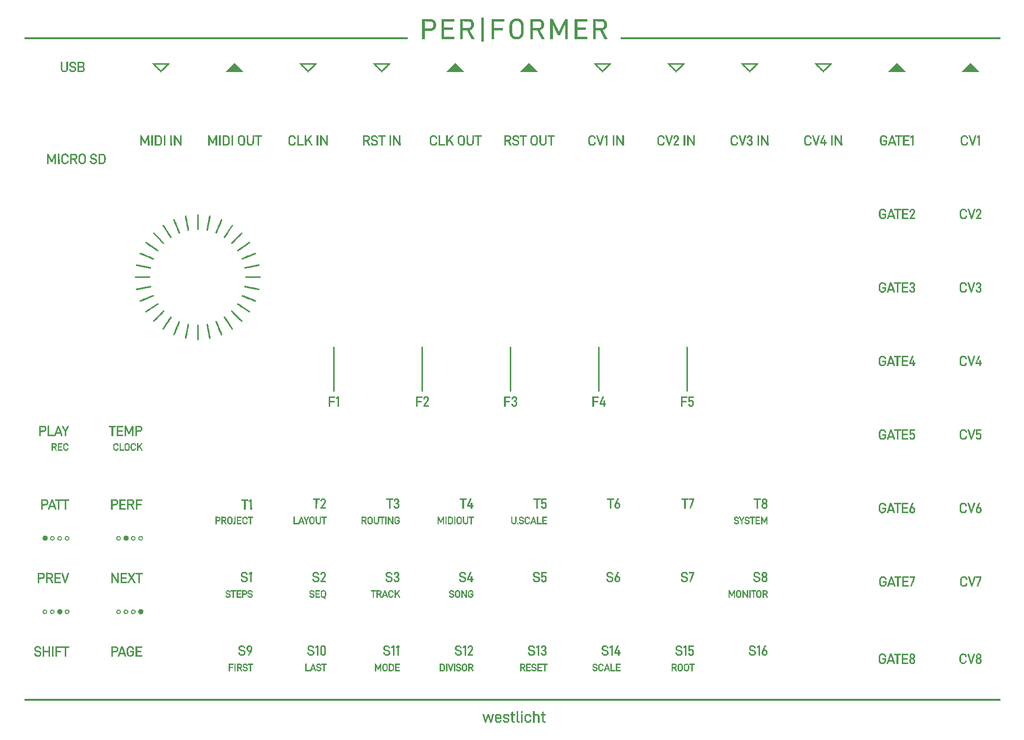
<source format=gto>
G04 #@! TF.GenerationSoftware,KiCad,Pcbnew,(5.0.0-rc2-24-g81af2db)*
G04 #@! TF.CreationDate,2019-03-18T13:49:04-05:00*
G04 #@! TF.ProjectId,frontpanel,66726F6E7470616E656C2E6B69636164,rev?*
G04 #@! TF.SameCoordinates,Original*
G04 #@! TF.FileFunction,Legend,Top*
G04 #@! TF.FilePolarity,Positive*
%FSLAX46Y46*%
G04 Gerber Fmt 4.6, Leading zero omitted, Abs format (unit mm)*
G04 Created by KiCad (PCBNEW (5.0.0-rc2-24-g81af2db)) date Monday, March 18, 2019 at 01:49:04 PM*
%MOMM*%
%LPD*%
G01*
G04 APERTURE LIST*
%ADD10C,0.010000*%
G04 APERTURE END LIST*
D10*
G04 #@! TO.C,G\002A\002A\002A*
G36*
X159994248Y-151063769D02*
X160119015Y-151128335D01*
X160221151Y-151224787D01*
X160275116Y-151307912D01*
X160299648Y-151367433D01*
X160315878Y-151440712D01*
X160325913Y-151539150D01*
X160329248Y-151600958D01*
X160338257Y-151807333D01*
X159438538Y-151807333D01*
X159449441Y-151943170D01*
X159471257Y-152082581D01*
X159513361Y-152186223D01*
X159578849Y-152257011D01*
X159670818Y-152297859D01*
X159792363Y-152311684D01*
X159839869Y-152310797D01*
X159952941Y-152297049D01*
X160033047Y-152264398D01*
X160087075Y-152208221D01*
X160121910Y-152123894D01*
X160122721Y-152120920D01*
X160138517Y-152071521D01*
X160160011Y-152047964D01*
X160201272Y-152040690D01*
X160241605Y-152040166D01*
X160338744Y-152040166D01*
X160324924Y-152130125D01*
X160286287Y-152251939D01*
X160213252Y-152352489D01*
X160109519Y-152428966D01*
X159978789Y-152478559D01*
X159840499Y-152497912D01*
X159756361Y-152498954D01*
X159682465Y-152495155D01*
X159634774Y-152487339D01*
X159634696Y-152487314D01*
X159494099Y-152421215D01*
X159381785Y-152323806D01*
X159304160Y-152209500D01*
X159288042Y-152171595D01*
X159276284Y-152123126D01*
X159267979Y-152056426D01*
X159262218Y-151963828D01*
X159258092Y-151837666D01*
X159257581Y-151816385D01*
X159256264Y-151683042D01*
X159256726Y-151659166D01*
X159438437Y-151659166D01*
X160148756Y-151659166D01*
X160136844Y-151543745D01*
X160111893Y-151415870D01*
X160065187Y-151322620D01*
X159993642Y-151260626D01*
X159894173Y-151226520D01*
X159839899Y-151219408D01*
X159738830Y-151220260D01*
X159647640Y-151244917D01*
X159626640Y-151253762D01*
X159553250Y-151298204D01*
X159502301Y-151360685D01*
X159469069Y-151449312D01*
X159450689Y-151555715D01*
X159438437Y-151659166D01*
X159256726Y-151659166D01*
X159258531Y-151565956D01*
X159264055Y-151473616D01*
X159272510Y-151414513D01*
X159273127Y-151412124D01*
X159329469Y-151279043D01*
X159418264Y-151171501D01*
X159536207Y-151092373D01*
X159679994Y-151044535D01*
X159699653Y-151040893D01*
X159852558Y-151033739D01*
X159994248Y-151063769D01*
X159994248Y-151063769D01*
G37*
X159994248Y-151063769D02*
X160119015Y-151128335D01*
X160221151Y-151224787D01*
X160275116Y-151307912D01*
X160299648Y-151367433D01*
X160315878Y-151440712D01*
X160325913Y-151539150D01*
X160329248Y-151600958D01*
X160338257Y-151807333D01*
X159438538Y-151807333D01*
X159449441Y-151943170D01*
X159471257Y-152082581D01*
X159513361Y-152186223D01*
X159578849Y-152257011D01*
X159670818Y-152297859D01*
X159792363Y-152311684D01*
X159839869Y-152310797D01*
X159952941Y-152297049D01*
X160033047Y-152264398D01*
X160087075Y-152208221D01*
X160121910Y-152123894D01*
X160122721Y-152120920D01*
X160138517Y-152071521D01*
X160160011Y-152047964D01*
X160201272Y-152040690D01*
X160241605Y-152040166D01*
X160338744Y-152040166D01*
X160324924Y-152130125D01*
X160286287Y-152251939D01*
X160213252Y-152352489D01*
X160109519Y-152428966D01*
X159978789Y-152478559D01*
X159840499Y-152497912D01*
X159756361Y-152498954D01*
X159682465Y-152495155D01*
X159634774Y-152487339D01*
X159634696Y-152487314D01*
X159494099Y-152421215D01*
X159381785Y-152323806D01*
X159304160Y-152209500D01*
X159288042Y-152171595D01*
X159276284Y-152123126D01*
X159267979Y-152056426D01*
X159262218Y-151963828D01*
X159258092Y-151837666D01*
X159257581Y-151816385D01*
X159256264Y-151683042D01*
X159256726Y-151659166D01*
X159438437Y-151659166D01*
X160148756Y-151659166D01*
X160136844Y-151543745D01*
X160111893Y-151415870D01*
X160065187Y-151322620D01*
X159993642Y-151260626D01*
X159894173Y-151226520D01*
X159839899Y-151219408D01*
X159738830Y-151220260D01*
X159647640Y-151244917D01*
X159626640Y-151253762D01*
X159553250Y-151298204D01*
X159502301Y-151360685D01*
X159469069Y-151449312D01*
X159450689Y-151555715D01*
X159438437Y-151659166D01*
X159256726Y-151659166D01*
X159258531Y-151565956D01*
X159264055Y-151473616D01*
X159272510Y-151414513D01*
X159273127Y-151412124D01*
X159329469Y-151279043D01*
X159418264Y-151171501D01*
X159536207Y-151092373D01*
X159679994Y-151044535D01*
X159699653Y-151040893D01*
X159852558Y-151033739D01*
X159994248Y-151063769D01*
G36*
X161309796Y-151046519D02*
X161435846Y-151090017D01*
X161541932Y-151157789D01*
X161621847Y-151246662D01*
X161669385Y-151353459D01*
X161674823Y-151378708D01*
X161686942Y-151447500D01*
X161581638Y-151447500D01*
X161519051Y-151445799D01*
X161487902Y-151436990D01*
X161477326Y-151415513D01*
X161476334Y-151393621D01*
X161456758Y-151330350D01*
X161404069Y-151272169D01*
X161327326Y-151227868D01*
X161293829Y-151216526D01*
X161172648Y-151197049D01*
X161063443Y-151205863D01*
X160971491Y-151239366D01*
X160902070Y-151293957D01*
X160860456Y-151366035D01*
X160851927Y-151451999D01*
X160865021Y-151509134D01*
X160888319Y-151555066D01*
X160926463Y-151590774D01*
X160986403Y-151619671D01*
X161075087Y-151645169D01*
X161190584Y-151669037D01*
X161356515Y-151706951D01*
X161484151Y-151753026D01*
X161577172Y-151809943D01*
X161639260Y-151880385D01*
X161674097Y-151967033D01*
X161683468Y-152028137D01*
X161686791Y-152131058D01*
X161673948Y-152208289D01*
X161640757Y-152274744D01*
X161599740Y-152326775D01*
X161513583Y-152406515D01*
X161414884Y-152459019D01*
X161293760Y-152488417D01*
X161191605Y-152497405D01*
X161103729Y-152498858D01*
X161026338Y-152495853D01*
X160973963Y-152489041D01*
X160968196Y-152487422D01*
X160832872Y-152424789D01*
X160730016Y-152337733D01*
X160661781Y-152228211D01*
X160650723Y-152198581D01*
X160634449Y-152126688D01*
X160645976Y-152083720D01*
X160688506Y-152064147D01*
X160730197Y-152061333D01*
X160781562Y-152064615D01*
X160811027Y-152081900D01*
X160832618Y-152124349D01*
X160841986Y-152150290D01*
X160887240Y-152233510D01*
X160957337Y-152288884D01*
X161056463Y-152318732D01*
X161158834Y-152325790D01*
X161292523Y-152314800D01*
X161391506Y-152280785D01*
X161457322Y-152222591D01*
X161491509Y-152139065D01*
X161497500Y-152072005D01*
X161485996Y-152001186D01*
X161448296Y-151946704D01*
X161379618Y-151904791D01*
X161275179Y-151871679D01*
X161230720Y-151861766D01*
X161131585Y-151839978D01*
X161030565Y-151815649D01*
X160949086Y-151793942D01*
X160947242Y-151793408D01*
X160827036Y-151741129D01*
X160738668Y-151667632D01*
X160681537Y-151578895D01*
X160655039Y-151480898D01*
X160658573Y-151379619D01*
X160691537Y-151281038D01*
X160753327Y-151191133D01*
X160843343Y-151115884D01*
X160960981Y-151061269D01*
X161022623Y-151045048D01*
X161169986Y-151030471D01*
X161309796Y-151046519D01*
X161309796Y-151046519D01*
G37*
X161309796Y-151046519D02*
X161435846Y-151090017D01*
X161541932Y-151157789D01*
X161621847Y-151246662D01*
X161669385Y-151353459D01*
X161674823Y-151378708D01*
X161686942Y-151447500D01*
X161581638Y-151447500D01*
X161519051Y-151445799D01*
X161487902Y-151436990D01*
X161477326Y-151415513D01*
X161476334Y-151393621D01*
X161456758Y-151330350D01*
X161404069Y-151272169D01*
X161327326Y-151227868D01*
X161293829Y-151216526D01*
X161172648Y-151197049D01*
X161063443Y-151205863D01*
X160971491Y-151239366D01*
X160902070Y-151293957D01*
X160860456Y-151366035D01*
X160851927Y-151451999D01*
X160865021Y-151509134D01*
X160888319Y-151555066D01*
X160926463Y-151590774D01*
X160986403Y-151619671D01*
X161075087Y-151645169D01*
X161190584Y-151669037D01*
X161356515Y-151706951D01*
X161484151Y-151753026D01*
X161577172Y-151809943D01*
X161639260Y-151880385D01*
X161674097Y-151967033D01*
X161683468Y-152028137D01*
X161686791Y-152131058D01*
X161673948Y-152208289D01*
X161640757Y-152274744D01*
X161599740Y-152326775D01*
X161513583Y-152406515D01*
X161414884Y-152459019D01*
X161293760Y-152488417D01*
X161191605Y-152497405D01*
X161103729Y-152498858D01*
X161026338Y-152495853D01*
X160973963Y-152489041D01*
X160968196Y-152487422D01*
X160832872Y-152424789D01*
X160730016Y-152337733D01*
X160661781Y-152228211D01*
X160650723Y-152198581D01*
X160634449Y-152126688D01*
X160645976Y-152083720D01*
X160688506Y-152064147D01*
X160730197Y-152061333D01*
X160781562Y-152064615D01*
X160811027Y-152081900D01*
X160832618Y-152124349D01*
X160841986Y-152150290D01*
X160887240Y-152233510D01*
X160957337Y-152288884D01*
X161056463Y-152318732D01*
X161158834Y-152325790D01*
X161292523Y-152314800D01*
X161391506Y-152280785D01*
X161457322Y-152222591D01*
X161491509Y-152139065D01*
X161497500Y-152072005D01*
X161485996Y-152001186D01*
X161448296Y-151946704D01*
X161379618Y-151904791D01*
X161275179Y-151871679D01*
X161230720Y-151861766D01*
X161131585Y-151839978D01*
X161030565Y-151815649D01*
X160949086Y-151793942D01*
X160947242Y-151793408D01*
X160827036Y-151741129D01*
X160738668Y-151667632D01*
X160681537Y-151578895D01*
X160655039Y-151480898D01*
X160658573Y-151379619D01*
X160691537Y-151281038D01*
X160753327Y-151191133D01*
X160843343Y-151115884D01*
X160960981Y-151061269D01*
X161022623Y-151045048D01*
X161169986Y-151030471D01*
X161309796Y-151046519D01*
G36*
X165038132Y-151040641D02*
X165164425Y-151074982D01*
X165185817Y-151084652D01*
X165300340Y-151161954D01*
X165386588Y-151265143D01*
X165434925Y-151374933D01*
X165451366Y-151454027D01*
X165444312Y-151502302D01*
X165410378Y-151526193D01*
X165352180Y-151532166D01*
X165297229Y-151528866D01*
X165269899Y-151512169D01*
X165255596Y-151471880D01*
X165253716Y-151463375D01*
X165223315Y-151365645D01*
X165177253Y-151299407D01*
X165107754Y-151254558D01*
X165086083Y-151245609D01*
X164968301Y-151218536D01*
X164849493Y-151222612D01*
X164740285Y-151255487D01*
X164651304Y-151314808D01*
X164621487Y-151348426D01*
X164604124Y-151375826D01*
X164591632Y-151408732D01*
X164582990Y-151454705D01*
X164577179Y-151521305D01*
X164573181Y-151616093D01*
X164570381Y-151727534D01*
X164569093Y-151886462D01*
X164573979Y-152009227D01*
X164586617Y-152101752D01*
X164608586Y-152169957D01*
X164641465Y-152219762D01*
X164686833Y-152257090D01*
X164715960Y-152273574D01*
X164806926Y-152304023D01*
X164913727Y-152316162D01*
X165020061Y-152309973D01*
X165109629Y-152285437D01*
X165131524Y-152274053D01*
X165189773Y-152230012D01*
X165225814Y-152176320D01*
X165248736Y-152098221D01*
X165252757Y-152077208D01*
X165265222Y-152025731D01*
X165287107Y-152003308D01*
X165333060Y-151997924D01*
X165349543Y-151997833D01*
X165412713Y-152003381D01*
X165444586Y-152025718D01*
X165451477Y-152073384D01*
X165444780Y-152126629D01*
X165410897Y-152222174D01*
X165346723Y-152317789D01*
X165262247Y-152400526D01*
X165202702Y-152440430D01*
X165117529Y-152472670D01*
X165008144Y-152493688D01*
X164891594Y-152501733D01*
X164784928Y-152495053D01*
X164746584Y-152487281D01*
X164610519Y-152431173D01*
X164499428Y-152342733D01*
X164417829Y-152225778D01*
X164405279Y-152198916D01*
X164387395Y-152134358D01*
X164373174Y-152038272D01*
X164363040Y-151921339D01*
X164357423Y-151794240D01*
X164356750Y-151667656D01*
X164361448Y-151552269D01*
X164371944Y-151458760D01*
X164375012Y-151442480D01*
X164423643Y-151303210D01*
X164505781Y-151189298D01*
X164620041Y-151102598D01*
X164635260Y-151094414D01*
X164758009Y-151050633D01*
X164897480Y-151032617D01*
X165038132Y-151040641D01*
X165038132Y-151040641D01*
G37*
X165038132Y-151040641D02*
X165164425Y-151074982D01*
X165185817Y-151084652D01*
X165300340Y-151161954D01*
X165386588Y-151265143D01*
X165434925Y-151374933D01*
X165451366Y-151454027D01*
X165444312Y-151502302D01*
X165410378Y-151526193D01*
X165352180Y-151532166D01*
X165297229Y-151528866D01*
X165269899Y-151512169D01*
X165255596Y-151471880D01*
X165253716Y-151463375D01*
X165223315Y-151365645D01*
X165177253Y-151299407D01*
X165107754Y-151254558D01*
X165086083Y-151245609D01*
X164968301Y-151218536D01*
X164849493Y-151222612D01*
X164740285Y-151255487D01*
X164651304Y-151314808D01*
X164621487Y-151348426D01*
X164604124Y-151375826D01*
X164591632Y-151408732D01*
X164582990Y-151454705D01*
X164577179Y-151521305D01*
X164573181Y-151616093D01*
X164570381Y-151727534D01*
X164569093Y-151886462D01*
X164573979Y-152009227D01*
X164586617Y-152101752D01*
X164608586Y-152169957D01*
X164641465Y-152219762D01*
X164686833Y-152257090D01*
X164715960Y-152273574D01*
X164806926Y-152304023D01*
X164913727Y-152316162D01*
X165020061Y-152309973D01*
X165109629Y-152285437D01*
X165131524Y-152274053D01*
X165189773Y-152230012D01*
X165225814Y-152176320D01*
X165248736Y-152098221D01*
X165252757Y-152077208D01*
X165265222Y-152025731D01*
X165287107Y-152003308D01*
X165333060Y-151997924D01*
X165349543Y-151997833D01*
X165412713Y-152003381D01*
X165444586Y-152025718D01*
X165451477Y-152073384D01*
X165444780Y-152126629D01*
X165410897Y-152222174D01*
X165346723Y-152317789D01*
X165262247Y-152400526D01*
X165202702Y-152440430D01*
X165117529Y-152472670D01*
X165008144Y-152493688D01*
X164891594Y-152501733D01*
X164784928Y-152495053D01*
X164746584Y-152487281D01*
X164610519Y-152431173D01*
X164499428Y-152342733D01*
X164417829Y-152225778D01*
X164405279Y-152198916D01*
X164387395Y-152134358D01*
X164373174Y-152038272D01*
X164363040Y-151921339D01*
X164357423Y-151794240D01*
X164356750Y-151667656D01*
X164361448Y-151552269D01*
X164371944Y-151458760D01*
X164375012Y-151442480D01*
X164423643Y-151303210D01*
X164505781Y-151189298D01*
X164620041Y-151102598D01*
X164635260Y-151094414D01*
X164758009Y-151050633D01*
X164897480Y-151032617D01*
X165038132Y-151040641D01*
G36*
X158218253Y-151262291D02*
X158248265Y-151359461D01*
X158286831Y-151484095D01*
X158329936Y-151623233D01*
X158373567Y-151763915D01*
X158395320Y-151833986D01*
X158505483Y-152188723D01*
X158665027Y-151622320D01*
X158824572Y-151055916D01*
X158936095Y-151049424D01*
X159002632Y-151048090D01*
X159034080Y-151055065D01*
X159037557Y-151070590D01*
X159029244Y-151096784D01*
X159010199Y-151158623D01*
X158981909Y-151251222D01*
X158945862Y-151369696D01*
X158903544Y-151509159D01*
X158856443Y-151664726D01*
X158817874Y-151792338D01*
X158608250Y-152486426D01*
X158515082Y-152480254D01*
X158421915Y-152474083D01*
X158251557Y-151929041D01*
X158206148Y-151785275D01*
X158164321Y-151655722D01*
X158127835Y-151545600D01*
X158098447Y-151460129D01*
X158077917Y-151404529D01*
X158068004Y-151384018D01*
X158067888Y-151384000D01*
X158058377Y-151403379D01*
X158038293Y-151458035D01*
X158009381Y-151542740D01*
X157973388Y-151652269D01*
X157932059Y-151781395D01*
X157887138Y-151924893D01*
X157885854Y-151929041D01*
X157717129Y-152474083D01*
X157630174Y-152480497D01*
X157573638Y-152480755D01*
X157537738Y-152473624D01*
X157533136Y-152469913D01*
X157523182Y-152443340D01*
X157503176Y-152382164D01*
X157474868Y-152292230D01*
X157440009Y-152179382D01*
X157400349Y-152049464D01*
X157357638Y-151908321D01*
X157313626Y-151761798D01*
X157270064Y-151615738D01*
X157228702Y-151475987D01*
X157191291Y-151348388D01*
X157159579Y-151238786D01*
X157135319Y-151153026D01*
X157120259Y-151096952D01*
X157116000Y-151077032D01*
X157124319Y-151056362D01*
X157155653Y-151048137D01*
X157215791Y-151049465D01*
X157315582Y-151055916D01*
X157458188Y-151563916D01*
X157498380Y-151707061D01*
X157535569Y-151839450D01*
X157567969Y-151954732D01*
X157593795Y-152046559D01*
X157611264Y-152108580D01*
X157617688Y-152131305D01*
X157624973Y-152146506D01*
X157634856Y-152143521D01*
X157648977Y-152118334D01*
X157668972Y-152066931D01*
X157696479Y-151985295D01*
X157733135Y-151869411D01*
X157760114Y-151782055D01*
X157802407Y-151644388D01*
X157844164Y-151508477D01*
X157882400Y-151384042D01*
X157914129Y-151280799D01*
X157936084Y-151209375D01*
X157986523Y-151045333D01*
X158151349Y-151045333D01*
X158218253Y-151262291D01*
X158218253Y-151262291D01*
G37*
X158218253Y-151262291D02*
X158248265Y-151359461D01*
X158286831Y-151484095D01*
X158329936Y-151623233D01*
X158373567Y-151763915D01*
X158395320Y-151833986D01*
X158505483Y-152188723D01*
X158665027Y-151622320D01*
X158824572Y-151055916D01*
X158936095Y-151049424D01*
X159002632Y-151048090D01*
X159034080Y-151055065D01*
X159037557Y-151070590D01*
X159029244Y-151096784D01*
X159010199Y-151158623D01*
X158981909Y-151251222D01*
X158945862Y-151369696D01*
X158903544Y-151509159D01*
X158856443Y-151664726D01*
X158817874Y-151792338D01*
X158608250Y-152486426D01*
X158515082Y-152480254D01*
X158421915Y-152474083D01*
X158251557Y-151929041D01*
X158206148Y-151785275D01*
X158164321Y-151655722D01*
X158127835Y-151545600D01*
X158098447Y-151460129D01*
X158077917Y-151404529D01*
X158068004Y-151384018D01*
X158067888Y-151384000D01*
X158058377Y-151403379D01*
X158038293Y-151458035D01*
X158009381Y-151542740D01*
X157973388Y-151652269D01*
X157932059Y-151781395D01*
X157887138Y-151924893D01*
X157885854Y-151929041D01*
X157717129Y-152474083D01*
X157630174Y-152480497D01*
X157573638Y-152480755D01*
X157537738Y-152473624D01*
X157533136Y-152469913D01*
X157523182Y-152443340D01*
X157503176Y-152382164D01*
X157474868Y-152292230D01*
X157440009Y-152179382D01*
X157400349Y-152049464D01*
X157357638Y-151908321D01*
X157313626Y-151761798D01*
X157270064Y-151615738D01*
X157228702Y-151475987D01*
X157191291Y-151348388D01*
X157159579Y-151238786D01*
X157135319Y-151153026D01*
X157120259Y-151096952D01*
X157116000Y-151077032D01*
X157124319Y-151056362D01*
X157155653Y-151048137D01*
X157215791Y-151049465D01*
X157315582Y-151055916D01*
X157458188Y-151563916D01*
X157498380Y-151707061D01*
X157535569Y-151839450D01*
X157567969Y-151954732D01*
X157593795Y-152046559D01*
X157611264Y-152108580D01*
X157617688Y-152131305D01*
X157624973Y-152146506D01*
X157634856Y-152143521D01*
X157648977Y-152118334D01*
X157668972Y-152066931D01*
X157696479Y-151985295D01*
X157733135Y-151869411D01*
X157760114Y-151782055D01*
X157802407Y-151644388D01*
X157844164Y-151508477D01*
X157882400Y-151384042D01*
X157914129Y-151280799D01*
X157936084Y-151209375D01*
X157986523Y-151045333D01*
X158151349Y-151045333D01*
X158218253Y-151262291D01*
G36*
X162317965Y-150662800D02*
X162320943Y-150715571D01*
X162322699Y-150792287D01*
X162323000Y-150844250D01*
X162323000Y-151045333D01*
X162640500Y-151045333D01*
X162640500Y-151214666D01*
X162323000Y-151214666D01*
X162323000Y-151709738D01*
X162323279Y-151881713D01*
X162325112Y-152016157D01*
X162329990Y-152117875D01*
X162339405Y-152191670D01*
X162354851Y-152242344D01*
X162377820Y-152274701D01*
X162409804Y-152293545D01*
X162452295Y-152303678D01*
X162506786Y-152309904D01*
X162509554Y-152310170D01*
X162619334Y-152320719D01*
X162619334Y-152484666D01*
X162497625Y-152484633D01*
X162396900Y-152475941D01*
X162313736Y-152452492D01*
X162303338Y-152447592D01*
X162212016Y-152379103D01*
X162151501Y-152282002D01*
X162131600Y-152218445D01*
X162125842Y-152172746D01*
X162120724Y-152092340D01*
X162116521Y-151984855D01*
X162113512Y-151857914D01*
X162111973Y-151719144D01*
X162111838Y-151675041D01*
X162111334Y-151214666D01*
X161899667Y-151214666D01*
X161899667Y-151045333D01*
X162111334Y-151045333D01*
X162111334Y-150726328D01*
X162208338Y-150684747D01*
X162265789Y-150660815D01*
X162304988Y-150645784D01*
X162314172Y-150643166D01*
X162317965Y-150662800D01*
X162317965Y-150662800D01*
G37*
X162317965Y-150662800D02*
X162320943Y-150715571D01*
X162322699Y-150792287D01*
X162323000Y-150844250D01*
X162323000Y-151045333D01*
X162640500Y-151045333D01*
X162640500Y-151214666D01*
X162323000Y-151214666D01*
X162323000Y-151709738D01*
X162323279Y-151881713D01*
X162325112Y-152016157D01*
X162329990Y-152117875D01*
X162339405Y-152191670D01*
X162354851Y-152242344D01*
X162377820Y-152274701D01*
X162409804Y-152293545D01*
X162452295Y-152303678D01*
X162506786Y-152309904D01*
X162509554Y-152310170D01*
X162619334Y-152320719D01*
X162619334Y-152484666D01*
X162497625Y-152484633D01*
X162396900Y-152475941D01*
X162313736Y-152452492D01*
X162303338Y-152447592D01*
X162212016Y-152379103D01*
X162151501Y-152282002D01*
X162131600Y-152218445D01*
X162125842Y-152172746D01*
X162120724Y-152092340D01*
X162116521Y-151984855D01*
X162113512Y-151857914D01*
X162111973Y-151719144D01*
X162111838Y-151675041D01*
X162111334Y-151214666D01*
X161899667Y-151214666D01*
X161899667Y-151045333D01*
X162111334Y-151045333D01*
X162111334Y-150726328D01*
X162208338Y-150684747D01*
X162265789Y-150660815D01*
X162304988Y-150645784D01*
X162314172Y-150643166D01*
X162317965Y-150662800D01*
G36*
X163169667Y-151340288D02*
X163169970Y-151560869D01*
X163171073Y-151742989D01*
X163173265Y-151890519D01*
X163176836Y-152007327D01*
X163182075Y-152097285D01*
X163189272Y-152164260D01*
X163198716Y-152212124D01*
X163210697Y-152244745D01*
X163225504Y-152265994D01*
X163239783Y-152277536D01*
X163274835Y-152287147D01*
X163334504Y-152293024D01*
X163365459Y-152293842D01*
X163466000Y-152294166D01*
X163466000Y-152484666D01*
X163343962Y-152484666D01*
X163233429Y-152474263D01*
X163148170Y-152446058D01*
X163078534Y-152389823D01*
X163026792Y-152314573D01*
X163014866Y-152290400D01*
X163005119Y-152266053D01*
X162997329Y-152237222D01*
X162991278Y-152199598D01*
X162986747Y-152148869D01*
X162983515Y-152080726D01*
X162981363Y-151990859D01*
X162980072Y-151874957D01*
X162979422Y-151728711D01*
X162979194Y-151547811D01*
X162979167Y-151379515D01*
X162979167Y-150537333D01*
X163169667Y-150537333D01*
X163169667Y-151340288D01*
X163169667Y-151340288D01*
G37*
X163169667Y-151340288D02*
X163169970Y-151560869D01*
X163171073Y-151742989D01*
X163173265Y-151890519D01*
X163176836Y-152007327D01*
X163182075Y-152097285D01*
X163189272Y-152164260D01*
X163198716Y-152212124D01*
X163210697Y-152244745D01*
X163225504Y-152265994D01*
X163239783Y-152277536D01*
X163274835Y-152287147D01*
X163334504Y-152293024D01*
X163365459Y-152293842D01*
X163466000Y-152294166D01*
X163466000Y-152484666D01*
X163343962Y-152484666D01*
X163233429Y-152474263D01*
X163148170Y-152446058D01*
X163078534Y-152389823D01*
X163026792Y-152314573D01*
X163014866Y-152290400D01*
X163005119Y-152266053D01*
X162997329Y-152237222D01*
X162991278Y-152199598D01*
X162986747Y-152148869D01*
X162983515Y-152080726D01*
X162981363Y-151990859D01*
X162980072Y-151874957D01*
X162979422Y-151728711D01*
X162979194Y-151547811D01*
X162979167Y-151379515D01*
X162979167Y-150537333D01*
X163169667Y-150537333D01*
X163169667Y-151340288D01*
G36*
X163952834Y-152484666D02*
X163762334Y-152484666D01*
X163762334Y-151045333D01*
X163952834Y-151045333D01*
X163952834Y-152484666D01*
X163952834Y-152484666D01*
G37*
X163952834Y-152484666D02*
X163762334Y-152484666D01*
X163762334Y-151045333D01*
X163952834Y-151045333D01*
X163952834Y-152484666D01*
G36*
X166027167Y-151200879D02*
X166074792Y-151157332D01*
X166171440Y-151087964D01*
X166280436Y-151049680D01*
X166413400Y-151038398D01*
X166413450Y-151038398D01*
X166553604Y-151054781D01*
X166667453Y-151103408D01*
X166758224Y-151186191D01*
X166815625Y-151276773D01*
X166873834Y-151391591D01*
X166873834Y-152484666D01*
X166686017Y-152484666D01*
X166679383Y-151960791D01*
X166676746Y-151784589D01*
X166673142Y-151645398D01*
X166667573Y-151537894D01*
X166659036Y-151456755D01*
X166646533Y-151396658D01*
X166629064Y-151352279D01*
X166605628Y-151318296D01*
X166575224Y-151289386D01*
X166549490Y-151269486D01*
X166477891Y-151237521D01*
X166384577Y-151223311D01*
X166286272Y-151226873D01*
X166199698Y-151248224D01*
X166161011Y-151269087D01*
X166121842Y-151300206D01*
X166091139Y-151332970D01*
X166067876Y-151372749D01*
X166051031Y-151424917D01*
X166039580Y-151494846D01*
X166032500Y-151587906D01*
X166028766Y-151709470D01*
X166027356Y-151864910D01*
X166027200Y-151971375D01*
X166027167Y-152484666D01*
X165815500Y-152484666D01*
X165815500Y-150537333D01*
X166027167Y-150537333D01*
X166027167Y-151200879D01*
X166027167Y-151200879D01*
G37*
X166027167Y-151200879D02*
X166074792Y-151157332D01*
X166171440Y-151087964D01*
X166280436Y-151049680D01*
X166413400Y-151038398D01*
X166413450Y-151038398D01*
X166553604Y-151054781D01*
X166667453Y-151103408D01*
X166758224Y-151186191D01*
X166815625Y-151276773D01*
X166873834Y-151391591D01*
X166873834Y-152484666D01*
X166686017Y-152484666D01*
X166679383Y-151960791D01*
X166676746Y-151784589D01*
X166673142Y-151645398D01*
X166667573Y-151537894D01*
X166659036Y-151456755D01*
X166646533Y-151396658D01*
X166629064Y-151352279D01*
X166605628Y-151318296D01*
X166575224Y-151289386D01*
X166549490Y-151269486D01*
X166477891Y-151237521D01*
X166384577Y-151223311D01*
X166286272Y-151226873D01*
X166199698Y-151248224D01*
X166161011Y-151269087D01*
X166121842Y-151300206D01*
X166091139Y-151332970D01*
X166067876Y-151372749D01*
X166051031Y-151424917D01*
X166039580Y-151494846D01*
X166032500Y-151587906D01*
X166028766Y-151709470D01*
X166027356Y-151864910D01*
X166027200Y-151971375D01*
X166027167Y-152484666D01*
X165815500Y-152484666D01*
X165815500Y-150537333D01*
X166027167Y-150537333D01*
X166027167Y-151200879D01*
G36*
X167603594Y-150663515D02*
X167611039Y-150721501D01*
X167614487Y-150812535D01*
X167614667Y-150843322D01*
X167614667Y-151043478D01*
X167768125Y-151049697D01*
X167921584Y-151055916D01*
X167921584Y-151204083D01*
X167768125Y-151210302D01*
X167614667Y-151216521D01*
X167614667Y-151719548D01*
X167615222Y-151889151D01*
X167617046Y-152020922D01*
X167620374Y-152119348D01*
X167625445Y-152188918D01*
X167632493Y-152234120D01*
X167641756Y-152259441D01*
X167643245Y-152261658D01*
X167682541Y-152289807D01*
X167754355Y-152306731D01*
X167791412Y-152310658D01*
X167911000Y-152320575D01*
X167911000Y-152484666D01*
X167778709Y-152484180D01*
X167676718Y-152476951D01*
X167598015Y-152453617D01*
X167566868Y-152437587D01*
X167491543Y-152373771D01*
X167445160Y-152304390D01*
X167431673Y-152273383D01*
X167421392Y-152239314D01*
X167413889Y-152196209D01*
X167408735Y-152138094D01*
X167405501Y-152058995D01*
X167403758Y-151952938D01*
X167403077Y-151813949D01*
X167403000Y-151717089D01*
X167403000Y-151216878D01*
X167291875Y-151210481D01*
X167180750Y-151204083D01*
X167180750Y-151055916D01*
X167291875Y-151049518D01*
X167403000Y-151043121D01*
X167403000Y-150728693D01*
X167486824Y-150685930D01*
X167542719Y-150659775D01*
X167583987Y-150644656D01*
X167592657Y-150643166D01*
X167603594Y-150663515D01*
X167603594Y-150663515D01*
G37*
X167603594Y-150663515D02*
X167611039Y-150721501D01*
X167614487Y-150812535D01*
X167614667Y-150843322D01*
X167614667Y-151043478D01*
X167768125Y-151049697D01*
X167921584Y-151055916D01*
X167921584Y-151204083D01*
X167768125Y-151210302D01*
X167614667Y-151216521D01*
X167614667Y-151719548D01*
X167615222Y-151889151D01*
X167617046Y-152020922D01*
X167620374Y-152119348D01*
X167625445Y-152188918D01*
X167632493Y-152234120D01*
X167641756Y-152259441D01*
X167643245Y-152261658D01*
X167682541Y-152289807D01*
X167754355Y-152306731D01*
X167791412Y-152310658D01*
X167911000Y-152320575D01*
X167911000Y-152484666D01*
X167778709Y-152484180D01*
X167676718Y-152476951D01*
X167598015Y-152453617D01*
X167566868Y-152437587D01*
X167491543Y-152373771D01*
X167445160Y-152304390D01*
X167431673Y-152273383D01*
X167421392Y-152239314D01*
X167413889Y-152196209D01*
X167408735Y-152138094D01*
X167405501Y-152058995D01*
X167403758Y-151952938D01*
X167403077Y-151813949D01*
X167403000Y-151717089D01*
X167403000Y-151216878D01*
X167291875Y-151210481D01*
X167180750Y-151204083D01*
X167180750Y-151055916D01*
X167291875Y-151049518D01*
X167403000Y-151043121D01*
X167403000Y-150728693D01*
X167486824Y-150685930D01*
X167542719Y-150659775D01*
X167583987Y-150644656D01*
X167592657Y-150643166D01*
X167603594Y-150663515D01*
G36*
X163862875Y-150562631D02*
X163963417Y-150569083D01*
X163963417Y-150823083D01*
X163862875Y-150829534D01*
X163762334Y-150835986D01*
X163762334Y-150556180D01*
X163862875Y-150562631D01*
X163862875Y-150562631D01*
G37*
X163862875Y-150562631D02*
X163963417Y-150569083D01*
X163963417Y-150823083D01*
X163862875Y-150829534D01*
X163762334Y-150835986D01*
X163762334Y-150556180D01*
X163862875Y-150562631D01*
G36*
X246392719Y-148584708D02*
X246399020Y-148717000D01*
X78077647Y-148717000D01*
X78083948Y-148584708D01*
X78090250Y-148452416D01*
X246386417Y-148452416D01*
X246392719Y-148584708D01*
X246392719Y-148584708D01*
G37*
X246392719Y-148584708D02*
X246399020Y-148717000D01*
X78077647Y-148717000D01*
X78083948Y-148584708D01*
X78090250Y-148452416D01*
X246386417Y-148452416D01*
X246392719Y-148584708D01*
G36*
X116260497Y-142373323D02*
X116305147Y-142387659D01*
X116348496Y-142413349D01*
X116419007Y-142473749D01*
X116476282Y-142545898D01*
X116511478Y-142617166D01*
X116518334Y-142655880D01*
X116510431Y-142692107D01*
X116478451Y-142704869D01*
X116457128Y-142705666D01*
X116409360Y-142696896D01*
X116385701Y-142662358D01*
X116381476Y-142647458D01*
X116341658Y-142567527D01*
X116272613Y-142510464D01*
X116182830Y-142479911D01*
X116080799Y-142479512D01*
X116022570Y-142493454D01*
X115943975Y-142535461D01*
X115898577Y-142600952D01*
X115883357Y-142694380D01*
X115883334Y-142698968D01*
X115895058Y-142777199D01*
X115933676Y-142833628D01*
X116004353Y-142873136D01*
X116092771Y-142896919D01*
X116210605Y-142921829D01*
X116295933Y-142944365D01*
X116358135Y-142968286D01*
X116406592Y-142997354D01*
X116450684Y-143035329D01*
X116459358Y-143043877D01*
X116505111Y-143093236D01*
X116529052Y-143135207D01*
X116538149Y-143187571D01*
X116539421Y-143248218D01*
X116525838Y-143368609D01*
X116483353Y-143460821D01*
X116409102Y-143530053D01*
X116372564Y-143551110D01*
X116275109Y-143585907D01*
X116161776Y-143604189D01*
X116052017Y-143603870D01*
X115989940Y-143592143D01*
X115918966Y-143563038D01*
X115854980Y-143526049D01*
X115810781Y-143481677D01*
X115769004Y-143419010D01*
X115736558Y-143351632D01*
X115720352Y-143293127D01*
X115722246Y-143265040D01*
X115750725Y-143240306D01*
X115795835Y-143235765D01*
X115837582Y-143250383D01*
X115854232Y-143271875D01*
X115888012Y-143363106D01*
X115924690Y-143421501D01*
X115973928Y-143456012D01*
X116045388Y-143475591D01*
X116079807Y-143480900D01*
X116186392Y-143483162D01*
X116280085Y-143462049D01*
X116350859Y-143420816D01*
X116380609Y-143383273D01*
X116410347Y-143284693D01*
X116397887Y-143186548D01*
X116388186Y-143162294D01*
X116348953Y-143116829D01*
X116274054Y-143077313D01*
X116160969Y-143042636D01*
X116073298Y-143023606D01*
X115937920Y-142983645D01*
X115838450Y-142922463D01*
X115773472Y-142838816D01*
X115741665Y-142732174D01*
X115747623Y-142624369D01*
X115792506Y-142524304D01*
X115872906Y-142439532D01*
X115874147Y-142438581D01*
X115923031Y-142405701D01*
X115972272Y-142386058D01*
X116036568Y-142375490D01*
X116114518Y-142370512D01*
X116201597Y-142368458D01*
X116260497Y-142373323D01*
X116260497Y-142373323D01*
G37*
X116260497Y-142373323D02*
X116305147Y-142387659D01*
X116348496Y-142413349D01*
X116419007Y-142473749D01*
X116476282Y-142545898D01*
X116511478Y-142617166D01*
X116518334Y-142655880D01*
X116510431Y-142692107D01*
X116478451Y-142704869D01*
X116457128Y-142705666D01*
X116409360Y-142696896D01*
X116385701Y-142662358D01*
X116381476Y-142647458D01*
X116341658Y-142567527D01*
X116272613Y-142510464D01*
X116182830Y-142479911D01*
X116080799Y-142479512D01*
X116022570Y-142493454D01*
X115943975Y-142535461D01*
X115898577Y-142600952D01*
X115883357Y-142694380D01*
X115883334Y-142698968D01*
X115895058Y-142777199D01*
X115933676Y-142833628D01*
X116004353Y-142873136D01*
X116092771Y-142896919D01*
X116210605Y-142921829D01*
X116295933Y-142944365D01*
X116358135Y-142968286D01*
X116406592Y-142997354D01*
X116450684Y-143035329D01*
X116459358Y-143043877D01*
X116505111Y-143093236D01*
X116529052Y-143135207D01*
X116538149Y-143187571D01*
X116539421Y-143248218D01*
X116525838Y-143368609D01*
X116483353Y-143460821D01*
X116409102Y-143530053D01*
X116372564Y-143551110D01*
X116275109Y-143585907D01*
X116161776Y-143604189D01*
X116052017Y-143603870D01*
X115989940Y-143592143D01*
X115918966Y-143563038D01*
X115854980Y-143526049D01*
X115810781Y-143481677D01*
X115769004Y-143419010D01*
X115736558Y-143351632D01*
X115720352Y-143293127D01*
X115722246Y-143265040D01*
X115750725Y-143240306D01*
X115795835Y-143235765D01*
X115837582Y-143250383D01*
X115854232Y-143271875D01*
X115888012Y-143363106D01*
X115924690Y-143421501D01*
X115973928Y-143456012D01*
X116045388Y-143475591D01*
X116079807Y-143480900D01*
X116186392Y-143483162D01*
X116280085Y-143462049D01*
X116350859Y-143420816D01*
X116380609Y-143383273D01*
X116410347Y-143284693D01*
X116397887Y-143186548D01*
X116388186Y-143162294D01*
X116348953Y-143116829D01*
X116274054Y-143077313D01*
X116160969Y-143042636D01*
X116073298Y-143023606D01*
X115937920Y-142983645D01*
X115838450Y-142922463D01*
X115773472Y-142838816D01*
X115741665Y-142732174D01*
X115747623Y-142624369D01*
X115792506Y-142524304D01*
X115872906Y-142439532D01*
X115874147Y-142438581D01*
X115923031Y-142405701D01*
X115972272Y-142386058D01*
X116036568Y-142375490D01*
X116114518Y-142370512D01*
X116201597Y-142368458D01*
X116260497Y-142373323D01*
G36*
X128960497Y-142373323D02*
X129005147Y-142387659D01*
X129048496Y-142413349D01*
X129119007Y-142473749D01*
X129176282Y-142545898D01*
X129211478Y-142617166D01*
X129218334Y-142655880D01*
X129210431Y-142692107D01*
X129178451Y-142704869D01*
X129157128Y-142705666D01*
X129109360Y-142696896D01*
X129085701Y-142662358D01*
X129081476Y-142647458D01*
X129041658Y-142567527D01*
X128972613Y-142510464D01*
X128882830Y-142479911D01*
X128780799Y-142479512D01*
X128722570Y-142493454D01*
X128643975Y-142535461D01*
X128598577Y-142600952D01*
X128583357Y-142694380D01*
X128583334Y-142698968D01*
X128595058Y-142777199D01*
X128633676Y-142833628D01*
X128704353Y-142873136D01*
X128792771Y-142896919D01*
X128910605Y-142921829D01*
X128995933Y-142944365D01*
X129058135Y-142968286D01*
X129106592Y-142997354D01*
X129150684Y-143035329D01*
X129159358Y-143043877D01*
X129205111Y-143093236D01*
X129229052Y-143135207D01*
X129238149Y-143187571D01*
X129239421Y-143248218D01*
X129225838Y-143368609D01*
X129183353Y-143460821D01*
X129109102Y-143530053D01*
X129072564Y-143551110D01*
X128975109Y-143585907D01*
X128861776Y-143604189D01*
X128752017Y-143603870D01*
X128689940Y-143592143D01*
X128618966Y-143563038D01*
X128554980Y-143526049D01*
X128510781Y-143481677D01*
X128469004Y-143419010D01*
X128436558Y-143351632D01*
X128420352Y-143293127D01*
X128422246Y-143265040D01*
X128450725Y-143240306D01*
X128495835Y-143235765D01*
X128537582Y-143250383D01*
X128554232Y-143271875D01*
X128588012Y-143363106D01*
X128624690Y-143421501D01*
X128673928Y-143456012D01*
X128745388Y-143475591D01*
X128779807Y-143480900D01*
X128886392Y-143483162D01*
X128980085Y-143462049D01*
X129050859Y-143420816D01*
X129080609Y-143383273D01*
X129110347Y-143284693D01*
X129097887Y-143186548D01*
X129088186Y-143162294D01*
X129048953Y-143116829D01*
X128974054Y-143077313D01*
X128860969Y-143042636D01*
X128773298Y-143023606D01*
X128637920Y-142983645D01*
X128538450Y-142922463D01*
X128473472Y-142838816D01*
X128441665Y-142732174D01*
X128447623Y-142624369D01*
X128492506Y-142524304D01*
X128572906Y-142439532D01*
X128574147Y-142438581D01*
X128623031Y-142405701D01*
X128672272Y-142386058D01*
X128736568Y-142375490D01*
X128814518Y-142370512D01*
X128901597Y-142368458D01*
X128960497Y-142373323D01*
X128960497Y-142373323D01*
G37*
X128960497Y-142373323D02*
X129005147Y-142387659D01*
X129048496Y-142413349D01*
X129119007Y-142473749D01*
X129176282Y-142545898D01*
X129211478Y-142617166D01*
X129218334Y-142655880D01*
X129210431Y-142692107D01*
X129178451Y-142704869D01*
X129157128Y-142705666D01*
X129109360Y-142696896D01*
X129085701Y-142662358D01*
X129081476Y-142647458D01*
X129041658Y-142567527D01*
X128972613Y-142510464D01*
X128882830Y-142479911D01*
X128780799Y-142479512D01*
X128722570Y-142493454D01*
X128643975Y-142535461D01*
X128598577Y-142600952D01*
X128583357Y-142694380D01*
X128583334Y-142698968D01*
X128595058Y-142777199D01*
X128633676Y-142833628D01*
X128704353Y-142873136D01*
X128792771Y-142896919D01*
X128910605Y-142921829D01*
X128995933Y-142944365D01*
X129058135Y-142968286D01*
X129106592Y-142997354D01*
X129150684Y-143035329D01*
X129159358Y-143043877D01*
X129205111Y-143093236D01*
X129229052Y-143135207D01*
X129238149Y-143187571D01*
X129239421Y-143248218D01*
X129225838Y-143368609D01*
X129183353Y-143460821D01*
X129109102Y-143530053D01*
X129072564Y-143551110D01*
X128975109Y-143585907D01*
X128861776Y-143604189D01*
X128752017Y-143603870D01*
X128689940Y-143592143D01*
X128618966Y-143563038D01*
X128554980Y-143526049D01*
X128510781Y-143481677D01*
X128469004Y-143419010D01*
X128436558Y-143351632D01*
X128420352Y-143293127D01*
X128422246Y-143265040D01*
X128450725Y-143240306D01*
X128495835Y-143235765D01*
X128537582Y-143250383D01*
X128554232Y-143271875D01*
X128588012Y-143363106D01*
X128624690Y-143421501D01*
X128673928Y-143456012D01*
X128745388Y-143475591D01*
X128779807Y-143480900D01*
X128886392Y-143483162D01*
X128980085Y-143462049D01*
X129050859Y-143420816D01*
X129080609Y-143383273D01*
X129110347Y-143284693D01*
X129097887Y-143186548D01*
X129088186Y-143162294D01*
X129048953Y-143116829D01*
X128974054Y-143077313D01*
X128860969Y-143042636D01*
X128773298Y-143023606D01*
X128637920Y-142983645D01*
X128538450Y-142922463D01*
X128473472Y-142838816D01*
X128441665Y-142732174D01*
X128447623Y-142624369D01*
X128492506Y-142524304D01*
X128572906Y-142439532D01*
X128574147Y-142438581D01*
X128623031Y-142405701D01*
X128672272Y-142386058D01*
X128736568Y-142375490D01*
X128814518Y-142370512D01*
X128901597Y-142368458D01*
X128960497Y-142373323D01*
G36*
X140399031Y-142378131D02*
X140497599Y-142414584D01*
X140581539Y-142480947D01*
X140599995Y-142500977D01*
X140637105Y-142549052D01*
X140664094Y-142601122D01*
X140682444Y-142664724D01*
X140693632Y-142747396D01*
X140699139Y-142856674D01*
X140700445Y-143000096D01*
X140700414Y-143012583D01*
X140696265Y-143167929D01*
X140683356Y-143288339D01*
X140659395Y-143380714D01*
X140622091Y-143451955D01*
X140569154Y-143508962D01*
X140524615Y-143542091D01*
X140422521Y-143588002D01*
X140301953Y-143609196D01*
X140180021Y-143603885D01*
X140108584Y-143585537D01*
X140041016Y-143549243D01*
X139974274Y-143495917D01*
X139956137Y-143476987D01*
X139908678Y-143408431D01*
X139875343Y-143324188D01*
X139854946Y-143217942D01*
X139846303Y-143083380D01*
X139847484Y-142979725D01*
X139992167Y-142979725D01*
X139994565Y-143129280D01*
X140003355Y-143242933D01*
X140020933Y-143326926D01*
X140049694Y-143387500D01*
X140092033Y-143430897D01*
X140150345Y-143463360D01*
X140182667Y-143476148D01*
X140244662Y-143484157D01*
X140324644Y-143476569D01*
X140402719Y-143456686D01*
X140454960Y-143430969D01*
X140496326Y-143390752D01*
X140526132Y-143336373D01*
X140545978Y-143261225D01*
X140557462Y-143158701D01*
X140562181Y-143022194D01*
X140562472Y-142986553D01*
X140558994Y-142826238D01*
X140545188Y-142703190D01*
X140518500Y-142613063D01*
X140476372Y-142551510D01*
X140416248Y-142514184D01*
X140335571Y-142496739D01*
X140272788Y-142494000D01*
X140181410Y-142500033D01*
X140111572Y-142521206D01*
X140060612Y-142562128D01*
X140025866Y-142627409D01*
X140004671Y-142721659D01*
X139994363Y-142849487D01*
X139992167Y-142979725D01*
X139847484Y-142979725D01*
X139848231Y-142914186D01*
X139848621Y-142903717D01*
X139853803Y-142791199D01*
X139860468Y-142710885D01*
X139870508Y-142652648D01*
X139885812Y-142606362D01*
X139908273Y-142561899D01*
X139914449Y-142551209D01*
X139992358Y-142457090D01*
X140096288Y-142396300D01*
X140226340Y-142368786D01*
X140274696Y-142367000D01*
X140399031Y-142378131D01*
X140399031Y-142378131D01*
G37*
X140399031Y-142378131D02*
X140497599Y-142414584D01*
X140581539Y-142480947D01*
X140599995Y-142500977D01*
X140637105Y-142549052D01*
X140664094Y-142601122D01*
X140682444Y-142664724D01*
X140693632Y-142747396D01*
X140699139Y-142856674D01*
X140700445Y-143000096D01*
X140700414Y-143012583D01*
X140696265Y-143167929D01*
X140683356Y-143288339D01*
X140659395Y-143380714D01*
X140622091Y-143451955D01*
X140569154Y-143508962D01*
X140524615Y-143542091D01*
X140422521Y-143588002D01*
X140301953Y-143609196D01*
X140180021Y-143603885D01*
X140108584Y-143585537D01*
X140041016Y-143549243D01*
X139974274Y-143495917D01*
X139956137Y-143476987D01*
X139908678Y-143408431D01*
X139875343Y-143324188D01*
X139854946Y-143217942D01*
X139846303Y-143083380D01*
X139847484Y-142979725D01*
X139992167Y-142979725D01*
X139994565Y-143129280D01*
X140003355Y-143242933D01*
X140020933Y-143326926D01*
X140049694Y-143387500D01*
X140092033Y-143430897D01*
X140150345Y-143463360D01*
X140182667Y-143476148D01*
X140244662Y-143484157D01*
X140324644Y-143476569D01*
X140402719Y-143456686D01*
X140454960Y-143430969D01*
X140496326Y-143390752D01*
X140526132Y-143336373D01*
X140545978Y-143261225D01*
X140557462Y-143158701D01*
X140562181Y-143022194D01*
X140562472Y-142986553D01*
X140558994Y-142826238D01*
X140545188Y-142703190D01*
X140518500Y-142613063D01*
X140476372Y-142551510D01*
X140416248Y-142514184D01*
X140335571Y-142496739D01*
X140272788Y-142494000D01*
X140181410Y-142500033D01*
X140111572Y-142521206D01*
X140060612Y-142562128D01*
X140025866Y-142627409D01*
X140004671Y-142721659D01*
X139994363Y-142849487D01*
X139992167Y-142979725D01*
X139847484Y-142979725D01*
X139848231Y-142914186D01*
X139848621Y-142903717D01*
X139853803Y-142791199D01*
X139860468Y-142710885D01*
X139870508Y-142652648D01*
X139885812Y-142606362D01*
X139908273Y-142561899D01*
X139914449Y-142551209D01*
X139992358Y-142457090D01*
X140096288Y-142396300D01*
X140226340Y-142368786D01*
X140274696Y-142367000D01*
X140399031Y-142378131D01*
G36*
X153069330Y-142373323D02*
X153113980Y-142387659D01*
X153157330Y-142413349D01*
X153227840Y-142473749D01*
X153285116Y-142545898D01*
X153320312Y-142617166D01*
X153327167Y-142655880D01*
X153319264Y-142692107D01*
X153287284Y-142704869D01*
X153265961Y-142705666D01*
X153218193Y-142696896D01*
X153194534Y-142662358D01*
X153190309Y-142647458D01*
X153150491Y-142567527D01*
X153081446Y-142510464D01*
X152991663Y-142479911D01*
X152889632Y-142479512D01*
X152831403Y-142493454D01*
X152752809Y-142535461D01*
X152707410Y-142600952D01*
X152692191Y-142694380D01*
X152692167Y-142698968D01*
X152703891Y-142777199D01*
X152742509Y-142833628D01*
X152813186Y-142873136D01*
X152901605Y-142896919D01*
X153019439Y-142921829D01*
X153104767Y-142944365D01*
X153166969Y-142968286D01*
X153215426Y-142997354D01*
X153259517Y-143035329D01*
X153268191Y-143043877D01*
X153313944Y-143093236D01*
X153337885Y-143135207D01*
X153346982Y-143187571D01*
X153348254Y-143248218D01*
X153334671Y-143368609D01*
X153292186Y-143460821D01*
X153217936Y-143530053D01*
X153181397Y-143551110D01*
X153083943Y-143585907D01*
X152970610Y-143604189D01*
X152860850Y-143603870D01*
X152798773Y-143592143D01*
X152727800Y-143563038D01*
X152663814Y-143526049D01*
X152619614Y-143481677D01*
X152577837Y-143419010D01*
X152545392Y-143351632D01*
X152529185Y-143293127D01*
X152531080Y-143265040D01*
X152559559Y-143240306D01*
X152604669Y-143235765D01*
X152646415Y-143250383D01*
X152663065Y-143271875D01*
X152696845Y-143363106D01*
X152733524Y-143421501D01*
X152782762Y-143456012D01*
X152854221Y-143475591D01*
X152888640Y-143480900D01*
X152995225Y-143483162D01*
X153088918Y-143462049D01*
X153159692Y-143420816D01*
X153189442Y-143383273D01*
X153219180Y-143284693D01*
X153206720Y-143186548D01*
X153197019Y-143162294D01*
X153157786Y-143116829D01*
X153082887Y-143077313D01*
X152969803Y-143042636D01*
X152882131Y-143023606D01*
X152746754Y-142983645D01*
X152647284Y-142922463D01*
X152582306Y-142838816D01*
X152550499Y-142732174D01*
X152556456Y-142624369D01*
X152601339Y-142524304D01*
X152681740Y-142439532D01*
X152682981Y-142438581D01*
X152731864Y-142405701D01*
X152781105Y-142386058D01*
X152845401Y-142375490D01*
X152923351Y-142370512D01*
X153010430Y-142368458D01*
X153069330Y-142373323D01*
X153069330Y-142373323D01*
G37*
X153069330Y-142373323D02*
X153113980Y-142387659D01*
X153157330Y-142413349D01*
X153227840Y-142473749D01*
X153285116Y-142545898D01*
X153320312Y-142617166D01*
X153327167Y-142655880D01*
X153319264Y-142692107D01*
X153287284Y-142704869D01*
X153265961Y-142705666D01*
X153218193Y-142696896D01*
X153194534Y-142662358D01*
X153190309Y-142647458D01*
X153150491Y-142567527D01*
X153081446Y-142510464D01*
X152991663Y-142479911D01*
X152889632Y-142479512D01*
X152831403Y-142493454D01*
X152752809Y-142535461D01*
X152707410Y-142600952D01*
X152692191Y-142694380D01*
X152692167Y-142698968D01*
X152703891Y-142777199D01*
X152742509Y-142833628D01*
X152813186Y-142873136D01*
X152901605Y-142896919D01*
X153019439Y-142921829D01*
X153104767Y-142944365D01*
X153166969Y-142968286D01*
X153215426Y-142997354D01*
X153259517Y-143035329D01*
X153268191Y-143043877D01*
X153313944Y-143093236D01*
X153337885Y-143135207D01*
X153346982Y-143187571D01*
X153348254Y-143248218D01*
X153334671Y-143368609D01*
X153292186Y-143460821D01*
X153217936Y-143530053D01*
X153181397Y-143551110D01*
X153083943Y-143585907D01*
X152970610Y-143604189D01*
X152860850Y-143603870D01*
X152798773Y-143592143D01*
X152727800Y-143563038D01*
X152663814Y-143526049D01*
X152619614Y-143481677D01*
X152577837Y-143419010D01*
X152545392Y-143351632D01*
X152529185Y-143293127D01*
X152531080Y-143265040D01*
X152559559Y-143240306D01*
X152604669Y-143235765D01*
X152646415Y-143250383D01*
X152663065Y-143271875D01*
X152696845Y-143363106D01*
X152733524Y-143421501D01*
X152782762Y-143456012D01*
X152854221Y-143475591D01*
X152888640Y-143480900D01*
X152995225Y-143483162D01*
X153088918Y-143462049D01*
X153159692Y-143420816D01*
X153189442Y-143383273D01*
X153219180Y-143284693D01*
X153206720Y-143186548D01*
X153197019Y-143162294D01*
X153157786Y-143116829D01*
X153082887Y-143077313D01*
X152969803Y-143042636D01*
X152882131Y-143023606D01*
X152746754Y-142983645D01*
X152647284Y-142922463D01*
X152582306Y-142838816D01*
X152550499Y-142732174D01*
X152556456Y-142624369D01*
X152601339Y-142524304D01*
X152681740Y-142439532D01*
X152682981Y-142438581D01*
X152731864Y-142405701D01*
X152781105Y-142386058D01*
X152845401Y-142375490D01*
X152923351Y-142370512D01*
X153010430Y-142368458D01*
X153069330Y-142373323D01*
G36*
X154093865Y-142378131D02*
X154192432Y-142414584D01*
X154276372Y-142480947D01*
X154294828Y-142500977D01*
X154331938Y-142549052D01*
X154358928Y-142601122D01*
X154377277Y-142664724D01*
X154388466Y-142747396D01*
X154393973Y-142856674D01*
X154395278Y-143000096D01*
X154395247Y-143012583D01*
X154391098Y-143167929D01*
X154378189Y-143288339D01*
X154354228Y-143380714D01*
X154316924Y-143451955D01*
X154263987Y-143508962D01*
X154219448Y-143542091D01*
X154117355Y-143588002D01*
X153996787Y-143609196D01*
X153874854Y-143603885D01*
X153803417Y-143585537D01*
X153735850Y-143549243D01*
X153669108Y-143495917D01*
X153650970Y-143476987D01*
X153603512Y-143408431D01*
X153570176Y-143324188D01*
X153549779Y-143217942D01*
X153541137Y-143083380D01*
X153542317Y-142979725D01*
X153687000Y-142979725D01*
X153689398Y-143129280D01*
X153698188Y-143242933D01*
X153715766Y-143326926D01*
X153744527Y-143387500D01*
X153786866Y-143430897D01*
X153845179Y-143463360D01*
X153877500Y-143476148D01*
X153939496Y-143484157D01*
X154019478Y-143476569D01*
X154097552Y-143456686D01*
X154149793Y-143430969D01*
X154191159Y-143390752D01*
X154220966Y-143336373D01*
X154240811Y-143261225D01*
X154252295Y-143158701D01*
X154257014Y-143022194D01*
X154257305Y-142986553D01*
X154253827Y-142826238D01*
X154240022Y-142703190D01*
X154213333Y-142613063D01*
X154171205Y-142551510D01*
X154111081Y-142514184D01*
X154030405Y-142496739D01*
X153967621Y-142494000D01*
X153876243Y-142500033D01*
X153806406Y-142521206D01*
X153755446Y-142562128D01*
X153720699Y-142627409D01*
X153699504Y-142721659D01*
X153689197Y-142849487D01*
X153687000Y-142979725D01*
X153542317Y-142979725D01*
X153543064Y-142914186D01*
X153543454Y-142903717D01*
X153548637Y-142791199D01*
X153555302Y-142710885D01*
X153565341Y-142652648D01*
X153580646Y-142606362D01*
X153603107Y-142561899D01*
X153609282Y-142551209D01*
X153687192Y-142457090D01*
X153791121Y-142396300D01*
X153921173Y-142368786D01*
X153969530Y-142367000D01*
X154093865Y-142378131D01*
X154093865Y-142378131D01*
G37*
X154093865Y-142378131D02*
X154192432Y-142414584D01*
X154276372Y-142480947D01*
X154294828Y-142500977D01*
X154331938Y-142549052D01*
X154358928Y-142601122D01*
X154377277Y-142664724D01*
X154388466Y-142747396D01*
X154393973Y-142856674D01*
X154395278Y-143000096D01*
X154395247Y-143012583D01*
X154391098Y-143167929D01*
X154378189Y-143288339D01*
X154354228Y-143380714D01*
X154316924Y-143451955D01*
X154263987Y-143508962D01*
X154219448Y-143542091D01*
X154117355Y-143588002D01*
X153996787Y-143609196D01*
X153874854Y-143603885D01*
X153803417Y-143585537D01*
X153735850Y-143549243D01*
X153669108Y-143495917D01*
X153650970Y-143476987D01*
X153603512Y-143408431D01*
X153570176Y-143324188D01*
X153549779Y-143217942D01*
X153541137Y-143083380D01*
X153542317Y-142979725D01*
X153687000Y-142979725D01*
X153689398Y-143129280D01*
X153698188Y-143242933D01*
X153715766Y-143326926D01*
X153744527Y-143387500D01*
X153786866Y-143430897D01*
X153845179Y-143463360D01*
X153877500Y-143476148D01*
X153939496Y-143484157D01*
X154019478Y-143476569D01*
X154097552Y-143456686D01*
X154149793Y-143430969D01*
X154191159Y-143390752D01*
X154220966Y-143336373D01*
X154240811Y-143261225D01*
X154252295Y-143158701D01*
X154257014Y-143022194D01*
X154257305Y-142986553D01*
X154253827Y-142826238D01*
X154240022Y-142703190D01*
X154213333Y-142613063D01*
X154171205Y-142551510D01*
X154111081Y-142514184D01*
X154030405Y-142496739D01*
X153967621Y-142494000D01*
X153876243Y-142500033D01*
X153806406Y-142521206D01*
X153755446Y-142562128D01*
X153720699Y-142627409D01*
X153699504Y-142721659D01*
X153689197Y-142849487D01*
X153687000Y-142979725D01*
X153542317Y-142979725D01*
X153543064Y-142914186D01*
X153543454Y-142903717D01*
X153548637Y-142791199D01*
X153555302Y-142710885D01*
X153565341Y-142652648D01*
X153580646Y-142606362D01*
X153603107Y-142561899D01*
X153609282Y-142551209D01*
X153687192Y-142457090D01*
X153791121Y-142396300D01*
X153921173Y-142368786D01*
X153969530Y-142367000D01*
X154093865Y-142378131D01*
G36*
X166086830Y-142373323D02*
X166131480Y-142387659D01*
X166174830Y-142413349D01*
X166245340Y-142473749D01*
X166302616Y-142545898D01*
X166337812Y-142617166D01*
X166344667Y-142655880D01*
X166336764Y-142692107D01*
X166304784Y-142704869D01*
X166283461Y-142705666D01*
X166235693Y-142696896D01*
X166212034Y-142662358D01*
X166207809Y-142647458D01*
X166167991Y-142567527D01*
X166098946Y-142510464D01*
X166009163Y-142479911D01*
X165907132Y-142479512D01*
X165848903Y-142493454D01*
X165770309Y-142535461D01*
X165724910Y-142600952D01*
X165709691Y-142694380D01*
X165709667Y-142698968D01*
X165721391Y-142777199D01*
X165760009Y-142833628D01*
X165830686Y-142873136D01*
X165919105Y-142896919D01*
X166036939Y-142921829D01*
X166122267Y-142944365D01*
X166184469Y-142968286D01*
X166232926Y-142997354D01*
X166277017Y-143035329D01*
X166285691Y-143043877D01*
X166331444Y-143093236D01*
X166355385Y-143135207D01*
X166364482Y-143187571D01*
X166365754Y-143248218D01*
X166352171Y-143368609D01*
X166309686Y-143460821D01*
X166235436Y-143530053D01*
X166198897Y-143551110D01*
X166101443Y-143585907D01*
X165988110Y-143604189D01*
X165878350Y-143603870D01*
X165816273Y-143592143D01*
X165745300Y-143563038D01*
X165681314Y-143526049D01*
X165637114Y-143481677D01*
X165595337Y-143419010D01*
X165562892Y-143351632D01*
X165546685Y-143293127D01*
X165548580Y-143265040D01*
X165577059Y-143240306D01*
X165622169Y-143235765D01*
X165663915Y-143250383D01*
X165680565Y-143271875D01*
X165714345Y-143363106D01*
X165751024Y-143421501D01*
X165800262Y-143456012D01*
X165871721Y-143475591D01*
X165906140Y-143480900D01*
X166012725Y-143483162D01*
X166106418Y-143462049D01*
X166177192Y-143420816D01*
X166206942Y-143383273D01*
X166236680Y-143284693D01*
X166224220Y-143186548D01*
X166214519Y-143162294D01*
X166175286Y-143116829D01*
X166100387Y-143077313D01*
X165987303Y-143042636D01*
X165899631Y-143023606D01*
X165764254Y-142983645D01*
X165664784Y-142922463D01*
X165599806Y-142838816D01*
X165567999Y-142732174D01*
X165573956Y-142624369D01*
X165618839Y-142524304D01*
X165699240Y-142439532D01*
X165700481Y-142438581D01*
X165749364Y-142405701D01*
X165798605Y-142386058D01*
X165862901Y-142375490D01*
X165940851Y-142370512D01*
X166027930Y-142368458D01*
X166086830Y-142373323D01*
X166086830Y-142373323D01*
G37*
X166086830Y-142373323D02*
X166131480Y-142387659D01*
X166174830Y-142413349D01*
X166245340Y-142473749D01*
X166302616Y-142545898D01*
X166337812Y-142617166D01*
X166344667Y-142655880D01*
X166336764Y-142692107D01*
X166304784Y-142704869D01*
X166283461Y-142705666D01*
X166235693Y-142696896D01*
X166212034Y-142662358D01*
X166207809Y-142647458D01*
X166167991Y-142567527D01*
X166098946Y-142510464D01*
X166009163Y-142479911D01*
X165907132Y-142479512D01*
X165848903Y-142493454D01*
X165770309Y-142535461D01*
X165724910Y-142600952D01*
X165709691Y-142694380D01*
X165709667Y-142698968D01*
X165721391Y-142777199D01*
X165760009Y-142833628D01*
X165830686Y-142873136D01*
X165919105Y-142896919D01*
X166036939Y-142921829D01*
X166122267Y-142944365D01*
X166184469Y-142968286D01*
X166232926Y-142997354D01*
X166277017Y-143035329D01*
X166285691Y-143043877D01*
X166331444Y-143093236D01*
X166355385Y-143135207D01*
X166364482Y-143187571D01*
X166365754Y-143248218D01*
X166352171Y-143368609D01*
X166309686Y-143460821D01*
X166235436Y-143530053D01*
X166198897Y-143551110D01*
X166101443Y-143585907D01*
X165988110Y-143604189D01*
X165878350Y-143603870D01*
X165816273Y-143592143D01*
X165745300Y-143563038D01*
X165681314Y-143526049D01*
X165637114Y-143481677D01*
X165595337Y-143419010D01*
X165562892Y-143351632D01*
X165546685Y-143293127D01*
X165548580Y-143265040D01*
X165577059Y-143240306D01*
X165622169Y-143235765D01*
X165663915Y-143250383D01*
X165680565Y-143271875D01*
X165714345Y-143363106D01*
X165751024Y-143421501D01*
X165800262Y-143456012D01*
X165871721Y-143475591D01*
X165906140Y-143480900D01*
X166012725Y-143483162D01*
X166106418Y-143462049D01*
X166177192Y-143420816D01*
X166206942Y-143383273D01*
X166236680Y-143284693D01*
X166224220Y-143186548D01*
X166214519Y-143162294D01*
X166175286Y-143116829D01*
X166100387Y-143077313D01*
X165987303Y-143042636D01*
X165899631Y-143023606D01*
X165764254Y-142983645D01*
X165664784Y-142922463D01*
X165599806Y-142838816D01*
X165567999Y-142732174D01*
X165573956Y-142624369D01*
X165618839Y-142524304D01*
X165699240Y-142439532D01*
X165700481Y-142438581D01*
X165749364Y-142405701D01*
X165798605Y-142386058D01*
X165862901Y-142375490D01*
X165940851Y-142370512D01*
X166027930Y-142368458D01*
X166086830Y-142373323D01*
G36*
X176510527Y-142370150D02*
X176637048Y-142387243D01*
X176732088Y-142426539D01*
X176802350Y-142491958D01*
X176845335Y-142565989D01*
X176875384Y-142638769D01*
X176882954Y-142681420D01*
X176866813Y-142700431D01*
X176825724Y-142702291D01*
X176819514Y-142701716D01*
X176771161Y-142689292D01*
X176742834Y-142655834D01*
X176729555Y-142621000D01*
X176684977Y-142546477D01*
X176610818Y-142498079D01*
X176512997Y-142478865D01*
X176458658Y-142480983D01*
X176351321Y-142505482D01*
X176278662Y-142553195D01*
X176238876Y-142625861D01*
X176229500Y-142701952D01*
X176241138Y-142771363D01*
X176278996Y-142825337D01*
X176347491Y-142866997D01*
X176451037Y-142899465D01*
X176532073Y-142915876D01*
X176680432Y-142955034D01*
X176791383Y-143013917D01*
X176865043Y-143092660D01*
X176901531Y-143191396D01*
X176900966Y-143310261D01*
X176897562Y-143330535D01*
X176859324Y-143426943D01*
X176788721Y-143506734D01*
X176693647Y-143566382D01*
X176581996Y-143602362D01*
X176461661Y-143611146D01*
X176340536Y-143589208D01*
X176328035Y-143584958D01*
X176219349Y-143526545D01*
X176138706Y-143441353D01*
X176110356Y-143388971D01*
X176083719Y-143310929D01*
X176084419Y-143262049D01*
X176113324Y-143238460D01*
X176144834Y-143234833D01*
X176194544Y-143243815D01*
X176208334Y-143267634D01*
X176226013Y-143335239D01*
X176271106Y-143402023D01*
X176331689Y-143451512D01*
X176346643Y-143458750D01*
X176439321Y-143482719D01*
X176536946Y-143484003D01*
X176627707Y-143464805D01*
X176699790Y-143427328D01*
X176735796Y-143386183D01*
X176753912Y-143323016D01*
X176757369Y-143243821D01*
X176746049Y-143171646D01*
X176737015Y-143149260D01*
X176710720Y-143114027D01*
X176669562Y-143086757D01*
X176605229Y-143063815D01*
X176509410Y-143041566D01*
X176475509Y-143034909D01*
X176388033Y-143015316D01*
X176308284Y-142992551D01*
X176252913Y-142971395D01*
X176251193Y-142970521D01*
X176173260Y-142907608D01*
X176121790Y-142817973D01*
X176102596Y-142711847D01*
X176102579Y-142708865D01*
X176120057Y-142589405D01*
X176173036Y-142492862D01*
X176261997Y-142418371D01*
X176264479Y-142416905D01*
X176320300Y-142387682D01*
X176371668Y-142372348D01*
X176434866Y-142367808D01*
X176510527Y-142370150D01*
X176510527Y-142370150D01*
G37*
X176510527Y-142370150D02*
X176637048Y-142387243D01*
X176732088Y-142426539D01*
X176802350Y-142491958D01*
X176845335Y-142565989D01*
X176875384Y-142638769D01*
X176882954Y-142681420D01*
X176866813Y-142700431D01*
X176825724Y-142702291D01*
X176819514Y-142701716D01*
X176771161Y-142689292D01*
X176742834Y-142655834D01*
X176729555Y-142621000D01*
X176684977Y-142546477D01*
X176610818Y-142498079D01*
X176512997Y-142478865D01*
X176458658Y-142480983D01*
X176351321Y-142505482D01*
X176278662Y-142553195D01*
X176238876Y-142625861D01*
X176229500Y-142701952D01*
X176241138Y-142771363D01*
X176278996Y-142825337D01*
X176347491Y-142866997D01*
X176451037Y-142899465D01*
X176532073Y-142915876D01*
X176680432Y-142955034D01*
X176791383Y-143013917D01*
X176865043Y-143092660D01*
X176901531Y-143191396D01*
X176900966Y-143310261D01*
X176897562Y-143330535D01*
X176859324Y-143426943D01*
X176788721Y-143506734D01*
X176693647Y-143566382D01*
X176581996Y-143602362D01*
X176461661Y-143611146D01*
X176340536Y-143589208D01*
X176328035Y-143584958D01*
X176219349Y-143526545D01*
X176138706Y-143441353D01*
X176110356Y-143388971D01*
X176083719Y-143310929D01*
X176084419Y-143262049D01*
X176113324Y-143238460D01*
X176144834Y-143234833D01*
X176194544Y-143243815D01*
X176208334Y-143267634D01*
X176226013Y-143335239D01*
X176271106Y-143402023D01*
X176331689Y-143451512D01*
X176346643Y-143458750D01*
X176439321Y-143482719D01*
X176536946Y-143484003D01*
X176627707Y-143464805D01*
X176699790Y-143427328D01*
X176735796Y-143386183D01*
X176753912Y-143323016D01*
X176757369Y-143243821D01*
X176746049Y-143171646D01*
X176737015Y-143149260D01*
X176710720Y-143114027D01*
X176669562Y-143086757D01*
X176605229Y-143063815D01*
X176509410Y-143041566D01*
X176475509Y-143034909D01*
X176388033Y-143015316D01*
X176308284Y-142992551D01*
X176252913Y-142971395D01*
X176251193Y-142970521D01*
X176173260Y-142907608D01*
X176121790Y-142817973D01*
X176102596Y-142711847D01*
X176102579Y-142708865D01*
X176120057Y-142589405D01*
X176173036Y-142492862D01*
X176261997Y-142418371D01*
X176264479Y-142416905D01*
X176320300Y-142387682D01*
X176371668Y-142372348D01*
X176434866Y-142367808D01*
X176510527Y-142370150D01*
G36*
X177612601Y-142371430D02*
X177704970Y-142391361D01*
X177717138Y-142396143D01*
X177804009Y-142451012D01*
X177876678Y-142529638D01*
X177926288Y-142619883D01*
X177944000Y-142707044D01*
X177933503Y-142737065D01*
X177895122Y-142747627D01*
X177879836Y-142748000D01*
X177832504Y-142740246D01*
X177808656Y-142721597D01*
X177808641Y-142721541D01*
X177773662Y-142616955D01*
X177729879Y-142548233D01*
X177669641Y-142508922D01*
X177585296Y-142492567D01*
X177535294Y-142490976D01*
X177414817Y-142505136D01*
X177325605Y-142547537D01*
X177267890Y-142618062D01*
X177262272Y-142630325D01*
X177248671Y-142688629D01*
X177239644Y-142787461D01*
X177235310Y-142925250D01*
X177234917Y-142991416D01*
X177235802Y-143116095D01*
X177239024Y-143206591D01*
X177245435Y-143271028D01*
X177255887Y-143317529D01*
X177271231Y-143354220D01*
X177273364Y-143358209D01*
X177330822Y-143426174D01*
X177408545Y-143468339D01*
X177497595Y-143485902D01*
X177589030Y-143480060D01*
X177673909Y-143452012D01*
X177743293Y-143402953D01*
X177788239Y-143334083D01*
X177799354Y-143287750D01*
X177810580Y-143242404D01*
X177839841Y-143225890D01*
X177869627Y-143224250D01*
X177918583Y-143233754D01*
X177938871Y-143264984D01*
X177931352Y-143322012D01*
X177904919Y-143391160D01*
X177841940Y-143484176D01*
X177750422Y-143554458D01*
X177639421Y-143598732D01*
X177517994Y-143613724D01*
X177395197Y-143596162D01*
X177365202Y-143586248D01*
X177253335Y-143524282D01*
X177169461Y-143431155D01*
X177137339Y-143372416D01*
X177121059Y-143329743D01*
X177109827Y-143278837D01*
X177102781Y-143211284D01*
X177099062Y-143118667D01*
X177097811Y-142992570D01*
X177097798Y-142985445D01*
X177100447Y-142825053D01*
X177110541Y-142700282D01*
X177130472Y-142604720D01*
X177162628Y-142531956D01*
X177209401Y-142475581D01*
X177273180Y-142429183D01*
X177313449Y-142407080D01*
X177398257Y-142379793D01*
X177504169Y-142367742D01*
X177612601Y-142371430D01*
X177612601Y-142371430D01*
G37*
X177612601Y-142371430D02*
X177704970Y-142391361D01*
X177717138Y-142396143D01*
X177804009Y-142451012D01*
X177876678Y-142529638D01*
X177926288Y-142619883D01*
X177944000Y-142707044D01*
X177933503Y-142737065D01*
X177895122Y-142747627D01*
X177879836Y-142748000D01*
X177832504Y-142740246D01*
X177808656Y-142721597D01*
X177808641Y-142721541D01*
X177773662Y-142616955D01*
X177729879Y-142548233D01*
X177669641Y-142508922D01*
X177585296Y-142492567D01*
X177535294Y-142490976D01*
X177414817Y-142505136D01*
X177325605Y-142547537D01*
X177267890Y-142618062D01*
X177262272Y-142630325D01*
X177248671Y-142688629D01*
X177239644Y-142787461D01*
X177235310Y-142925250D01*
X177234917Y-142991416D01*
X177235802Y-143116095D01*
X177239024Y-143206591D01*
X177245435Y-143271028D01*
X177255887Y-143317529D01*
X177271231Y-143354220D01*
X177273364Y-143358209D01*
X177330822Y-143426174D01*
X177408545Y-143468339D01*
X177497595Y-143485902D01*
X177589030Y-143480060D01*
X177673909Y-143452012D01*
X177743293Y-143402953D01*
X177788239Y-143334083D01*
X177799354Y-143287750D01*
X177810580Y-143242404D01*
X177839841Y-143225890D01*
X177869627Y-143224250D01*
X177918583Y-143233754D01*
X177938871Y-143264984D01*
X177931352Y-143322012D01*
X177904919Y-143391160D01*
X177841940Y-143484176D01*
X177750422Y-143554458D01*
X177639421Y-143598732D01*
X177517994Y-143613724D01*
X177395197Y-143596162D01*
X177365202Y-143586248D01*
X177253335Y-143524282D01*
X177169461Y-143431155D01*
X177137339Y-143372416D01*
X177121059Y-143329743D01*
X177109827Y-143278837D01*
X177102781Y-143211284D01*
X177099062Y-143118667D01*
X177097811Y-142992570D01*
X177097798Y-142985445D01*
X177100447Y-142825053D01*
X177110541Y-142700282D01*
X177130472Y-142604720D01*
X177162628Y-142531956D01*
X177209401Y-142475581D01*
X177273180Y-142429183D01*
X177313449Y-142407080D01*
X177398257Y-142379793D01*
X177504169Y-142367742D01*
X177612601Y-142371430D01*
G36*
X191326031Y-142378131D02*
X191424599Y-142414584D01*
X191508539Y-142480947D01*
X191526995Y-142500977D01*
X191564105Y-142549052D01*
X191591094Y-142601122D01*
X191609444Y-142664724D01*
X191620632Y-142747396D01*
X191626139Y-142856674D01*
X191627445Y-143000096D01*
X191627414Y-143012583D01*
X191623265Y-143167929D01*
X191610356Y-143288339D01*
X191586395Y-143380714D01*
X191549091Y-143451955D01*
X191496154Y-143508962D01*
X191451615Y-143542091D01*
X191349521Y-143588002D01*
X191228953Y-143609196D01*
X191107021Y-143603885D01*
X191035584Y-143585537D01*
X190968016Y-143549243D01*
X190901274Y-143495917D01*
X190883137Y-143476987D01*
X190835678Y-143408431D01*
X190802343Y-143324188D01*
X190781946Y-143217942D01*
X190773303Y-143083380D01*
X190774484Y-142979725D01*
X190919167Y-142979725D01*
X190921565Y-143129280D01*
X190930355Y-143242933D01*
X190947933Y-143326926D01*
X190976694Y-143387500D01*
X191019033Y-143430897D01*
X191077345Y-143463360D01*
X191109667Y-143476148D01*
X191171662Y-143484157D01*
X191251644Y-143476569D01*
X191329719Y-143456686D01*
X191381960Y-143430969D01*
X191423326Y-143390752D01*
X191453132Y-143336373D01*
X191472978Y-143261225D01*
X191484462Y-143158701D01*
X191489181Y-143022194D01*
X191489472Y-142986553D01*
X191485994Y-142826238D01*
X191472188Y-142703190D01*
X191445500Y-142613063D01*
X191403372Y-142551510D01*
X191343248Y-142514184D01*
X191262571Y-142496739D01*
X191199788Y-142494000D01*
X191108410Y-142500033D01*
X191038572Y-142521206D01*
X190987612Y-142562128D01*
X190952866Y-142627409D01*
X190931671Y-142721659D01*
X190921363Y-142849487D01*
X190919167Y-142979725D01*
X190774484Y-142979725D01*
X190775231Y-142914186D01*
X190775621Y-142903717D01*
X190780803Y-142791199D01*
X190787468Y-142710885D01*
X190797508Y-142652648D01*
X190812812Y-142606362D01*
X190835273Y-142561899D01*
X190841449Y-142551209D01*
X190919358Y-142457090D01*
X191023288Y-142396300D01*
X191153340Y-142368786D01*
X191201696Y-142367000D01*
X191326031Y-142378131D01*
X191326031Y-142378131D01*
G37*
X191326031Y-142378131D02*
X191424599Y-142414584D01*
X191508539Y-142480947D01*
X191526995Y-142500977D01*
X191564105Y-142549052D01*
X191591094Y-142601122D01*
X191609444Y-142664724D01*
X191620632Y-142747396D01*
X191626139Y-142856674D01*
X191627445Y-143000096D01*
X191627414Y-143012583D01*
X191623265Y-143167929D01*
X191610356Y-143288339D01*
X191586395Y-143380714D01*
X191549091Y-143451955D01*
X191496154Y-143508962D01*
X191451615Y-143542091D01*
X191349521Y-143588002D01*
X191228953Y-143609196D01*
X191107021Y-143603885D01*
X191035584Y-143585537D01*
X190968016Y-143549243D01*
X190901274Y-143495917D01*
X190883137Y-143476987D01*
X190835678Y-143408431D01*
X190802343Y-143324188D01*
X190781946Y-143217942D01*
X190773303Y-143083380D01*
X190774484Y-142979725D01*
X190919167Y-142979725D01*
X190921565Y-143129280D01*
X190930355Y-143242933D01*
X190947933Y-143326926D01*
X190976694Y-143387500D01*
X191019033Y-143430897D01*
X191077345Y-143463360D01*
X191109667Y-143476148D01*
X191171662Y-143484157D01*
X191251644Y-143476569D01*
X191329719Y-143456686D01*
X191381960Y-143430969D01*
X191423326Y-143390752D01*
X191453132Y-143336373D01*
X191472978Y-143261225D01*
X191484462Y-143158701D01*
X191489181Y-143022194D01*
X191489472Y-142986553D01*
X191485994Y-142826238D01*
X191472188Y-142703190D01*
X191445500Y-142613063D01*
X191403372Y-142551510D01*
X191343248Y-142514184D01*
X191262571Y-142496739D01*
X191199788Y-142494000D01*
X191108410Y-142500033D01*
X191038572Y-142521206D01*
X190987612Y-142562128D01*
X190952866Y-142627409D01*
X190931671Y-142721659D01*
X190921363Y-142849487D01*
X190919167Y-142979725D01*
X190774484Y-142979725D01*
X190775231Y-142914186D01*
X190775621Y-142903717D01*
X190780803Y-142791199D01*
X190787468Y-142710885D01*
X190797508Y-142652648D01*
X190812812Y-142606362D01*
X190835273Y-142561899D01*
X190841449Y-142551209D01*
X190919358Y-142457090D01*
X191023288Y-142396300D01*
X191153340Y-142368786D01*
X191201696Y-142367000D01*
X191326031Y-142378131D01*
G36*
X192405531Y-142378131D02*
X192504099Y-142414584D01*
X192588039Y-142480947D01*
X192606495Y-142500977D01*
X192643605Y-142549052D01*
X192670594Y-142601122D01*
X192688944Y-142664724D01*
X192700132Y-142747396D01*
X192705639Y-142856674D01*
X192706945Y-143000096D01*
X192706914Y-143012583D01*
X192702765Y-143167929D01*
X192689856Y-143288339D01*
X192665895Y-143380714D01*
X192628591Y-143451955D01*
X192575654Y-143508962D01*
X192531115Y-143542091D01*
X192429021Y-143588002D01*
X192308453Y-143609196D01*
X192186521Y-143603885D01*
X192115084Y-143585537D01*
X192047516Y-143549243D01*
X191980774Y-143495917D01*
X191962637Y-143476987D01*
X191915178Y-143408431D01*
X191881843Y-143324188D01*
X191861446Y-143217942D01*
X191852803Y-143083380D01*
X191853984Y-142979725D01*
X191998667Y-142979725D01*
X192001065Y-143129280D01*
X192009855Y-143242933D01*
X192027433Y-143326926D01*
X192056194Y-143387500D01*
X192098533Y-143430897D01*
X192156845Y-143463360D01*
X192189167Y-143476148D01*
X192251162Y-143484157D01*
X192331144Y-143476569D01*
X192409219Y-143456686D01*
X192461460Y-143430969D01*
X192502826Y-143390752D01*
X192532632Y-143336373D01*
X192552478Y-143261225D01*
X192563962Y-143158701D01*
X192568681Y-143022194D01*
X192568972Y-142986553D01*
X192565494Y-142826238D01*
X192551688Y-142703190D01*
X192525000Y-142613063D01*
X192482872Y-142551510D01*
X192422748Y-142514184D01*
X192342071Y-142496739D01*
X192279288Y-142494000D01*
X192187910Y-142500033D01*
X192118072Y-142521206D01*
X192067112Y-142562128D01*
X192032366Y-142627409D01*
X192011171Y-142721659D01*
X192000863Y-142849487D01*
X191998667Y-142979725D01*
X191853984Y-142979725D01*
X191854731Y-142914186D01*
X191855121Y-142903717D01*
X191860303Y-142791199D01*
X191866968Y-142710885D01*
X191877008Y-142652648D01*
X191892312Y-142606362D01*
X191914773Y-142561899D01*
X191920949Y-142551209D01*
X191998858Y-142457090D01*
X192102788Y-142396300D01*
X192232840Y-142368786D01*
X192281196Y-142367000D01*
X192405531Y-142378131D01*
X192405531Y-142378131D01*
G37*
X192405531Y-142378131D02*
X192504099Y-142414584D01*
X192588039Y-142480947D01*
X192606495Y-142500977D01*
X192643605Y-142549052D01*
X192670594Y-142601122D01*
X192688944Y-142664724D01*
X192700132Y-142747396D01*
X192705639Y-142856674D01*
X192706945Y-143000096D01*
X192706914Y-143012583D01*
X192702765Y-143167929D01*
X192689856Y-143288339D01*
X192665895Y-143380714D01*
X192628591Y-143451955D01*
X192575654Y-143508962D01*
X192531115Y-143542091D01*
X192429021Y-143588002D01*
X192308453Y-143609196D01*
X192186521Y-143603885D01*
X192115084Y-143585537D01*
X192047516Y-143549243D01*
X191980774Y-143495917D01*
X191962637Y-143476987D01*
X191915178Y-143408431D01*
X191881843Y-143324188D01*
X191861446Y-143217942D01*
X191852803Y-143083380D01*
X191853984Y-142979725D01*
X191998667Y-142979725D01*
X192001065Y-143129280D01*
X192009855Y-143242933D01*
X192027433Y-143326926D01*
X192056194Y-143387500D01*
X192098533Y-143430897D01*
X192156845Y-143463360D01*
X192189167Y-143476148D01*
X192251162Y-143484157D01*
X192331144Y-143476569D01*
X192409219Y-143456686D01*
X192461460Y-143430969D01*
X192502826Y-143390752D01*
X192532632Y-143336373D01*
X192552478Y-143261225D01*
X192563962Y-143158701D01*
X192568681Y-143022194D01*
X192568972Y-142986553D01*
X192565494Y-142826238D01*
X192551688Y-142703190D01*
X192525000Y-142613063D01*
X192482872Y-142551510D01*
X192422748Y-142514184D01*
X192342071Y-142496739D01*
X192279288Y-142494000D01*
X192187910Y-142500033D01*
X192118072Y-142521206D01*
X192067112Y-142562128D01*
X192032366Y-142627409D01*
X192011171Y-142721659D01*
X192000863Y-142849487D01*
X191998667Y-142979725D01*
X191853984Y-142979725D01*
X191854731Y-142914186D01*
X191855121Y-142903717D01*
X191860303Y-142791199D01*
X191866968Y-142710885D01*
X191877008Y-142652648D01*
X191892312Y-142606362D01*
X191914773Y-142561899D01*
X191920949Y-142551209D01*
X191998858Y-142457090D01*
X192102788Y-142396300D01*
X192232840Y-142368786D01*
X192281196Y-142367000D01*
X192405531Y-142378131D01*
G36*
X114101448Y-142435791D02*
X114108145Y-142494000D01*
X113491500Y-142494000D01*
X113491500Y-142917333D01*
X114023479Y-142917333D01*
X114016781Y-142975541D01*
X114010084Y-143033750D01*
X113491500Y-143045636D01*
X113491500Y-143594666D01*
X113342684Y-143594666D01*
X113348301Y-142986125D01*
X113353917Y-142377583D01*
X114094750Y-142377583D01*
X114101448Y-142435791D01*
X114101448Y-142435791D01*
G37*
X114101448Y-142435791D02*
X114108145Y-142494000D01*
X113491500Y-142494000D01*
X113491500Y-142917333D01*
X114023479Y-142917333D01*
X114016781Y-142975541D01*
X114010084Y-143033750D01*
X113491500Y-143045636D01*
X113491500Y-143594666D01*
X113342684Y-143594666D01*
X113348301Y-142986125D01*
X113353917Y-142377583D01*
X114094750Y-142377583D01*
X114101448Y-142435791D01*
G36*
X114444000Y-143594666D02*
X114317000Y-143594666D01*
X114317000Y-142367000D01*
X114444000Y-142367000D01*
X114444000Y-143594666D01*
X114444000Y-143594666D01*
G37*
X114444000Y-143594666D02*
X114317000Y-143594666D01*
X114317000Y-142367000D01*
X114444000Y-142367000D01*
X114444000Y-143594666D01*
G36*
X115031375Y-142370261D02*
X115172633Y-142375943D01*
X115279283Y-142386476D01*
X115358980Y-142404255D01*
X115419378Y-142431672D01*
X115468131Y-142471123D01*
X115508890Y-142519580D01*
X115544924Y-142596926D01*
X115560778Y-142694353D01*
X115555404Y-142794178D01*
X115529964Y-142874578D01*
X115482868Y-142938246D01*
X115415420Y-142999498D01*
X115345486Y-143042772D01*
X115329798Y-143048928D01*
X115331127Y-143069147D01*
X115349882Y-143119722D01*
X115383142Y-143193882D01*
X115427990Y-143284859D01*
X115449087Y-143325520D01*
X115590715Y-143594666D01*
X115516371Y-143594666D01*
X115486492Y-143593507D01*
X115462256Y-143586197D01*
X115438996Y-143566986D01*
X115412048Y-143530125D01*
X115376745Y-143469864D01*
X115328422Y-143380454D01*
X115301665Y-143330083D01*
X115161305Y-143065500D01*
X114888500Y-143065500D01*
X114888500Y-143594666D01*
X114740334Y-143594666D01*
X114740334Y-142938500D01*
X114888500Y-142938500D01*
X115080051Y-142938500D01*
X115210264Y-142933688D01*
X115300016Y-142919191D01*
X115332551Y-142906982D01*
X115387296Y-142856942D01*
X115418575Y-142783709D01*
X115425137Y-142700120D01*
X115405734Y-142619018D01*
X115366306Y-142560018D01*
X115337760Y-142535001D01*
X115305637Y-142518536D01*
X115260001Y-142508288D01*
X115190916Y-142501924D01*
X115100445Y-142497589D01*
X114888500Y-142489076D01*
X114888500Y-142938500D01*
X114740334Y-142938500D01*
X114740334Y-142362940D01*
X115031375Y-142370261D01*
X115031375Y-142370261D01*
G37*
X115031375Y-142370261D02*
X115172633Y-142375943D01*
X115279283Y-142386476D01*
X115358980Y-142404255D01*
X115419378Y-142431672D01*
X115468131Y-142471123D01*
X115508890Y-142519580D01*
X115544924Y-142596926D01*
X115560778Y-142694353D01*
X115555404Y-142794178D01*
X115529964Y-142874578D01*
X115482868Y-142938246D01*
X115415420Y-142999498D01*
X115345486Y-143042772D01*
X115329798Y-143048928D01*
X115331127Y-143069147D01*
X115349882Y-143119722D01*
X115383142Y-143193882D01*
X115427990Y-143284859D01*
X115449087Y-143325520D01*
X115590715Y-143594666D01*
X115516371Y-143594666D01*
X115486492Y-143593507D01*
X115462256Y-143586197D01*
X115438996Y-143566986D01*
X115412048Y-143530125D01*
X115376745Y-143469864D01*
X115328422Y-143380454D01*
X115301665Y-143330083D01*
X115161305Y-143065500D01*
X114888500Y-143065500D01*
X114888500Y-143594666D01*
X114740334Y-143594666D01*
X114740334Y-142938500D01*
X114888500Y-142938500D01*
X115080051Y-142938500D01*
X115210264Y-142933688D01*
X115300016Y-142919191D01*
X115332551Y-142906982D01*
X115387296Y-142856942D01*
X115418575Y-142783709D01*
X115425137Y-142700120D01*
X115405734Y-142619018D01*
X115366306Y-142560018D01*
X115337760Y-142535001D01*
X115305637Y-142518536D01*
X115260001Y-142508288D01*
X115190916Y-142501924D01*
X115100445Y-142497589D01*
X114888500Y-142489076D01*
X114888500Y-142938500D01*
X114740334Y-142938500D01*
X114740334Y-142362940D01*
X115031375Y-142370261D01*
G36*
X117466948Y-142435791D02*
X117473645Y-142494000D01*
X117111000Y-142494000D01*
X117111000Y-143594666D01*
X116984000Y-143594666D01*
X116984000Y-142494000D01*
X116621355Y-142494000D01*
X116628053Y-142435791D01*
X116634750Y-142377583D01*
X117460250Y-142377583D01*
X117466948Y-142435791D01*
X117466948Y-142435791D01*
G37*
X117466948Y-142435791D02*
X117473645Y-142494000D01*
X117111000Y-142494000D01*
X117111000Y-143594666D01*
X116984000Y-143594666D01*
X116984000Y-142494000D01*
X116621355Y-142494000D01*
X116628053Y-142435791D01*
X116634750Y-142377583D01*
X117460250Y-142377583D01*
X117466948Y-142435791D01*
G36*
X126678334Y-143466504D02*
X127281584Y-143478250D01*
X127288281Y-143536458D01*
X127294979Y-143594666D01*
X126529518Y-143594666D01*
X126535134Y-142986125D01*
X126540750Y-142377583D01*
X126678334Y-142364317D01*
X126678334Y-143466504D01*
X126678334Y-143466504D01*
G37*
X126678334Y-143466504D02*
X127281584Y-143478250D01*
X127288281Y-143536458D01*
X127294979Y-143594666D01*
X126529518Y-143594666D01*
X126535134Y-142986125D01*
X126540750Y-142377583D01*
X126678334Y-142364317D01*
X126678334Y-143466504D01*
G36*
X127866998Y-142373890D02*
X127902424Y-142402851D01*
X127904100Y-142405782D01*
X127917232Y-142436524D01*
X127941819Y-142499759D01*
X127975627Y-142589326D01*
X128016417Y-142699061D01*
X128061953Y-142822801D01*
X128109999Y-142954386D01*
X128158318Y-143087651D01*
X128204674Y-143216436D01*
X128246829Y-143334576D01*
X128282547Y-143435910D01*
X128309592Y-143514275D01*
X128325727Y-143563510D01*
X128329334Y-143577417D01*
X128311048Y-143589248D01*
X128266589Y-143591106D01*
X128262210Y-143590716D01*
X128225448Y-143583953D01*
X128200069Y-143566266D01*
X128178705Y-143528246D01*
X128153992Y-143460482D01*
X128149317Y-143446500D01*
X128103548Y-143308916D01*
X127847784Y-143302987D01*
X127592019Y-143297058D01*
X127547199Y-143419404D01*
X127521890Y-143488701D01*
X127501938Y-143543712D01*
X127493187Y-143568208D01*
X127470579Y-143584605D01*
X127428477Y-143593499D01*
X127384904Y-143593625D01*
X127357882Y-143583717D01*
X127355667Y-143577865D01*
X127362666Y-143554138D01*
X127382185Y-143496812D01*
X127412005Y-143411974D01*
X127449909Y-143305710D01*
X127493678Y-143184106D01*
X127500223Y-143166041D01*
X127635594Y-143166041D01*
X127641841Y-143178589D01*
X127674582Y-143186736D01*
X127739045Y-143191150D01*
X127840457Y-143192499D01*
X127842500Y-143192500D01*
X127944577Y-143191196D01*
X128009616Y-143186839D01*
X128042845Y-143178760D01*
X128049493Y-143166291D01*
X128049408Y-143166041D01*
X128039392Y-143137049D01*
X128018506Y-143076296D01*
X127989596Y-142992070D01*
X127955508Y-142892658D01*
X127947643Y-142869708D01*
X127912939Y-142770846D01*
X127882366Y-142688245D01*
X127858760Y-142629238D01*
X127844956Y-142601161D01*
X127843326Y-142599833D01*
X127832476Y-142618677D01*
X127810997Y-142670325D01*
X127781743Y-142747453D01*
X127747568Y-142842737D01*
X127738184Y-142869708D01*
X127703055Y-142971290D01*
X127672526Y-143059517D01*
X127649461Y-143126111D01*
X127636727Y-143162798D01*
X127635594Y-143166041D01*
X127500223Y-143166041D01*
X127541094Y-143053249D01*
X127589939Y-142919226D01*
X127637995Y-142788123D01*
X127683044Y-142666026D01*
X127722867Y-142559022D01*
X127755247Y-142473197D01*
X127777965Y-142414637D01*
X127788745Y-142389522D01*
X127822479Y-142368513D01*
X127866998Y-142373890D01*
X127866998Y-142373890D01*
G37*
X127866998Y-142373890D02*
X127902424Y-142402851D01*
X127904100Y-142405782D01*
X127917232Y-142436524D01*
X127941819Y-142499759D01*
X127975627Y-142589326D01*
X128016417Y-142699061D01*
X128061953Y-142822801D01*
X128109999Y-142954386D01*
X128158318Y-143087651D01*
X128204674Y-143216436D01*
X128246829Y-143334576D01*
X128282547Y-143435910D01*
X128309592Y-143514275D01*
X128325727Y-143563510D01*
X128329334Y-143577417D01*
X128311048Y-143589248D01*
X128266589Y-143591106D01*
X128262210Y-143590716D01*
X128225448Y-143583953D01*
X128200069Y-143566266D01*
X128178705Y-143528246D01*
X128153992Y-143460482D01*
X128149317Y-143446500D01*
X128103548Y-143308916D01*
X127847784Y-143302987D01*
X127592019Y-143297058D01*
X127547199Y-143419404D01*
X127521890Y-143488701D01*
X127501938Y-143543712D01*
X127493187Y-143568208D01*
X127470579Y-143584605D01*
X127428477Y-143593499D01*
X127384904Y-143593625D01*
X127357882Y-143583717D01*
X127355667Y-143577865D01*
X127362666Y-143554138D01*
X127382185Y-143496812D01*
X127412005Y-143411974D01*
X127449909Y-143305710D01*
X127493678Y-143184106D01*
X127500223Y-143166041D01*
X127635594Y-143166041D01*
X127641841Y-143178589D01*
X127674582Y-143186736D01*
X127739045Y-143191150D01*
X127840457Y-143192499D01*
X127842500Y-143192500D01*
X127944577Y-143191196D01*
X128009616Y-143186839D01*
X128042845Y-143178760D01*
X128049493Y-143166291D01*
X128049408Y-143166041D01*
X128039392Y-143137049D01*
X128018506Y-143076296D01*
X127989596Y-142992070D01*
X127955508Y-142892658D01*
X127947643Y-142869708D01*
X127912939Y-142770846D01*
X127882366Y-142688245D01*
X127858760Y-142629238D01*
X127844956Y-142601161D01*
X127843326Y-142599833D01*
X127832476Y-142618677D01*
X127810997Y-142670325D01*
X127781743Y-142747453D01*
X127747568Y-142842737D01*
X127738184Y-142869708D01*
X127703055Y-142971290D01*
X127672526Y-143059517D01*
X127649461Y-143126111D01*
X127636727Y-143162798D01*
X127635594Y-143166041D01*
X127500223Y-143166041D01*
X127541094Y-143053249D01*
X127589939Y-142919226D01*
X127637995Y-142788123D01*
X127683044Y-142666026D01*
X127722867Y-142559022D01*
X127755247Y-142473197D01*
X127777965Y-142414637D01*
X127788745Y-142389522D01*
X127822479Y-142368513D01*
X127866998Y-142373890D01*
G36*
X130166948Y-142435791D02*
X130173645Y-142494000D01*
X129811000Y-142494000D01*
X129811000Y-143594666D01*
X129684000Y-143594666D01*
X129684000Y-142494000D01*
X129321355Y-142494000D01*
X129328053Y-142435791D01*
X129334750Y-142377583D01*
X130160250Y-142377583D01*
X130166948Y-142435791D01*
X130166948Y-142435791D01*
G37*
X130166948Y-142435791D02*
X130173645Y-142494000D01*
X129811000Y-142494000D01*
X129811000Y-143594666D01*
X129684000Y-143594666D01*
X129684000Y-142494000D01*
X129321355Y-142494000D01*
X129328053Y-142435791D01*
X129334750Y-142377583D01*
X130160250Y-142377583D01*
X130166948Y-142435791D01*
G36*
X139590000Y-143594666D02*
X139463000Y-143594666D01*
X139462283Y-143123708D01*
X139461565Y-142652750D01*
X139289076Y-143008323D01*
X139219604Y-143151087D01*
X139164939Y-143256237D01*
X139120549Y-143323817D01*
X139081902Y-143353871D01*
X139044466Y-143346443D01*
X139003708Y-143301578D01*
X138955098Y-143219319D01*
X138894102Y-143099710D01*
X138850938Y-143012583D01*
X138683028Y-142673916D01*
X138679834Y-143594666D01*
X138531018Y-143594666D01*
X138536634Y-142986125D01*
X138542250Y-142377583D01*
X138607010Y-142371251D01*
X138628631Y-142370049D01*
X138647390Y-142374250D01*
X138666301Y-142388504D01*
X138688377Y-142417461D01*
X138716634Y-142465774D01*
X138754084Y-142538093D01*
X138803743Y-142639069D01*
X138868624Y-142773352D01*
X138871593Y-142779512D01*
X139071417Y-143194105D01*
X139265230Y-142785844D01*
X139329600Y-142650779D01*
X139379068Y-142549190D01*
X139416674Y-142476210D01*
X139445461Y-142426973D01*
X139468468Y-142396613D01*
X139488739Y-142380264D01*
X139509313Y-142373059D01*
X139524522Y-142370950D01*
X139590000Y-142364317D01*
X139590000Y-143594666D01*
X139590000Y-143594666D01*
G37*
X139590000Y-143594666D02*
X139463000Y-143594666D01*
X139462283Y-143123708D01*
X139461565Y-142652750D01*
X139289076Y-143008323D01*
X139219604Y-143151087D01*
X139164939Y-143256237D01*
X139120549Y-143323817D01*
X139081902Y-143353871D01*
X139044466Y-143346443D01*
X139003708Y-143301578D01*
X138955098Y-143219319D01*
X138894102Y-143099710D01*
X138850938Y-143012583D01*
X138683028Y-142673916D01*
X138679834Y-143594666D01*
X138531018Y-143594666D01*
X138536634Y-142986125D01*
X138542250Y-142377583D01*
X138607010Y-142371251D01*
X138628631Y-142370049D01*
X138647390Y-142374250D01*
X138666301Y-142388504D01*
X138688377Y-142417461D01*
X138716634Y-142465774D01*
X138754084Y-142538093D01*
X138803743Y-142639069D01*
X138868624Y-142773352D01*
X138871593Y-142779512D01*
X139071417Y-143194105D01*
X139265230Y-142785844D01*
X139329600Y-142650779D01*
X139379068Y-142549190D01*
X139416674Y-142476210D01*
X139445461Y-142426973D01*
X139468468Y-142396613D01*
X139488739Y-142380264D01*
X139509313Y-142373059D01*
X139524522Y-142370950D01*
X139590000Y-142364317D01*
X139590000Y-143594666D01*
G36*
X141225125Y-142370980D02*
X141362011Y-142377192D01*
X141464781Y-142387594D01*
X141541617Y-142404720D01*
X141600703Y-142431103D01*
X141650224Y-142469278D01*
X141693568Y-142516037D01*
X141725144Y-142557222D01*
X141748090Y-142599415D01*
X141763757Y-142650140D01*
X141773494Y-142716920D01*
X141778651Y-142807277D01*
X141780577Y-142928736D01*
X141780750Y-143002000D01*
X141780395Y-143122800D01*
X141778510Y-143209882D01*
X141773864Y-143271862D01*
X141765226Y-143317353D01*
X141751367Y-143354970D01*
X141731056Y-143393329D01*
X141722841Y-143407425D01*
X141675439Y-143476211D01*
X141621252Y-143526431D01*
X141553072Y-143560735D01*
X141463690Y-143581770D01*
X141345899Y-143592184D01*
X141213151Y-143594666D01*
X140944667Y-143594666D01*
X140944667Y-143467666D01*
X141092834Y-143467666D01*
X141271372Y-143467666D01*
X141361265Y-143465252D01*
X141440747Y-143458843D01*
X141495695Y-143449692D01*
X141504196Y-143447027D01*
X141551634Y-143415128D01*
X141596120Y-143364293D01*
X141600745Y-143357069D01*
X141617923Y-143324090D01*
X141629759Y-143285813D01*
X141637200Y-143234009D01*
X141641190Y-143160451D01*
X141642676Y-143056910D01*
X141642776Y-142991416D01*
X141641418Y-142856746D01*
X141636328Y-142756910D01*
X141625612Y-142684450D01*
X141607378Y-142631907D01*
X141579734Y-142591822D01*
X141540788Y-142556738D01*
X141530525Y-142548957D01*
X141490470Y-142525737D01*
X141438615Y-142510728D01*
X141364032Y-142501654D01*
X141281817Y-142497185D01*
X141092834Y-142489787D01*
X141092834Y-143467666D01*
X140944667Y-143467666D01*
X140944667Y-142362096D01*
X141225125Y-142370980D01*
X141225125Y-142370980D01*
G37*
X141225125Y-142370980D02*
X141362011Y-142377192D01*
X141464781Y-142387594D01*
X141541617Y-142404720D01*
X141600703Y-142431103D01*
X141650224Y-142469278D01*
X141693568Y-142516037D01*
X141725144Y-142557222D01*
X141748090Y-142599415D01*
X141763757Y-142650140D01*
X141773494Y-142716920D01*
X141778651Y-142807277D01*
X141780577Y-142928736D01*
X141780750Y-143002000D01*
X141780395Y-143122800D01*
X141778510Y-143209882D01*
X141773864Y-143271862D01*
X141765226Y-143317353D01*
X141751367Y-143354970D01*
X141731056Y-143393329D01*
X141722841Y-143407425D01*
X141675439Y-143476211D01*
X141621252Y-143526431D01*
X141553072Y-143560735D01*
X141463690Y-143581770D01*
X141345899Y-143592184D01*
X141213151Y-143594666D01*
X140944667Y-143594666D01*
X140944667Y-143467666D01*
X141092834Y-143467666D01*
X141271372Y-143467666D01*
X141361265Y-143465252D01*
X141440747Y-143458843D01*
X141495695Y-143449692D01*
X141504196Y-143447027D01*
X141551634Y-143415128D01*
X141596120Y-143364293D01*
X141600745Y-143357069D01*
X141617923Y-143324090D01*
X141629759Y-143285813D01*
X141637200Y-143234009D01*
X141641190Y-143160451D01*
X141642676Y-143056910D01*
X141642776Y-142991416D01*
X141641418Y-142856746D01*
X141636328Y-142756910D01*
X141625612Y-142684450D01*
X141607378Y-142631907D01*
X141579734Y-142591822D01*
X141540788Y-142556738D01*
X141530525Y-142548957D01*
X141490470Y-142525737D01*
X141438615Y-142510728D01*
X141364032Y-142501654D01*
X141281817Y-142497185D01*
X141092834Y-142489787D01*
X141092834Y-143467666D01*
X140944667Y-143467666D01*
X140944667Y-142362096D01*
X141225125Y-142370980D01*
G36*
X142786167Y-142494000D02*
X142193500Y-142494000D01*
X142193500Y-142917333D01*
X142701500Y-142917333D01*
X142701500Y-143044333D01*
X142193500Y-143044333D01*
X142193500Y-143467666D01*
X142786167Y-143467666D01*
X142786167Y-143594666D01*
X142045334Y-143594666D01*
X142045334Y-142367000D01*
X142786167Y-142367000D01*
X142786167Y-142494000D01*
X142786167Y-142494000D01*
G37*
X142786167Y-142494000D02*
X142193500Y-142494000D01*
X142193500Y-142917333D01*
X142701500Y-142917333D01*
X142701500Y-143044333D01*
X142193500Y-143044333D01*
X142193500Y-143467666D01*
X142786167Y-143467666D01*
X142786167Y-143594666D01*
X142045334Y-143594666D01*
X142045334Y-142367000D01*
X142786167Y-142367000D01*
X142786167Y-142494000D01*
G36*
X150107483Y-142378073D02*
X150188657Y-142380517D01*
X150246378Y-142386379D01*
X150290084Y-142397121D01*
X150329214Y-142414206D01*
X150367092Y-142435492D01*
X150437145Y-142484009D01*
X150488939Y-142540067D01*
X150524931Y-142610509D01*
X150547575Y-142702178D01*
X150559326Y-142821918D01*
X150562639Y-142976575D01*
X150562636Y-142980593D01*
X150561162Y-143109741D01*
X150556562Y-143205018D01*
X150547999Y-143274821D01*
X150534634Y-143327552D01*
X150525744Y-143350475D01*
X150481678Y-143435566D01*
X150429505Y-143499010D01*
X150362733Y-143543692D01*
X150274867Y-143572497D01*
X150159414Y-143588312D01*
X150009879Y-143594021D01*
X149977217Y-143594201D01*
X149707018Y-143594666D01*
X149708190Y-143467666D01*
X149855834Y-143467666D01*
X150045338Y-143467666D01*
X150137675Y-143464879D01*
X150219674Y-143457450D01*
X150277802Y-143446776D01*
X150290342Y-143442379D01*
X150338305Y-143411856D01*
X150373312Y-143366298D01*
X150397412Y-143299367D01*
X150412653Y-143204730D01*
X150421085Y-143076049D01*
X150422485Y-143033750D01*
X150423535Y-142870056D01*
X150414197Y-142743358D01*
X150391234Y-142648928D01*
X150351412Y-142582036D01*
X150291495Y-142537955D01*
X150208249Y-142511957D01*
X150098437Y-142499311D01*
X150055415Y-142497248D01*
X149855834Y-142489913D01*
X149855834Y-143467666D01*
X149708190Y-143467666D01*
X149712634Y-142986125D01*
X149718250Y-142377583D01*
X149993417Y-142377583D01*
X150107483Y-142378073D01*
X150107483Y-142378073D01*
G37*
X150107483Y-142378073D02*
X150188657Y-142380517D01*
X150246378Y-142386379D01*
X150290084Y-142397121D01*
X150329214Y-142414206D01*
X150367092Y-142435492D01*
X150437145Y-142484009D01*
X150488939Y-142540067D01*
X150524931Y-142610509D01*
X150547575Y-142702178D01*
X150559326Y-142821918D01*
X150562639Y-142976575D01*
X150562636Y-142980593D01*
X150561162Y-143109741D01*
X150556562Y-143205018D01*
X150547999Y-143274821D01*
X150534634Y-143327552D01*
X150525744Y-143350475D01*
X150481678Y-143435566D01*
X150429505Y-143499010D01*
X150362733Y-143543692D01*
X150274867Y-143572497D01*
X150159414Y-143588312D01*
X150009879Y-143594021D01*
X149977217Y-143594201D01*
X149707018Y-143594666D01*
X149708190Y-143467666D01*
X149855834Y-143467666D01*
X150045338Y-143467666D01*
X150137675Y-143464879D01*
X150219674Y-143457450D01*
X150277802Y-143446776D01*
X150290342Y-143442379D01*
X150338305Y-143411856D01*
X150373312Y-143366298D01*
X150397412Y-143299367D01*
X150412653Y-143204730D01*
X150421085Y-143076049D01*
X150422485Y-143033750D01*
X150423535Y-142870056D01*
X150414197Y-142743358D01*
X150391234Y-142648928D01*
X150351412Y-142582036D01*
X150291495Y-142537955D01*
X150208249Y-142511957D01*
X150098437Y-142499311D01*
X150055415Y-142497248D01*
X149855834Y-142489913D01*
X149855834Y-143467666D01*
X149708190Y-143467666D01*
X149712634Y-142986125D01*
X149718250Y-142377583D01*
X149993417Y-142377583D01*
X150107483Y-142378073D01*
G36*
X150956500Y-143594666D02*
X150829500Y-143594666D01*
X150829500Y-142367000D01*
X150956500Y-142367000D01*
X150956500Y-143594666D01*
X150956500Y-143594666D01*
G37*
X150956500Y-143594666D02*
X150829500Y-143594666D01*
X150829500Y-142367000D01*
X150956500Y-142367000D01*
X150956500Y-143594666D01*
G36*
X151997005Y-142374580D02*
X152014834Y-142392456D01*
X152008510Y-142418406D01*
X151990632Y-142479312D01*
X151962842Y-142569902D01*
X151926780Y-142684909D01*
X151884087Y-142819062D01*
X151836403Y-142967092D01*
X151823688Y-143006290D01*
X151768636Y-143175436D01*
X151724789Y-143308603D01*
X151690329Y-143410092D01*
X151663439Y-143484203D01*
X151642300Y-143535236D01*
X151625094Y-143567494D01*
X151610002Y-143585277D01*
X151595208Y-143592885D01*
X151578893Y-143594619D01*
X151574979Y-143594640D01*
X151558082Y-143593609D01*
X151543134Y-143587660D01*
X151528327Y-143572481D01*
X151511852Y-143543759D01*
X151491904Y-143497183D01*
X151466673Y-143428441D01*
X151434353Y-143333222D01*
X151393136Y-143207213D01*
X151341214Y-143046102D01*
X151328736Y-143007265D01*
X151280230Y-142856373D01*
X151235660Y-142717913D01*
X151196742Y-142597206D01*
X151165193Y-142499573D01*
X151142733Y-142430335D01*
X151131078Y-142394813D01*
X151130083Y-142391903D01*
X151135132Y-142373234D01*
X151173185Y-142369346D01*
X151191638Y-142370737D01*
X151211097Y-142371913D01*
X151227115Y-142373904D01*
X151241319Y-142380645D01*
X151255335Y-142396069D01*
X151270789Y-142424108D01*
X151289307Y-142468696D01*
X151312515Y-142533766D01*
X151342040Y-142623251D01*
X151379508Y-142741085D01*
X151426545Y-142891201D01*
X151484777Y-143077531D01*
X151487636Y-143086666D01*
X151577053Y-143372416D01*
X151656698Y-143118416D01*
X151697714Y-142987527D01*
X151744102Y-142839364D01*
X151789038Y-142695730D01*
X151814052Y-142615708D01*
X151846886Y-142511912D01*
X151871058Y-142441934D01*
X151890296Y-142399115D01*
X151908331Y-142376794D01*
X151928891Y-142368310D01*
X151953297Y-142367000D01*
X151997005Y-142374580D01*
X151997005Y-142374580D01*
G37*
X151997005Y-142374580D02*
X152014834Y-142392456D01*
X152008510Y-142418406D01*
X151990632Y-142479312D01*
X151962842Y-142569902D01*
X151926780Y-142684909D01*
X151884087Y-142819062D01*
X151836403Y-142967092D01*
X151823688Y-143006290D01*
X151768636Y-143175436D01*
X151724789Y-143308603D01*
X151690329Y-143410092D01*
X151663439Y-143484203D01*
X151642300Y-143535236D01*
X151625094Y-143567494D01*
X151610002Y-143585277D01*
X151595208Y-143592885D01*
X151578893Y-143594619D01*
X151574979Y-143594640D01*
X151558082Y-143593609D01*
X151543134Y-143587660D01*
X151528327Y-143572481D01*
X151511852Y-143543759D01*
X151491904Y-143497183D01*
X151466673Y-143428441D01*
X151434353Y-143333222D01*
X151393136Y-143207213D01*
X151341214Y-143046102D01*
X151328736Y-143007265D01*
X151280230Y-142856373D01*
X151235660Y-142717913D01*
X151196742Y-142597206D01*
X151165193Y-142499573D01*
X151142733Y-142430335D01*
X151131078Y-142394813D01*
X151130083Y-142391903D01*
X151135132Y-142373234D01*
X151173185Y-142369346D01*
X151191638Y-142370737D01*
X151211097Y-142371913D01*
X151227115Y-142373904D01*
X151241319Y-142380645D01*
X151255335Y-142396069D01*
X151270789Y-142424108D01*
X151289307Y-142468696D01*
X151312515Y-142533766D01*
X151342040Y-142623251D01*
X151379508Y-142741085D01*
X151426545Y-142891201D01*
X151484777Y-143077531D01*
X151487636Y-143086666D01*
X151577053Y-143372416D01*
X151656698Y-143118416D01*
X151697714Y-142987527D01*
X151744102Y-142839364D01*
X151789038Y-142695730D01*
X151814052Y-142615708D01*
X151846886Y-142511912D01*
X151871058Y-142441934D01*
X151890296Y-142399115D01*
X151908331Y-142376794D01*
X151928891Y-142368310D01*
X151953297Y-142367000D01*
X151997005Y-142374580D01*
G36*
X152327366Y-142986125D02*
X152332983Y-143594666D01*
X152183518Y-143594666D01*
X152189134Y-142986125D01*
X152194750Y-142377583D01*
X152321750Y-142377583D01*
X152327366Y-142986125D01*
X152327366Y-142986125D01*
G37*
X152327366Y-142986125D02*
X152332983Y-143594666D01*
X152183518Y-143594666D01*
X152189134Y-142986125D01*
X152194750Y-142377583D01*
X152321750Y-142377583D01*
X152327366Y-142986125D01*
G36*
X155082737Y-142374122D02*
X155168173Y-142381796D01*
X155202285Y-142387443D01*
X155313428Y-142431113D01*
X155398461Y-142504391D01*
X155453269Y-142600715D01*
X155473737Y-142713522D01*
X155464078Y-142805003D01*
X155435375Y-142872263D01*
X155384932Y-142941964D01*
X155324606Y-143000639D01*
X155266256Y-143034820D01*
X155260202Y-143036573D01*
X155242566Y-143042964D01*
X155234485Y-143055253D01*
X155237961Y-143079491D01*
X155254996Y-143121725D01*
X155287592Y-143188006D01*
X155337752Y-143284383D01*
X155349839Y-143307366D01*
X155399332Y-143402391D01*
X155440804Y-143483858D01*
X155470655Y-143544556D01*
X155485284Y-143577270D01*
X155486167Y-143580553D01*
X155467642Y-143590073D01*
X155422527Y-143594316D01*
X155417375Y-143594331D01*
X155389336Y-143592560D01*
X155365882Y-143583689D01*
X155342480Y-143561907D01*
X155314599Y-143521407D01*
X155277709Y-143456380D01*
X155227277Y-143361018D01*
X155211000Y-143329796D01*
X155073417Y-143065596D01*
X154787667Y-143065500D01*
X154787667Y-143594666D01*
X154638851Y-143594666D01*
X154644467Y-142986125D01*
X154649009Y-142494000D01*
X154787667Y-142494000D01*
X154787667Y-142938500D01*
X155000962Y-142938500D01*
X155098379Y-142937946D01*
X155163509Y-142934780D01*
X155206397Y-142926742D01*
X155237089Y-142911574D01*
X155265629Y-142887017D01*
X155276128Y-142876628D01*
X155323543Y-142812695D01*
X155337993Y-142742353D01*
X155338000Y-142740422D01*
X155328720Y-142648619D01*
X155297980Y-142581088D01*
X155241430Y-142534930D01*
X155154720Y-142507247D01*
X155033501Y-142495139D01*
X154968263Y-142494000D01*
X154787667Y-142494000D01*
X154649009Y-142494000D01*
X154650084Y-142377583D01*
X154872334Y-142370817D01*
X154979003Y-142370204D01*
X155082737Y-142374122D01*
X155082737Y-142374122D01*
G37*
X155082737Y-142374122D02*
X155168173Y-142381796D01*
X155202285Y-142387443D01*
X155313428Y-142431113D01*
X155398461Y-142504391D01*
X155453269Y-142600715D01*
X155473737Y-142713522D01*
X155464078Y-142805003D01*
X155435375Y-142872263D01*
X155384932Y-142941964D01*
X155324606Y-143000639D01*
X155266256Y-143034820D01*
X155260202Y-143036573D01*
X155242566Y-143042964D01*
X155234485Y-143055253D01*
X155237961Y-143079491D01*
X155254996Y-143121725D01*
X155287592Y-143188006D01*
X155337752Y-143284383D01*
X155349839Y-143307366D01*
X155399332Y-143402391D01*
X155440804Y-143483858D01*
X155470655Y-143544556D01*
X155485284Y-143577270D01*
X155486167Y-143580553D01*
X155467642Y-143590073D01*
X155422527Y-143594316D01*
X155417375Y-143594331D01*
X155389336Y-143592560D01*
X155365882Y-143583689D01*
X155342480Y-143561907D01*
X155314599Y-143521407D01*
X155277709Y-143456380D01*
X155227277Y-143361018D01*
X155211000Y-143329796D01*
X155073417Y-143065596D01*
X154787667Y-143065500D01*
X154787667Y-143594666D01*
X154638851Y-143594666D01*
X154644467Y-142986125D01*
X154649009Y-142494000D01*
X154787667Y-142494000D01*
X154787667Y-142938500D01*
X155000962Y-142938500D01*
X155098379Y-142937946D01*
X155163509Y-142934780D01*
X155206397Y-142926742D01*
X155237089Y-142911574D01*
X155265629Y-142887017D01*
X155276128Y-142876628D01*
X155323543Y-142812695D01*
X155337993Y-142742353D01*
X155338000Y-142740422D01*
X155328720Y-142648619D01*
X155297980Y-142581088D01*
X155241430Y-142534930D01*
X155154720Y-142507247D01*
X155033501Y-142495139D01*
X154968263Y-142494000D01*
X154787667Y-142494000D01*
X154649009Y-142494000D01*
X154650084Y-142377583D01*
X154872334Y-142370817D01*
X154979003Y-142370204D01*
X155082737Y-142374122D01*
G36*
X164036237Y-142374122D02*
X164121673Y-142381796D01*
X164155785Y-142387443D01*
X164266928Y-142431113D01*
X164351961Y-142504391D01*
X164406769Y-142600715D01*
X164427237Y-142713522D01*
X164417578Y-142805003D01*
X164388875Y-142872263D01*
X164338432Y-142941964D01*
X164278106Y-143000639D01*
X164219756Y-143034820D01*
X164213702Y-143036573D01*
X164196066Y-143042964D01*
X164187985Y-143055253D01*
X164191461Y-143079491D01*
X164208496Y-143121725D01*
X164241092Y-143188006D01*
X164291252Y-143284383D01*
X164303339Y-143307366D01*
X164352832Y-143402391D01*
X164394304Y-143483858D01*
X164424155Y-143544556D01*
X164438784Y-143577270D01*
X164439667Y-143580553D01*
X164421142Y-143590073D01*
X164376027Y-143594316D01*
X164370875Y-143594331D01*
X164342836Y-143592560D01*
X164319382Y-143583689D01*
X164295980Y-143561907D01*
X164268099Y-143521407D01*
X164231209Y-143456380D01*
X164180777Y-143361018D01*
X164164500Y-143329796D01*
X164026917Y-143065596D01*
X163741167Y-143065500D01*
X163741167Y-143594666D01*
X163592351Y-143594666D01*
X163597967Y-142986125D01*
X163602509Y-142494000D01*
X163741167Y-142494000D01*
X163741167Y-142938500D01*
X163954462Y-142938500D01*
X164051879Y-142937946D01*
X164117009Y-142934780D01*
X164159897Y-142926742D01*
X164190589Y-142911574D01*
X164219129Y-142887017D01*
X164229628Y-142876628D01*
X164277043Y-142812695D01*
X164291493Y-142742353D01*
X164291500Y-142740422D01*
X164282220Y-142648619D01*
X164251480Y-142581088D01*
X164194930Y-142534930D01*
X164108220Y-142507247D01*
X163987001Y-142495139D01*
X163921763Y-142494000D01*
X163741167Y-142494000D01*
X163602509Y-142494000D01*
X163603584Y-142377583D01*
X163825834Y-142370817D01*
X163932503Y-142370204D01*
X164036237Y-142374122D01*
X164036237Y-142374122D01*
G37*
X164036237Y-142374122D02*
X164121673Y-142381796D01*
X164155785Y-142387443D01*
X164266928Y-142431113D01*
X164351961Y-142504391D01*
X164406769Y-142600715D01*
X164427237Y-142713522D01*
X164417578Y-142805003D01*
X164388875Y-142872263D01*
X164338432Y-142941964D01*
X164278106Y-143000639D01*
X164219756Y-143034820D01*
X164213702Y-143036573D01*
X164196066Y-143042964D01*
X164187985Y-143055253D01*
X164191461Y-143079491D01*
X164208496Y-143121725D01*
X164241092Y-143188006D01*
X164291252Y-143284383D01*
X164303339Y-143307366D01*
X164352832Y-143402391D01*
X164394304Y-143483858D01*
X164424155Y-143544556D01*
X164438784Y-143577270D01*
X164439667Y-143580553D01*
X164421142Y-143590073D01*
X164376027Y-143594316D01*
X164370875Y-143594331D01*
X164342836Y-143592560D01*
X164319382Y-143583689D01*
X164295980Y-143561907D01*
X164268099Y-143521407D01*
X164231209Y-143456380D01*
X164180777Y-143361018D01*
X164164500Y-143329796D01*
X164026917Y-143065596D01*
X163741167Y-143065500D01*
X163741167Y-143594666D01*
X163592351Y-143594666D01*
X163597967Y-142986125D01*
X163602509Y-142494000D01*
X163741167Y-142494000D01*
X163741167Y-142938500D01*
X163954462Y-142938500D01*
X164051879Y-142937946D01*
X164117009Y-142934780D01*
X164159897Y-142926742D01*
X164190589Y-142911574D01*
X164219129Y-142887017D01*
X164229628Y-142876628D01*
X164277043Y-142812695D01*
X164291493Y-142742353D01*
X164291500Y-142740422D01*
X164282220Y-142648619D01*
X164251480Y-142581088D01*
X164194930Y-142534930D01*
X164108220Y-142507247D01*
X163987001Y-142495139D01*
X163921763Y-142494000D01*
X163741167Y-142494000D01*
X163602509Y-142494000D01*
X163603584Y-142377583D01*
X163825834Y-142370817D01*
X163932503Y-142370204D01*
X164036237Y-142374122D01*
G36*
X165409448Y-142435791D02*
X165416145Y-142494000D01*
X164799500Y-142494000D01*
X164799500Y-142917333D01*
X165331479Y-142917333D01*
X165324781Y-142975541D01*
X165318084Y-143033750D01*
X164799500Y-143045636D01*
X164799500Y-143466504D01*
X165402750Y-143478250D01*
X165409448Y-143536458D01*
X165416145Y-143594666D01*
X164650684Y-143594666D01*
X164656301Y-142986125D01*
X164661917Y-142377583D01*
X165402750Y-142377583D01*
X165409448Y-142435791D01*
X165409448Y-142435791D01*
G37*
X165409448Y-142435791D02*
X165416145Y-142494000D01*
X164799500Y-142494000D01*
X164799500Y-142917333D01*
X165331479Y-142917333D01*
X165324781Y-142975541D01*
X165318084Y-143033750D01*
X164799500Y-143045636D01*
X164799500Y-143466504D01*
X165402750Y-143478250D01*
X165409448Y-143536458D01*
X165416145Y-143594666D01*
X164650684Y-143594666D01*
X164656301Y-142986125D01*
X164661917Y-142377583D01*
X165402750Y-142377583D01*
X165409448Y-142435791D01*
G36*
X167335614Y-142435791D02*
X167342312Y-142494000D01*
X166725667Y-142494000D01*
X166725667Y-142917333D01*
X167257645Y-142917333D01*
X167250948Y-142975541D01*
X167244250Y-143033750D01*
X166984959Y-143039693D01*
X166725667Y-143045636D01*
X166725667Y-143466504D01*
X167328917Y-143478250D01*
X167335614Y-143536458D01*
X167342312Y-143594666D01*
X166576851Y-143594666D01*
X166582467Y-142986125D01*
X166588084Y-142377583D01*
X167328917Y-142377583D01*
X167335614Y-142435791D01*
X167335614Y-142435791D01*
G37*
X167335614Y-142435791D02*
X167342312Y-142494000D01*
X166725667Y-142494000D01*
X166725667Y-142917333D01*
X167257645Y-142917333D01*
X167250948Y-142975541D01*
X167244250Y-143033750D01*
X166984959Y-143039693D01*
X166725667Y-143045636D01*
X166725667Y-143466504D01*
X167328917Y-143478250D01*
X167335614Y-143536458D01*
X167342312Y-143594666D01*
X166576851Y-143594666D01*
X166582467Y-142986125D01*
X166588084Y-142377583D01*
X167328917Y-142377583D01*
X167335614Y-142435791D01*
G36*
X168266948Y-142435791D02*
X168273645Y-142494000D01*
X167911000Y-142494000D01*
X167911000Y-143594666D01*
X167784000Y-143594666D01*
X167784000Y-142494000D01*
X167421355Y-142494000D01*
X167428053Y-142435791D01*
X167434750Y-142377583D01*
X168260250Y-142377583D01*
X168266948Y-142435791D01*
X168266948Y-142435791D01*
G37*
X168266948Y-142435791D02*
X168273645Y-142494000D01*
X167911000Y-142494000D01*
X167911000Y-143594666D01*
X167784000Y-143594666D01*
X167784000Y-142494000D01*
X167421355Y-142494000D01*
X167428053Y-142435791D01*
X167434750Y-142377583D01*
X168260250Y-142377583D01*
X168266948Y-142435791D01*
G36*
X178582331Y-142373890D02*
X178617758Y-142402851D01*
X178619433Y-142405782D01*
X178632565Y-142436524D01*
X178657153Y-142499759D01*
X178690960Y-142589326D01*
X178731750Y-142699061D01*
X178777287Y-142822801D01*
X178825333Y-142954386D01*
X178873652Y-143087651D01*
X178920007Y-143216436D01*
X178962162Y-143334576D01*
X178997881Y-143435910D01*
X179024926Y-143514275D01*
X179041060Y-143563510D01*
X179044667Y-143577417D01*
X179026381Y-143589248D01*
X178981923Y-143591106D01*
X178977543Y-143590716D01*
X178940782Y-143583953D01*
X178915402Y-143566266D01*
X178894039Y-143528246D01*
X178869325Y-143460482D01*
X178864651Y-143446500D01*
X178818882Y-143308916D01*
X178307352Y-143297058D01*
X178262532Y-143419404D01*
X178237223Y-143488701D01*
X178217272Y-143543712D01*
X178208520Y-143568208D01*
X178185913Y-143584605D01*
X178143811Y-143593499D01*
X178100237Y-143593625D01*
X178073215Y-143583717D01*
X178071000Y-143577865D01*
X178077999Y-143554138D01*
X178097518Y-143496812D01*
X178127339Y-143411974D01*
X178165242Y-143305710D01*
X178209011Y-143184106D01*
X178215556Y-143166041D01*
X178350927Y-143166041D01*
X178357174Y-143178589D01*
X178389915Y-143186736D01*
X178454378Y-143191150D01*
X178555791Y-143192499D01*
X178557834Y-143192500D01*
X178659910Y-143191196D01*
X178724949Y-143186839D01*
X178758178Y-143178760D01*
X178764827Y-143166291D01*
X178764742Y-143166041D01*
X178754725Y-143137049D01*
X178733839Y-143076296D01*
X178704929Y-142992070D01*
X178670842Y-142892658D01*
X178662977Y-142869708D01*
X178628272Y-142770846D01*
X178597700Y-142688245D01*
X178574094Y-142629238D01*
X178560289Y-142601161D01*
X178558659Y-142599833D01*
X178547809Y-142618677D01*
X178526330Y-142670325D01*
X178497076Y-142747453D01*
X178462901Y-142842737D01*
X178453518Y-142869708D01*
X178418389Y-142971290D01*
X178387859Y-143059517D01*
X178364795Y-143126111D01*
X178352060Y-143162798D01*
X178350927Y-143166041D01*
X178215556Y-143166041D01*
X178256427Y-143053249D01*
X178305273Y-142919226D01*
X178353329Y-142788123D01*
X178398377Y-142666026D01*
X178438201Y-142559022D01*
X178470580Y-142473197D01*
X178493299Y-142414637D01*
X178504079Y-142389522D01*
X178537812Y-142368513D01*
X178582331Y-142373890D01*
X178582331Y-142373890D01*
G37*
X178582331Y-142373890D02*
X178617758Y-142402851D01*
X178619433Y-142405782D01*
X178632565Y-142436524D01*
X178657153Y-142499759D01*
X178690960Y-142589326D01*
X178731750Y-142699061D01*
X178777287Y-142822801D01*
X178825333Y-142954386D01*
X178873652Y-143087651D01*
X178920007Y-143216436D01*
X178962162Y-143334576D01*
X178997881Y-143435910D01*
X179024926Y-143514275D01*
X179041060Y-143563510D01*
X179044667Y-143577417D01*
X179026381Y-143589248D01*
X178981923Y-143591106D01*
X178977543Y-143590716D01*
X178940782Y-143583953D01*
X178915402Y-143566266D01*
X178894039Y-143528246D01*
X178869325Y-143460482D01*
X178864651Y-143446500D01*
X178818882Y-143308916D01*
X178307352Y-143297058D01*
X178262532Y-143419404D01*
X178237223Y-143488701D01*
X178217272Y-143543712D01*
X178208520Y-143568208D01*
X178185913Y-143584605D01*
X178143811Y-143593499D01*
X178100237Y-143593625D01*
X178073215Y-143583717D01*
X178071000Y-143577865D01*
X178077999Y-143554138D01*
X178097518Y-143496812D01*
X178127339Y-143411974D01*
X178165242Y-143305710D01*
X178209011Y-143184106D01*
X178215556Y-143166041D01*
X178350927Y-143166041D01*
X178357174Y-143178589D01*
X178389915Y-143186736D01*
X178454378Y-143191150D01*
X178555791Y-143192499D01*
X178557834Y-143192500D01*
X178659910Y-143191196D01*
X178724949Y-143186839D01*
X178758178Y-143178760D01*
X178764827Y-143166291D01*
X178764742Y-143166041D01*
X178754725Y-143137049D01*
X178733839Y-143076296D01*
X178704929Y-142992070D01*
X178670842Y-142892658D01*
X178662977Y-142869708D01*
X178628272Y-142770846D01*
X178597700Y-142688245D01*
X178574094Y-142629238D01*
X178560289Y-142601161D01*
X178558659Y-142599833D01*
X178547809Y-142618677D01*
X178526330Y-142670325D01*
X178497076Y-142747453D01*
X178462901Y-142842737D01*
X178453518Y-142869708D01*
X178418389Y-142971290D01*
X178387859Y-143059517D01*
X178364795Y-143126111D01*
X178352060Y-143162798D01*
X178350927Y-143166041D01*
X178215556Y-143166041D01*
X178256427Y-143053249D01*
X178305273Y-142919226D01*
X178353329Y-142788123D01*
X178398377Y-142666026D01*
X178438201Y-142559022D01*
X178470580Y-142473197D01*
X178493299Y-142414637D01*
X178504079Y-142389522D01*
X178537812Y-142368513D01*
X178582331Y-142373890D01*
G36*
X179351584Y-142377583D02*
X179357233Y-142922625D01*
X179362882Y-143467666D01*
X179954834Y-143467666D01*
X179954834Y-143594666D01*
X179214000Y-143594666D01*
X179214000Y-142364317D01*
X179351584Y-142377583D01*
X179351584Y-142377583D01*
G37*
X179351584Y-142377583D02*
X179357233Y-142922625D01*
X179362882Y-143467666D01*
X179954834Y-143467666D01*
X179954834Y-143594666D01*
X179214000Y-143594666D01*
X179214000Y-142364317D01*
X179351584Y-142377583D01*
G36*
X180886167Y-142494000D02*
X180293500Y-142494000D01*
X180293500Y-142917333D01*
X180801500Y-142917333D01*
X180801500Y-143044333D01*
X180293500Y-143044333D01*
X180293500Y-143467666D01*
X180886167Y-143467666D01*
X180886167Y-143594666D01*
X180145334Y-143594666D01*
X180145334Y-142367000D01*
X180886167Y-142367000D01*
X180886167Y-142494000D01*
X180886167Y-142494000D01*
G37*
X180886167Y-142494000D02*
X180293500Y-142494000D01*
X180293500Y-142917333D01*
X180801500Y-142917333D01*
X180801500Y-143044333D01*
X180293500Y-143044333D01*
X180293500Y-143467666D01*
X180886167Y-143467666D01*
X180886167Y-143594666D01*
X180145334Y-143594666D01*
X180145334Y-142367000D01*
X180886167Y-142367000D01*
X180886167Y-142494000D01*
G36*
X190177070Y-142374122D02*
X190262507Y-142381796D01*
X190296618Y-142387443D01*
X190407762Y-142431113D01*
X190492794Y-142504391D01*
X190547602Y-142600715D01*
X190568071Y-142713522D01*
X190558412Y-142805003D01*
X190529708Y-142872263D01*
X190479265Y-142941964D01*
X190418940Y-143000639D01*
X190360589Y-143034820D01*
X190354535Y-143036573D01*
X190336900Y-143042964D01*
X190328819Y-143055253D01*
X190332294Y-143079491D01*
X190349329Y-143121725D01*
X190381925Y-143188006D01*
X190432085Y-143284383D01*
X190444172Y-143307366D01*
X190493666Y-143402391D01*
X190535138Y-143483858D01*
X190564988Y-143544556D01*
X190579617Y-143577270D01*
X190580500Y-143580553D01*
X190561975Y-143590073D01*
X190516860Y-143594316D01*
X190511709Y-143594331D01*
X190483670Y-143592560D01*
X190460215Y-143583689D01*
X190436813Y-143561907D01*
X190408933Y-143521407D01*
X190372042Y-143456380D01*
X190321610Y-143361018D01*
X190305334Y-143329796D01*
X190167750Y-143065596D01*
X189882000Y-143065500D01*
X189882000Y-143594666D01*
X189733184Y-143594666D01*
X189738801Y-142986125D01*
X189743342Y-142494000D01*
X189882000Y-142494000D01*
X189882000Y-142938500D01*
X190095295Y-142938500D01*
X190192712Y-142937946D01*
X190257842Y-142934780D01*
X190300730Y-142926742D01*
X190331422Y-142911574D01*
X190359963Y-142887017D01*
X190370462Y-142876628D01*
X190417876Y-142812695D01*
X190432326Y-142742353D01*
X190432334Y-142740422D01*
X190423053Y-142648619D01*
X190392313Y-142581088D01*
X190335763Y-142534930D01*
X190249053Y-142507247D01*
X190127835Y-142495139D01*
X190062597Y-142494000D01*
X189882000Y-142494000D01*
X189743342Y-142494000D01*
X189744417Y-142377583D01*
X189966667Y-142370817D01*
X190073337Y-142370204D01*
X190177070Y-142374122D01*
X190177070Y-142374122D01*
G37*
X190177070Y-142374122D02*
X190262507Y-142381796D01*
X190296618Y-142387443D01*
X190407762Y-142431113D01*
X190492794Y-142504391D01*
X190547602Y-142600715D01*
X190568071Y-142713522D01*
X190558412Y-142805003D01*
X190529708Y-142872263D01*
X190479265Y-142941964D01*
X190418940Y-143000639D01*
X190360589Y-143034820D01*
X190354535Y-143036573D01*
X190336900Y-143042964D01*
X190328819Y-143055253D01*
X190332294Y-143079491D01*
X190349329Y-143121725D01*
X190381925Y-143188006D01*
X190432085Y-143284383D01*
X190444172Y-143307366D01*
X190493666Y-143402391D01*
X190535138Y-143483858D01*
X190564988Y-143544556D01*
X190579617Y-143577270D01*
X190580500Y-143580553D01*
X190561975Y-143590073D01*
X190516860Y-143594316D01*
X190511709Y-143594331D01*
X190483670Y-143592560D01*
X190460215Y-143583689D01*
X190436813Y-143561907D01*
X190408933Y-143521407D01*
X190372042Y-143456380D01*
X190321610Y-143361018D01*
X190305334Y-143329796D01*
X190167750Y-143065596D01*
X189882000Y-143065500D01*
X189882000Y-143594666D01*
X189733184Y-143594666D01*
X189738801Y-142986125D01*
X189743342Y-142494000D01*
X189882000Y-142494000D01*
X189882000Y-142938500D01*
X190095295Y-142938500D01*
X190192712Y-142937946D01*
X190257842Y-142934780D01*
X190300730Y-142926742D01*
X190331422Y-142911574D01*
X190359963Y-142887017D01*
X190370462Y-142876628D01*
X190417876Y-142812695D01*
X190432326Y-142742353D01*
X190432334Y-142740422D01*
X190423053Y-142648619D01*
X190392313Y-142581088D01*
X190335763Y-142534930D01*
X190249053Y-142507247D01*
X190127835Y-142495139D01*
X190062597Y-142494000D01*
X189882000Y-142494000D01*
X189743342Y-142494000D01*
X189744417Y-142377583D01*
X189966667Y-142370817D01*
X190073337Y-142370204D01*
X190177070Y-142374122D01*
G36*
X193666948Y-142435791D02*
X193673645Y-142494000D01*
X193311000Y-142494000D01*
X193311000Y-143594666D01*
X193184000Y-143594666D01*
X193184000Y-142494000D01*
X192821355Y-142494000D01*
X192828053Y-142435791D01*
X192834750Y-142377583D01*
X193660250Y-142377583D01*
X193666948Y-142435791D01*
X193666948Y-142435791D01*
G37*
X193666948Y-142435791D02*
X193673645Y-142494000D01*
X193311000Y-142494000D01*
X193311000Y-143594666D01*
X193184000Y-143594666D01*
X193184000Y-142494000D01*
X192821355Y-142494000D01*
X192828053Y-142435791D01*
X192834750Y-142377583D01*
X193660250Y-142377583D01*
X193666948Y-142435791D01*
G36*
X226233410Y-140611004D02*
X226363982Y-140655158D01*
X226477413Y-140723129D01*
X226567683Y-140811298D01*
X226628771Y-140916045D01*
X226654659Y-141033751D01*
X226654739Y-141035396D01*
X226659084Y-141128750D01*
X226569125Y-141135258D01*
X226512713Y-141137244D01*
X226486701Y-141128105D01*
X226479437Y-141101584D01*
X226479167Y-141086953D01*
X226461068Y-140991978D01*
X226413147Y-140902890D01*
X226356272Y-140845923D01*
X226257297Y-140797611D01*
X226140033Y-140774256D01*
X226017495Y-140775596D01*
X225902696Y-140801370D01*
X225808648Y-140851317D01*
X225801564Y-140857058D01*
X225758975Y-140901961D01*
X225726516Y-140959568D01*
X225703041Y-141035484D01*
X225687405Y-141135314D01*
X225678462Y-141264661D01*
X225675068Y-141429131D01*
X225674952Y-141476550D01*
X225676389Y-141601079D01*
X225680281Y-141716985D01*
X225686124Y-141814912D01*
X225693417Y-141885503D01*
X225698300Y-141910923D01*
X225747433Y-142013431D01*
X225827983Y-142093607D01*
X225933300Y-142147632D01*
X226056729Y-142171688D01*
X226147835Y-142168954D01*
X226272852Y-142137597D01*
X226368170Y-142076360D01*
X226434035Y-141984935D01*
X226470691Y-141863008D01*
X226479167Y-141748681D01*
X226479167Y-141605000D01*
X226077000Y-141605000D01*
X226077000Y-141435666D01*
X226674126Y-141435666D01*
X226666106Y-141684375D01*
X226661179Y-141799058D01*
X226653705Y-141883010D01*
X226641685Y-141947829D01*
X226623122Y-142005112D01*
X226602765Y-142052131D01*
X226528408Y-142164390D01*
X226425005Y-142251942D01*
X226299361Y-142312596D01*
X226158276Y-142344164D01*
X226008555Y-142344454D01*
X225856999Y-142311278D01*
X225829031Y-142301193D01*
X225706458Y-142232091D01*
X225607861Y-142130302D01*
X225537196Y-142000438D01*
X225516228Y-141936540D01*
X225502756Y-141878432D01*
X225493427Y-141814731D01*
X225487807Y-141737514D01*
X225485462Y-141638857D01*
X225485961Y-141510836D01*
X225487540Y-141411554D01*
X225490327Y-141273463D01*
X225493429Y-141170163D01*
X225497888Y-141094115D01*
X225504742Y-141037783D01*
X225515032Y-140993630D01*
X225529798Y-140954119D01*
X225550078Y-140911713D01*
X225558893Y-140894358D01*
X225643846Y-140771443D01*
X225757121Y-140679905D01*
X225898224Y-140620110D01*
X225944919Y-140608624D01*
X226091716Y-140594287D01*
X226233410Y-140611004D01*
X226233410Y-140611004D01*
G37*
X226233410Y-140611004D02*
X226363982Y-140655158D01*
X226477413Y-140723129D01*
X226567683Y-140811298D01*
X226628771Y-140916045D01*
X226654659Y-141033751D01*
X226654739Y-141035396D01*
X226659084Y-141128750D01*
X226569125Y-141135258D01*
X226512713Y-141137244D01*
X226486701Y-141128105D01*
X226479437Y-141101584D01*
X226479167Y-141086953D01*
X226461068Y-140991978D01*
X226413147Y-140902890D01*
X226356272Y-140845923D01*
X226257297Y-140797611D01*
X226140033Y-140774256D01*
X226017495Y-140775596D01*
X225902696Y-140801370D01*
X225808648Y-140851317D01*
X225801564Y-140857058D01*
X225758975Y-140901961D01*
X225726516Y-140959568D01*
X225703041Y-141035484D01*
X225687405Y-141135314D01*
X225678462Y-141264661D01*
X225675068Y-141429131D01*
X225674952Y-141476550D01*
X225676389Y-141601079D01*
X225680281Y-141716985D01*
X225686124Y-141814912D01*
X225693417Y-141885503D01*
X225698300Y-141910923D01*
X225747433Y-142013431D01*
X225827983Y-142093607D01*
X225933300Y-142147632D01*
X226056729Y-142171688D01*
X226147835Y-142168954D01*
X226272852Y-142137597D01*
X226368170Y-142076360D01*
X226434035Y-141984935D01*
X226470691Y-141863008D01*
X226479167Y-141748681D01*
X226479167Y-141605000D01*
X226077000Y-141605000D01*
X226077000Y-141435666D01*
X226674126Y-141435666D01*
X226666106Y-141684375D01*
X226661179Y-141799058D01*
X226653705Y-141883010D01*
X226641685Y-141947829D01*
X226623122Y-142005112D01*
X226602765Y-142052131D01*
X226528408Y-142164390D01*
X226425005Y-142251942D01*
X226299361Y-142312596D01*
X226158276Y-142344164D01*
X226008555Y-142344454D01*
X225856999Y-142311278D01*
X225829031Y-142301193D01*
X225706458Y-142232091D01*
X225607861Y-142130302D01*
X225537196Y-142000438D01*
X225516228Y-141936540D01*
X225502756Y-141878432D01*
X225493427Y-141814731D01*
X225487807Y-141737514D01*
X225485462Y-141638857D01*
X225485961Y-141510836D01*
X225487540Y-141411554D01*
X225490327Y-141273463D01*
X225493429Y-141170163D01*
X225497888Y-141094115D01*
X225504742Y-141037783D01*
X225515032Y-140993630D01*
X225529798Y-140954119D01*
X225550078Y-140911713D01*
X225558893Y-140894358D01*
X225643846Y-140771443D01*
X225757121Y-140679905D01*
X225898224Y-140620110D01*
X225944919Y-140608624D01*
X226091716Y-140594287D01*
X226233410Y-140611004D01*
G36*
X231367543Y-140609085D02*
X231480666Y-140664366D01*
X231574785Y-140748681D01*
X231643652Y-140855631D01*
X231681015Y-140978818D01*
X231685931Y-141044083D01*
X231666962Y-141173713D01*
X231613095Y-141289692D01*
X231562134Y-141351797D01*
X231485084Y-141427632D01*
X231555018Y-141487649D01*
X231636923Y-141577755D01*
X231686097Y-141683018D01*
X231706043Y-141811862D01*
X231706869Y-141852865D01*
X231689310Y-142005887D01*
X231639144Y-142133301D01*
X231558529Y-142232898D01*
X231449626Y-142302471D01*
X231314595Y-142339813D01*
X231224509Y-142345833D01*
X231112595Y-142335631D01*
X231016927Y-142301751D01*
X231006871Y-142296583D01*
X230936119Y-142247773D01*
X230871715Y-142185103D01*
X230855525Y-142164291D01*
X230800378Y-142055286D01*
X230772339Y-141932203D01*
X230770995Y-141848416D01*
X230959170Y-141848416D01*
X230972749Y-141977218D01*
X231013635Y-142073749D01*
X231082058Y-142138277D01*
X231178243Y-142171068D01*
X231237426Y-142175652D01*
X231312165Y-142168175D01*
X231381156Y-142148623D01*
X231392552Y-142143344D01*
X231457798Y-142086125D01*
X231499350Y-141995182D01*
X231516421Y-141872389D01*
X231516834Y-141847003D01*
X231503012Y-141718164D01*
X231461712Y-141621223D01*
X231393179Y-141556471D01*
X231297657Y-141524201D01*
X231241667Y-141520333D01*
X231130858Y-141536578D01*
X231047309Y-141585138D01*
X230991245Y-141665752D01*
X230962890Y-141778160D01*
X230959170Y-141848416D01*
X230770995Y-141848416D01*
X230770291Y-141804544D01*
X230793117Y-141681815D01*
X230839698Y-141573519D01*
X230908917Y-141489160D01*
X230937452Y-141467592D01*
X230992325Y-141431638D01*
X230915607Y-141353072D01*
X230841702Y-141250445D01*
X230803415Y-141136795D01*
X230801068Y-141086537D01*
X230989008Y-141086537D01*
X231010665Y-141182688D01*
X231055200Y-141262621D01*
X231120006Y-141316264D01*
X231138066Y-141324028D01*
X231232568Y-141340474D01*
X231325957Y-141326700D01*
X231402214Y-141285233D01*
X231406064Y-141281761D01*
X231458485Y-141206984D01*
X231486445Y-141111670D01*
X231489582Y-141009224D01*
X231467531Y-140913051D01*
X231419928Y-140836558D01*
X231418195Y-140834800D01*
X231340599Y-140783164D01*
X231251519Y-140763621D01*
X231162029Y-140774735D01*
X231083202Y-140815067D01*
X231026113Y-140883180D01*
X231024741Y-140885858D01*
X230992831Y-140984237D01*
X230989008Y-141086537D01*
X230801068Y-141086537D01*
X230797904Y-141018786D01*
X230822324Y-140903078D01*
X230873831Y-140796334D01*
X230949582Y-140705215D01*
X231046733Y-140636384D01*
X231162439Y-140596502D01*
X231241667Y-140589236D01*
X231367543Y-140609085D01*
X231367543Y-140609085D01*
G37*
X231367543Y-140609085D02*
X231480666Y-140664366D01*
X231574785Y-140748681D01*
X231643652Y-140855631D01*
X231681015Y-140978818D01*
X231685931Y-141044083D01*
X231666962Y-141173713D01*
X231613095Y-141289692D01*
X231562134Y-141351797D01*
X231485084Y-141427632D01*
X231555018Y-141487649D01*
X231636923Y-141577755D01*
X231686097Y-141683018D01*
X231706043Y-141811862D01*
X231706869Y-141852865D01*
X231689310Y-142005887D01*
X231639144Y-142133301D01*
X231558529Y-142232898D01*
X231449626Y-142302471D01*
X231314595Y-142339813D01*
X231224509Y-142345833D01*
X231112595Y-142335631D01*
X231016927Y-142301751D01*
X231006871Y-142296583D01*
X230936119Y-142247773D01*
X230871715Y-142185103D01*
X230855525Y-142164291D01*
X230800378Y-142055286D01*
X230772339Y-141932203D01*
X230770995Y-141848416D01*
X230959170Y-141848416D01*
X230972749Y-141977218D01*
X231013635Y-142073749D01*
X231082058Y-142138277D01*
X231178243Y-142171068D01*
X231237426Y-142175652D01*
X231312165Y-142168175D01*
X231381156Y-142148623D01*
X231392552Y-142143344D01*
X231457798Y-142086125D01*
X231499350Y-141995182D01*
X231516421Y-141872389D01*
X231516834Y-141847003D01*
X231503012Y-141718164D01*
X231461712Y-141621223D01*
X231393179Y-141556471D01*
X231297657Y-141524201D01*
X231241667Y-141520333D01*
X231130858Y-141536578D01*
X231047309Y-141585138D01*
X230991245Y-141665752D01*
X230962890Y-141778160D01*
X230959170Y-141848416D01*
X230770995Y-141848416D01*
X230770291Y-141804544D01*
X230793117Y-141681815D01*
X230839698Y-141573519D01*
X230908917Y-141489160D01*
X230937452Y-141467592D01*
X230992325Y-141431638D01*
X230915607Y-141353072D01*
X230841702Y-141250445D01*
X230803415Y-141136795D01*
X230801068Y-141086537D01*
X230989008Y-141086537D01*
X231010665Y-141182688D01*
X231055200Y-141262621D01*
X231120006Y-141316264D01*
X231138066Y-141324028D01*
X231232568Y-141340474D01*
X231325957Y-141326700D01*
X231402214Y-141285233D01*
X231406064Y-141281761D01*
X231458485Y-141206984D01*
X231486445Y-141111670D01*
X231489582Y-141009224D01*
X231467531Y-140913051D01*
X231419928Y-140836558D01*
X231418195Y-140834800D01*
X231340599Y-140783164D01*
X231251519Y-140763621D01*
X231162029Y-140774735D01*
X231083202Y-140815067D01*
X231026113Y-140883180D01*
X231024741Y-140885858D01*
X230992831Y-140984237D01*
X230989008Y-141086537D01*
X230801068Y-141086537D01*
X230797904Y-141018786D01*
X230822324Y-140903078D01*
X230873831Y-140796334D01*
X230949582Y-140705215D01*
X231046733Y-140636384D01*
X231162439Y-140596502D01*
X231241667Y-140589236D01*
X231367543Y-140609085D01*
G36*
X240185058Y-140615894D02*
X240241906Y-140628544D01*
X240361132Y-140682400D01*
X240464048Y-140765620D01*
X240543228Y-140869578D01*
X240591244Y-140985652D01*
X240601273Y-141045881D01*
X240607917Y-141128750D01*
X240520519Y-141135133D01*
X240464788Y-141137007D01*
X240437149Y-141124965D01*
X240423524Y-141088833D01*
X240418035Y-141061050D01*
X240379605Y-140944800D01*
X240312949Y-140858980D01*
X240216922Y-140802745D01*
X240090380Y-140775253D01*
X240025894Y-140772054D01*
X239894005Y-140785807D01*
X239784268Y-140827852D01*
X239702563Y-140895540D01*
X239679735Y-140928031D01*
X239651593Y-141000131D01*
X239629481Y-141106919D01*
X239614159Y-141241078D01*
X239606388Y-141395293D01*
X239606925Y-141562248D01*
X239608739Y-141611901D01*
X239615253Y-141733005D01*
X239623459Y-141821630D01*
X239634983Y-141887631D01*
X239651453Y-141940864D01*
X239669822Y-141981962D01*
X239731210Y-142071926D01*
X239813592Y-142131152D01*
X239923836Y-142163981D01*
X239966754Y-142169686D01*
X240108019Y-142168503D01*
X240227037Y-142135200D01*
X240320562Y-142071652D01*
X240385347Y-141979735D01*
X240408391Y-141914500D01*
X240425260Y-141855464D01*
X240444614Y-141826766D01*
X240478385Y-141817475D01*
X240515180Y-141816666D01*
X240568327Y-141819098D01*
X240591541Y-141833907D01*
X240597205Y-141872364D01*
X240597334Y-141891429D01*
X240577488Y-142003006D01*
X240522705Y-142110599D01*
X240440110Y-142205478D01*
X240336832Y-142278912D01*
X240252365Y-142313993D01*
X240141430Y-142336158D01*
X240018460Y-142343751D01*
X239901047Y-142336668D01*
X239811675Y-142316611D01*
X239692984Y-142264711D01*
X239599856Y-142200195D01*
X239529371Y-142117850D01*
X239478609Y-142012463D01*
X239444646Y-141878820D01*
X239424563Y-141711707D01*
X239418884Y-141615583D01*
X239415584Y-141426874D01*
X239422347Y-141252821D01*
X239438462Y-141100250D01*
X239463219Y-140975990D01*
X239494546Y-140889490D01*
X239562774Y-140792241D01*
X239657791Y-140704783D01*
X239764263Y-140641148D01*
X239767330Y-140639815D01*
X239850261Y-140617157D01*
X239958198Y-140605365D01*
X240075133Y-140604817D01*
X240185058Y-140615894D01*
X240185058Y-140615894D01*
G37*
X240185058Y-140615894D02*
X240241906Y-140628544D01*
X240361132Y-140682400D01*
X240464048Y-140765620D01*
X240543228Y-140869578D01*
X240591244Y-140985652D01*
X240601273Y-141045881D01*
X240607917Y-141128750D01*
X240520519Y-141135133D01*
X240464788Y-141137007D01*
X240437149Y-141124965D01*
X240423524Y-141088833D01*
X240418035Y-141061050D01*
X240379605Y-140944800D01*
X240312949Y-140858980D01*
X240216922Y-140802745D01*
X240090380Y-140775253D01*
X240025894Y-140772054D01*
X239894005Y-140785807D01*
X239784268Y-140827852D01*
X239702563Y-140895540D01*
X239679735Y-140928031D01*
X239651593Y-141000131D01*
X239629481Y-141106919D01*
X239614159Y-141241078D01*
X239606388Y-141395293D01*
X239606925Y-141562248D01*
X239608739Y-141611901D01*
X239615253Y-141733005D01*
X239623459Y-141821630D01*
X239634983Y-141887631D01*
X239651453Y-141940864D01*
X239669822Y-141981962D01*
X239731210Y-142071926D01*
X239813592Y-142131152D01*
X239923836Y-142163981D01*
X239966754Y-142169686D01*
X240108019Y-142168503D01*
X240227037Y-142135200D01*
X240320562Y-142071652D01*
X240385347Y-141979735D01*
X240408391Y-141914500D01*
X240425260Y-141855464D01*
X240444614Y-141826766D01*
X240478385Y-141817475D01*
X240515180Y-141816666D01*
X240568327Y-141819098D01*
X240591541Y-141833907D01*
X240597205Y-141872364D01*
X240597334Y-141891429D01*
X240577488Y-142003006D01*
X240522705Y-142110599D01*
X240440110Y-142205478D01*
X240336832Y-142278912D01*
X240252365Y-142313993D01*
X240141430Y-142336158D01*
X240018460Y-142343751D01*
X239901047Y-142336668D01*
X239811675Y-142316611D01*
X239692984Y-142264711D01*
X239599856Y-142200195D01*
X239529371Y-142117850D01*
X239478609Y-142012463D01*
X239444646Y-141878820D01*
X239424563Y-141711707D01*
X239418884Y-141615583D01*
X239415584Y-141426874D01*
X239422347Y-141252821D01*
X239438462Y-141100250D01*
X239463219Y-140975990D01*
X239494546Y-140889490D01*
X239562774Y-140792241D01*
X239657791Y-140704783D01*
X239764263Y-140641148D01*
X239767330Y-140639815D01*
X239850261Y-140617157D01*
X239958198Y-140605365D01*
X240075133Y-140604817D01*
X240185058Y-140615894D01*
G36*
X242818710Y-140609085D02*
X242931833Y-140664366D01*
X243025952Y-140748681D01*
X243094818Y-140855631D01*
X243132182Y-140978818D01*
X243137097Y-141044083D01*
X243118129Y-141173713D01*
X243064262Y-141289692D01*
X243013301Y-141351797D01*
X242936250Y-141427632D01*
X243006184Y-141487649D01*
X243088090Y-141577755D01*
X243137264Y-141683018D01*
X243157209Y-141811862D01*
X243158035Y-141852865D01*
X243140477Y-142005887D01*
X243090311Y-142133301D01*
X243009696Y-142232898D01*
X242900793Y-142302471D01*
X242765762Y-142339813D01*
X242675676Y-142345833D01*
X242563762Y-142335631D01*
X242468094Y-142301751D01*
X242458038Y-142296583D01*
X242387285Y-142247773D01*
X242322882Y-142185103D01*
X242306692Y-142164291D01*
X242251544Y-142055286D01*
X242223506Y-141932203D01*
X242222162Y-141848416D01*
X242410337Y-141848416D01*
X242423915Y-141977218D01*
X242464802Y-142073749D01*
X242533224Y-142138277D01*
X242629410Y-142171068D01*
X242688593Y-142175652D01*
X242763332Y-142168175D01*
X242832323Y-142148623D01*
X242843719Y-142143344D01*
X242908965Y-142086125D01*
X242950517Y-141995182D01*
X242967588Y-141872389D01*
X242968000Y-141847003D01*
X242954179Y-141718164D01*
X242912879Y-141621223D01*
X242844345Y-141556471D01*
X242748824Y-141524201D01*
X242692834Y-141520333D01*
X242582025Y-141536578D01*
X242498476Y-141585138D01*
X242442412Y-141665752D01*
X242414056Y-141778160D01*
X242410337Y-141848416D01*
X242222162Y-141848416D01*
X242221458Y-141804544D01*
X242244283Y-141681815D01*
X242290864Y-141573519D01*
X242360084Y-141489160D01*
X242388619Y-141467592D01*
X242443492Y-141431638D01*
X242366774Y-141353072D01*
X242292868Y-141250445D01*
X242254582Y-141136795D01*
X242252235Y-141086537D01*
X242440174Y-141086537D01*
X242461832Y-141182688D01*
X242506366Y-141262621D01*
X242571173Y-141316264D01*
X242589233Y-141324028D01*
X242683734Y-141340474D01*
X242777123Y-141326700D01*
X242853380Y-141285233D01*
X242857231Y-141281761D01*
X242909652Y-141206984D01*
X242937612Y-141111670D01*
X242940749Y-141009224D01*
X242918698Y-140913051D01*
X242871095Y-140836558D01*
X242869361Y-140834800D01*
X242791766Y-140783164D01*
X242702686Y-140763621D01*
X242613195Y-140774735D01*
X242534368Y-140815067D01*
X242477280Y-140883180D01*
X242475908Y-140885858D01*
X242443998Y-140984237D01*
X242440174Y-141086537D01*
X242252235Y-141086537D01*
X242249071Y-141018786D01*
X242273490Y-140903078D01*
X242324998Y-140796334D01*
X242400749Y-140705215D01*
X242497899Y-140636384D01*
X242613606Y-140596502D01*
X242692834Y-140589236D01*
X242818710Y-140609085D01*
X242818710Y-140609085D01*
G37*
X242818710Y-140609085D02*
X242931833Y-140664366D01*
X243025952Y-140748681D01*
X243094818Y-140855631D01*
X243132182Y-140978818D01*
X243137097Y-141044083D01*
X243118129Y-141173713D01*
X243064262Y-141289692D01*
X243013301Y-141351797D01*
X242936250Y-141427632D01*
X243006184Y-141487649D01*
X243088090Y-141577755D01*
X243137264Y-141683018D01*
X243157209Y-141811862D01*
X243158035Y-141852865D01*
X243140477Y-142005887D01*
X243090311Y-142133301D01*
X243009696Y-142232898D01*
X242900793Y-142302471D01*
X242765762Y-142339813D01*
X242675676Y-142345833D01*
X242563762Y-142335631D01*
X242468094Y-142301751D01*
X242458038Y-142296583D01*
X242387285Y-142247773D01*
X242322882Y-142185103D01*
X242306692Y-142164291D01*
X242251544Y-142055286D01*
X242223506Y-141932203D01*
X242222162Y-141848416D01*
X242410337Y-141848416D01*
X242423915Y-141977218D01*
X242464802Y-142073749D01*
X242533224Y-142138277D01*
X242629410Y-142171068D01*
X242688593Y-142175652D01*
X242763332Y-142168175D01*
X242832323Y-142148623D01*
X242843719Y-142143344D01*
X242908965Y-142086125D01*
X242950517Y-141995182D01*
X242967588Y-141872389D01*
X242968000Y-141847003D01*
X242954179Y-141718164D01*
X242912879Y-141621223D01*
X242844345Y-141556471D01*
X242748824Y-141524201D01*
X242692834Y-141520333D01*
X242582025Y-141536578D01*
X242498476Y-141585138D01*
X242442412Y-141665752D01*
X242414056Y-141778160D01*
X242410337Y-141848416D01*
X242222162Y-141848416D01*
X242221458Y-141804544D01*
X242244283Y-141681815D01*
X242290864Y-141573519D01*
X242360084Y-141489160D01*
X242388619Y-141467592D01*
X242443492Y-141431638D01*
X242366774Y-141353072D01*
X242292868Y-141250445D01*
X242254582Y-141136795D01*
X242252235Y-141086537D01*
X242440174Y-141086537D01*
X242461832Y-141182688D01*
X242506366Y-141262621D01*
X242571173Y-141316264D01*
X242589233Y-141324028D01*
X242683734Y-141340474D01*
X242777123Y-141326700D01*
X242853380Y-141285233D01*
X242857231Y-141281761D01*
X242909652Y-141206984D01*
X242937612Y-141111670D01*
X242940749Y-141009224D01*
X242918698Y-140913051D01*
X242871095Y-140836558D01*
X242869361Y-140834800D01*
X242791766Y-140783164D01*
X242702686Y-140763621D01*
X242613195Y-140774735D01*
X242534368Y-140815067D01*
X242477280Y-140883180D01*
X242475908Y-140885858D01*
X242443998Y-140984237D01*
X242440174Y-141086537D01*
X242252235Y-141086537D01*
X242249071Y-141018786D01*
X242273490Y-140903078D01*
X242324998Y-140796334D01*
X242400749Y-140705215D01*
X242497899Y-140636384D01*
X242613606Y-140596502D01*
X242692834Y-140589236D01*
X242818710Y-140609085D01*
G36*
X227918029Y-141439876D02*
X227983064Y-141618738D01*
X228043801Y-141785725D01*
X228098674Y-141936534D01*
X228146114Y-142066860D01*
X228184556Y-142172399D01*
X228212433Y-142248849D01*
X228228178Y-142291904D01*
X228230979Y-142299480D01*
X228226923Y-142316186D01*
X228193209Y-142322297D01*
X228140956Y-142320647D01*
X228040407Y-142314083D01*
X227903393Y-141933083D01*
X227182025Y-141921519D01*
X227116346Y-142103032D01*
X227087306Y-142185369D01*
X227064837Y-142253035D01*
X227052239Y-142295901D01*
X227050667Y-142304606D01*
X227031642Y-142316109D01*
X226983055Y-142323366D01*
X226946114Y-142324666D01*
X226841561Y-142324666D01*
X226894110Y-142181791D01*
X226913793Y-142128092D01*
X226945868Y-142040354D01*
X226988243Y-141924317D01*
X227038821Y-141785721D01*
X227052625Y-141747875D01*
X227241170Y-141747875D01*
X227261073Y-141749776D01*
X227315736Y-141751375D01*
X227397584Y-141752535D01*
X227499045Y-141753121D01*
X227537500Y-141753166D01*
X227644000Y-141752102D01*
X227733520Y-141749179D01*
X227798488Y-141744802D01*
X227831330Y-141739377D01*
X227833834Y-141737319D01*
X227827013Y-141707170D01*
X227808288Y-141647078D01*
X227780259Y-141564103D01*
X227745531Y-141465306D01*
X227706705Y-141357745D01*
X227666384Y-141248481D01*
X227627171Y-141144574D01*
X227591668Y-141053083D01*
X227562478Y-140981068D01*
X227542204Y-140935589D01*
X227533709Y-140923203D01*
X227524003Y-140945266D01*
X227503095Y-140999989D01*
X227473594Y-141080014D01*
X227438110Y-141177984D01*
X227399253Y-141286544D01*
X227359633Y-141398335D01*
X227321859Y-141506001D01*
X227288541Y-141602184D01*
X227262289Y-141679528D01*
X227245712Y-141730676D01*
X227241170Y-141747875D01*
X227052625Y-141747875D01*
X227095510Y-141630303D01*
X227156213Y-141463803D01*
X227205038Y-141329833D01*
X227463417Y-140620750D01*
X227615605Y-140608002D01*
X227918029Y-141439876D01*
X227918029Y-141439876D01*
G37*
X227918029Y-141439876D02*
X227983064Y-141618738D01*
X228043801Y-141785725D01*
X228098674Y-141936534D01*
X228146114Y-142066860D01*
X228184556Y-142172399D01*
X228212433Y-142248849D01*
X228228178Y-142291904D01*
X228230979Y-142299480D01*
X228226923Y-142316186D01*
X228193209Y-142322297D01*
X228140956Y-142320647D01*
X228040407Y-142314083D01*
X227903393Y-141933083D01*
X227182025Y-141921519D01*
X227116346Y-142103032D01*
X227087306Y-142185369D01*
X227064837Y-142253035D01*
X227052239Y-142295901D01*
X227050667Y-142304606D01*
X227031642Y-142316109D01*
X226983055Y-142323366D01*
X226946114Y-142324666D01*
X226841561Y-142324666D01*
X226894110Y-142181791D01*
X226913793Y-142128092D01*
X226945868Y-142040354D01*
X226988243Y-141924317D01*
X227038821Y-141785721D01*
X227052625Y-141747875D01*
X227241170Y-141747875D01*
X227261073Y-141749776D01*
X227315736Y-141751375D01*
X227397584Y-141752535D01*
X227499045Y-141753121D01*
X227537500Y-141753166D01*
X227644000Y-141752102D01*
X227733520Y-141749179D01*
X227798488Y-141744802D01*
X227831330Y-141739377D01*
X227833834Y-141737319D01*
X227827013Y-141707170D01*
X227808288Y-141647078D01*
X227780259Y-141564103D01*
X227745531Y-141465306D01*
X227706705Y-141357745D01*
X227666384Y-141248481D01*
X227627171Y-141144574D01*
X227591668Y-141053083D01*
X227562478Y-140981068D01*
X227542204Y-140935589D01*
X227533709Y-140923203D01*
X227524003Y-140945266D01*
X227503095Y-140999989D01*
X227473594Y-141080014D01*
X227438110Y-141177984D01*
X227399253Y-141286544D01*
X227359633Y-141398335D01*
X227321859Y-141506001D01*
X227288541Y-141602184D01*
X227262289Y-141679528D01*
X227245712Y-141730676D01*
X227241170Y-141747875D01*
X227052625Y-141747875D01*
X227095510Y-141630303D01*
X227156213Y-141463803D01*
X227205038Y-141329833D01*
X227463417Y-140620750D01*
X227615605Y-140608002D01*
X227918029Y-141439876D01*
G36*
X228664625Y-140615118D02*
X229241417Y-140620750D01*
X229247986Y-140700125D01*
X229254556Y-140779500D01*
X228765167Y-140779500D01*
X228765167Y-142324666D01*
X228574667Y-142324666D01*
X228574667Y-140779500D01*
X228087834Y-140779500D01*
X228087834Y-140609486D01*
X228664625Y-140615118D01*
X228664625Y-140615118D01*
G37*
X228664625Y-140615118D02*
X229241417Y-140620750D01*
X229247986Y-140700125D01*
X229254556Y-140779500D01*
X228765167Y-140779500D01*
X228765167Y-142324666D01*
X228574667Y-142324666D01*
X228574667Y-140779500D01*
X228087834Y-140779500D01*
X228087834Y-140609486D01*
X228664625Y-140615118D01*
G36*
X230479667Y-140779500D02*
X229633000Y-140779500D01*
X229633000Y-141372166D01*
X230373834Y-141372166D01*
X230373834Y-141541500D01*
X229633000Y-141541500D01*
X229633000Y-142155333D01*
X230479667Y-142155333D01*
X230479667Y-142324666D01*
X229442020Y-142324666D01*
X229453084Y-140620750D01*
X229966375Y-140615082D01*
X230479667Y-140609414D01*
X230479667Y-140779500D01*
X230479667Y-140779500D01*
G37*
X230479667Y-140779500D02*
X229633000Y-140779500D01*
X229633000Y-141372166D01*
X230373834Y-141372166D01*
X230373834Y-141541500D01*
X229633000Y-141541500D01*
X229633000Y-142155333D01*
X230479667Y-142155333D01*
X230479667Y-142324666D01*
X229442020Y-142324666D01*
X229453084Y-140620750D01*
X229966375Y-140615082D01*
X230479667Y-140609414D01*
X230479667Y-140779500D01*
G36*
X241190221Y-141308350D02*
X241241641Y-141471449D01*
X241289131Y-141620671D01*
X241331206Y-141751468D01*
X241366386Y-141859292D01*
X241393189Y-141939593D01*
X241410132Y-141987824D01*
X241415655Y-142000234D01*
X241423235Y-141979244D01*
X241441809Y-141922633D01*
X241469845Y-141835220D01*
X241505813Y-141721822D01*
X241548182Y-141587256D01*
X241595420Y-141436341D01*
X241625730Y-141339092D01*
X241675834Y-141178866D01*
X241722680Y-141030552D01*
X241764612Y-140899274D01*
X241799977Y-140790157D01*
X241827118Y-140708326D01*
X241844381Y-140658905D01*
X241849164Y-140647208D01*
X241883505Y-140619287D01*
X241950331Y-140610173D01*
X241952745Y-140610166D01*
X242005493Y-140613718D01*
X242034620Y-140622582D01*
X242036632Y-140626041D01*
X242030285Y-140648954D01*
X242012171Y-140707825D01*
X241983657Y-140798369D01*
X241946109Y-140916299D01*
X241900896Y-141057331D01*
X241849383Y-141217179D01*
X241792939Y-141391556D01*
X241764872Y-141478000D01*
X241493146Y-142314083D01*
X241417623Y-142320535D01*
X241365108Y-142320514D01*
X241333969Y-142312094D01*
X241332043Y-142309952D01*
X241323223Y-142286187D01*
X241303260Y-142227457D01*
X241273824Y-142138930D01*
X241236587Y-142025776D01*
X241193217Y-141893163D01*
X241145386Y-141746260D01*
X241094764Y-141590236D01*
X241043022Y-141430260D01*
X240991830Y-141271502D01*
X240942858Y-141119129D01*
X240897776Y-140978311D01*
X240858257Y-140854216D01*
X240825968Y-140752015D01*
X240802582Y-140676875D01*
X240789769Y-140633965D01*
X240787834Y-140625980D01*
X240806717Y-140616393D01*
X240854298Y-140610776D01*
X240879460Y-140610166D01*
X240971086Y-140610166D01*
X241190221Y-141308350D01*
X241190221Y-141308350D01*
G37*
X241190221Y-141308350D02*
X241241641Y-141471449D01*
X241289131Y-141620671D01*
X241331206Y-141751468D01*
X241366386Y-141859292D01*
X241393189Y-141939593D01*
X241410132Y-141987824D01*
X241415655Y-142000234D01*
X241423235Y-141979244D01*
X241441809Y-141922633D01*
X241469845Y-141835220D01*
X241505813Y-141721822D01*
X241548182Y-141587256D01*
X241595420Y-141436341D01*
X241625730Y-141339092D01*
X241675834Y-141178866D01*
X241722680Y-141030552D01*
X241764612Y-140899274D01*
X241799977Y-140790157D01*
X241827118Y-140708326D01*
X241844381Y-140658905D01*
X241849164Y-140647208D01*
X241883505Y-140619287D01*
X241950331Y-140610173D01*
X241952745Y-140610166D01*
X242005493Y-140613718D01*
X242034620Y-140622582D01*
X242036632Y-140626041D01*
X242030285Y-140648954D01*
X242012171Y-140707825D01*
X241983657Y-140798369D01*
X241946109Y-140916299D01*
X241900896Y-141057331D01*
X241849383Y-141217179D01*
X241792939Y-141391556D01*
X241764872Y-141478000D01*
X241493146Y-142314083D01*
X241417623Y-142320535D01*
X241365108Y-142320514D01*
X241333969Y-142312094D01*
X241332043Y-142309952D01*
X241323223Y-142286187D01*
X241303260Y-142227457D01*
X241273824Y-142138930D01*
X241236587Y-142025776D01*
X241193217Y-141893163D01*
X241145386Y-141746260D01*
X241094764Y-141590236D01*
X241043022Y-141430260D01*
X240991830Y-141271502D01*
X240942858Y-141119129D01*
X240897776Y-140978311D01*
X240858257Y-140854216D01*
X240825968Y-140752015D01*
X240802582Y-140676875D01*
X240789769Y-140633965D01*
X240787834Y-140625980D01*
X240806717Y-140616393D01*
X240854298Y-140610776D01*
X240879460Y-140610166D01*
X240971086Y-140610166D01*
X241190221Y-141308350D01*
G36*
X80415157Y-139328534D02*
X80561824Y-139361639D01*
X80678730Y-139420244D01*
X80769995Y-139508119D01*
X80839737Y-139629036D01*
X80884511Y-139758208D01*
X80888999Y-139787864D01*
X80874071Y-139801660D01*
X80829969Y-139805506D01*
X80806302Y-139805597D01*
X80753711Y-139803691D01*
X80721999Y-139791855D01*
X80699500Y-139760395D01*
X80674548Y-139699616D01*
X80672584Y-139694472D01*
X80640118Y-139622902D01*
X80601742Y-139576472D01*
X80543362Y-139538788D01*
X80535000Y-139534413D01*
X80466651Y-139504824D01*
X80400780Y-139492722D01*
X80315981Y-139494286D01*
X80311794Y-139494586D01*
X80181365Y-139515868D01*
X80085880Y-139559432D01*
X80023048Y-139627417D01*
X79990578Y-139721962D01*
X79984667Y-139800072D01*
X79991888Y-139882174D01*
X80016855Y-139946689D01*
X80064525Y-139997342D01*
X80139855Y-140037861D01*
X80247801Y-140071970D01*
X80386448Y-140102093D01*
X80551824Y-140141084D01*
X80680209Y-140189476D01*
X80776488Y-140250433D01*
X80845540Y-140327121D01*
X80892249Y-140422705D01*
X80895439Y-140432084D01*
X80912008Y-140530573D01*
X80907452Y-140645334D01*
X80883429Y-140756959D01*
X80863275Y-140808418D01*
X80795812Y-140902959D01*
X80697121Y-140979016D01*
X80575106Y-141034250D01*
X80437672Y-141066325D01*
X80292723Y-141072903D01*
X80148163Y-141051648D01*
X80094650Y-141035675D01*
X79967303Y-140970569D01*
X79866925Y-140873694D01*
X79795546Y-140747493D01*
X79762582Y-140636625D01*
X79748470Y-140567833D01*
X79842889Y-140567833D01*
X79901652Y-140569890D01*
X79932496Y-140583473D01*
X79949831Y-140619702D01*
X79960075Y-140658248D01*
X80005716Y-140760629D01*
X80082906Y-140836595D01*
X80188992Y-140884680D01*
X80321322Y-140903417D01*
X80399157Y-140901112D01*
X80523184Y-140878580D01*
X80620928Y-140834656D01*
X80686630Y-140772279D01*
X80700699Y-140747273D01*
X80720858Y-140667970D01*
X80723492Y-140572171D01*
X80709115Y-140481483D01*
X80693392Y-140440140D01*
X80660230Y-140393072D01*
X80610760Y-140355250D01*
X80538223Y-140323603D01*
X80435862Y-140295055D01*
X80321960Y-140271238D01*
X80183421Y-140241495D01*
X80078439Y-140210233D01*
X79998284Y-140173953D01*
X79934228Y-140129153D01*
X79908523Y-140105475D01*
X79838415Y-140010876D01*
X79801500Y-139896193D01*
X79794167Y-139800414D01*
X79813607Y-139668063D01*
X79868524Y-139551636D01*
X79953807Y-139455017D01*
X80064349Y-139382086D01*
X80195040Y-139336727D01*
X80340773Y-139322820D01*
X80415157Y-139328534D01*
X80415157Y-139328534D01*
G37*
X80415157Y-139328534D02*
X80561824Y-139361639D01*
X80678730Y-139420244D01*
X80769995Y-139508119D01*
X80839737Y-139629036D01*
X80884511Y-139758208D01*
X80888999Y-139787864D01*
X80874071Y-139801660D01*
X80829969Y-139805506D01*
X80806302Y-139805597D01*
X80753711Y-139803691D01*
X80721999Y-139791855D01*
X80699500Y-139760395D01*
X80674548Y-139699616D01*
X80672584Y-139694472D01*
X80640118Y-139622902D01*
X80601742Y-139576472D01*
X80543362Y-139538788D01*
X80535000Y-139534413D01*
X80466651Y-139504824D01*
X80400780Y-139492722D01*
X80315981Y-139494286D01*
X80311794Y-139494586D01*
X80181365Y-139515868D01*
X80085880Y-139559432D01*
X80023048Y-139627417D01*
X79990578Y-139721962D01*
X79984667Y-139800072D01*
X79991888Y-139882174D01*
X80016855Y-139946689D01*
X80064525Y-139997342D01*
X80139855Y-140037861D01*
X80247801Y-140071970D01*
X80386448Y-140102093D01*
X80551824Y-140141084D01*
X80680209Y-140189476D01*
X80776488Y-140250433D01*
X80845540Y-140327121D01*
X80892249Y-140422705D01*
X80895439Y-140432084D01*
X80912008Y-140530573D01*
X80907452Y-140645334D01*
X80883429Y-140756959D01*
X80863275Y-140808418D01*
X80795812Y-140902959D01*
X80697121Y-140979016D01*
X80575106Y-141034250D01*
X80437672Y-141066325D01*
X80292723Y-141072903D01*
X80148163Y-141051648D01*
X80094650Y-141035675D01*
X79967303Y-140970569D01*
X79866925Y-140873694D01*
X79795546Y-140747493D01*
X79762582Y-140636625D01*
X79748470Y-140567833D01*
X79842889Y-140567833D01*
X79901652Y-140569890D01*
X79932496Y-140583473D01*
X79949831Y-140619702D01*
X79960075Y-140658248D01*
X80005716Y-140760629D01*
X80082906Y-140836595D01*
X80188992Y-140884680D01*
X80321322Y-140903417D01*
X80399157Y-140901112D01*
X80523184Y-140878580D01*
X80620928Y-140834656D01*
X80686630Y-140772279D01*
X80700699Y-140747273D01*
X80720858Y-140667970D01*
X80723492Y-140572171D01*
X80709115Y-140481483D01*
X80693392Y-140440140D01*
X80660230Y-140393072D01*
X80610760Y-140355250D01*
X80538223Y-140323603D01*
X80435862Y-140295055D01*
X80321960Y-140271238D01*
X80183421Y-140241495D01*
X80078439Y-140210233D01*
X79998284Y-140173953D01*
X79934228Y-140129153D01*
X79908523Y-140105475D01*
X79838415Y-140010876D01*
X79801500Y-139896193D01*
X79794167Y-139800414D01*
X79813607Y-139668063D01*
X79868524Y-139551636D01*
X79953807Y-139455017D01*
X80064349Y-139382086D01*
X80195040Y-139336727D01*
X80340773Y-139322820D01*
X80415157Y-139328534D01*
G36*
X96478420Y-139344745D02*
X96541406Y-139358544D01*
X96658526Y-139411224D01*
X96759387Y-139492181D01*
X96837062Y-139592972D01*
X96884626Y-139705156D01*
X96896369Y-139791175D01*
X96896834Y-139871767D01*
X96807128Y-139865258D01*
X96750220Y-139858494D01*
X96721960Y-139841514D01*
X96708683Y-139802794D01*
X96704520Y-139778718D01*
X96678476Y-139680347D01*
X96632137Y-139609661D01*
X96556815Y-139553636D01*
X96552966Y-139551453D01*
X96449529Y-139512201D01*
X96334782Y-139499186D01*
X96219185Y-139510532D01*
X96113201Y-139544363D01*
X96027289Y-139598803D01*
X95981142Y-139654021D01*
X95951597Y-139729660D01*
X95928653Y-139840116D01*
X95913062Y-139978276D01*
X95905580Y-140137030D01*
X95906959Y-140309265D01*
X95908239Y-140341901D01*
X95921480Y-140514091D01*
X95946190Y-140648731D01*
X95985316Y-140749738D01*
X96041808Y-140821028D01*
X96118615Y-140866519D01*
X96218686Y-140890128D01*
X96325334Y-140895916D01*
X96456502Y-140885234D01*
X96557228Y-140850820D01*
X96631001Y-140789123D01*
X96681312Y-140696593D01*
X96711650Y-140569677D01*
X96720261Y-140494126D01*
X96733712Y-140335000D01*
X96301611Y-140335000D01*
X96308181Y-140255625D01*
X96314750Y-140176250D01*
X96907417Y-140176250D01*
X96904619Y-140410975D01*
X96901596Y-140526406D01*
X96894624Y-140611152D01*
X96882034Y-140676799D01*
X96862158Y-140734933D01*
X96855860Y-140749641D01*
X96783360Y-140877006D01*
X96691728Y-140969764D01*
X96576625Y-141030687D01*
X96433711Y-141062546D01*
X96357084Y-141068218D01*
X96266940Y-141068670D01*
X96184877Y-141064116D01*
X96126823Y-141055517D01*
X96121387Y-141054004D01*
X96015706Y-141006269D01*
X95915254Y-140934456D01*
X95834157Y-140849861D01*
X95800550Y-140797441D01*
X95764770Y-140699659D01*
X95738103Y-140570530D01*
X95720601Y-140419608D01*
X95712314Y-140256445D01*
X95713292Y-140090597D01*
X95723586Y-139931615D01*
X95743248Y-139789055D01*
X95772327Y-139672469D01*
X95794290Y-139619011D01*
X95858700Y-139526674D01*
X95948897Y-139440682D01*
X96049125Y-139375511D01*
X96069794Y-139365901D01*
X96149295Y-139344634D01*
X96254288Y-139333856D01*
X96369190Y-139333812D01*
X96478420Y-139344745D01*
X96478420Y-139344745D01*
G37*
X96478420Y-139344745D02*
X96541406Y-139358544D01*
X96658526Y-139411224D01*
X96759387Y-139492181D01*
X96837062Y-139592972D01*
X96884626Y-139705156D01*
X96896369Y-139791175D01*
X96896834Y-139871767D01*
X96807128Y-139865258D01*
X96750220Y-139858494D01*
X96721960Y-139841514D01*
X96708683Y-139802794D01*
X96704520Y-139778718D01*
X96678476Y-139680347D01*
X96632137Y-139609661D01*
X96556815Y-139553636D01*
X96552966Y-139551453D01*
X96449529Y-139512201D01*
X96334782Y-139499186D01*
X96219185Y-139510532D01*
X96113201Y-139544363D01*
X96027289Y-139598803D01*
X95981142Y-139654021D01*
X95951597Y-139729660D01*
X95928653Y-139840116D01*
X95913062Y-139978276D01*
X95905580Y-140137030D01*
X95906959Y-140309265D01*
X95908239Y-140341901D01*
X95921480Y-140514091D01*
X95946190Y-140648731D01*
X95985316Y-140749738D01*
X96041808Y-140821028D01*
X96118615Y-140866519D01*
X96218686Y-140890128D01*
X96325334Y-140895916D01*
X96456502Y-140885234D01*
X96557228Y-140850820D01*
X96631001Y-140789123D01*
X96681312Y-140696593D01*
X96711650Y-140569677D01*
X96720261Y-140494126D01*
X96733712Y-140335000D01*
X96301611Y-140335000D01*
X96308181Y-140255625D01*
X96314750Y-140176250D01*
X96907417Y-140176250D01*
X96904619Y-140410975D01*
X96901596Y-140526406D01*
X96894624Y-140611152D01*
X96882034Y-140676799D01*
X96862158Y-140734933D01*
X96855860Y-140749641D01*
X96783360Y-140877006D01*
X96691728Y-140969764D01*
X96576625Y-141030687D01*
X96433711Y-141062546D01*
X96357084Y-141068218D01*
X96266940Y-141068670D01*
X96184877Y-141064116D01*
X96126823Y-141055517D01*
X96121387Y-141054004D01*
X96015706Y-141006269D01*
X95915254Y-140934456D01*
X95834157Y-140849861D01*
X95800550Y-140797441D01*
X95764770Y-140699659D01*
X95738103Y-140570530D01*
X95720601Y-140419608D01*
X95712314Y-140256445D01*
X95713292Y-140090597D01*
X95723586Y-139931615D01*
X95743248Y-139789055D01*
X95772327Y-139672469D01*
X95794290Y-139619011D01*
X95858700Y-139526674D01*
X95948897Y-139440682D01*
X96049125Y-139375511D01*
X96069794Y-139365901D01*
X96149295Y-139344634D01*
X96254288Y-139333856D01*
X96369190Y-139333812D01*
X96478420Y-139344745D01*
G36*
X82297125Y-139344241D02*
X82387084Y-139350750D01*
X82392615Y-140202708D01*
X82398147Y-141054666D01*
X82207167Y-141054666D01*
X82207167Y-140271500D01*
X81424000Y-140271500D01*
X81424000Y-141054666D01*
X81233500Y-141054666D01*
X81233500Y-139337732D01*
X81323459Y-139344241D01*
X81413417Y-139350750D01*
X81424977Y-140102166D01*
X82207167Y-140102166D01*
X82207167Y-139337732D01*
X82297125Y-139344241D01*
X82297125Y-139344241D01*
G37*
X82297125Y-139344241D02*
X82387084Y-139350750D01*
X82392615Y-140202708D01*
X82398147Y-141054666D01*
X82207167Y-141054666D01*
X82207167Y-140271500D01*
X81424000Y-140271500D01*
X81424000Y-141054666D01*
X81233500Y-141054666D01*
X81233500Y-139337732D01*
X81323459Y-139344241D01*
X81413417Y-139350750D01*
X81424977Y-140102166D01*
X82207167Y-140102166D01*
X82207167Y-139337732D01*
X82297125Y-139344241D01*
G36*
X82990334Y-141054666D02*
X82799353Y-141054666D01*
X82810417Y-139350750D01*
X82900375Y-139344241D01*
X82990334Y-139337732D01*
X82990334Y-141054666D01*
X82990334Y-141054666D01*
G37*
X82990334Y-141054666D02*
X82799353Y-141054666D01*
X82810417Y-139350750D01*
X82900375Y-139344241D01*
X82990334Y-139337732D01*
X82990334Y-141054666D01*
G36*
X84429667Y-139509500D02*
X83583000Y-139509500D01*
X83583000Y-140101167D01*
X83948125Y-140106958D01*
X84313250Y-140112750D01*
X84319820Y-140192125D01*
X84326389Y-140271500D01*
X83583000Y-140271500D01*
X83583000Y-141054666D01*
X83392020Y-141054666D01*
X83403084Y-139350750D01*
X83916375Y-139345082D01*
X84429667Y-139339414D01*
X84429667Y-139509500D01*
X84429667Y-139509500D01*
G37*
X84429667Y-139509500D02*
X83583000Y-139509500D01*
X83583000Y-140101167D01*
X83948125Y-140106958D01*
X84313250Y-140112750D01*
X84319820Y-140192125D01*
X84326389Y-140271500D01*
X83583000Y-140271500D01*
X83583000Y-141054666D01*
X83392020Y-141054666D01*
X83403084Y-139350750D01*
X83916375Y-139345082D01*
X84429667Y-139339414D01*
X84429667Y-139509500D01*
G36*
X85133459Y-139345118D02*
X85710250Y-139350750D01*
X85716820Y-139430125D01*
X85723389Y-139509500D01*
X85234000Y-139509500D01*
X85234000Y-141054666D01*
X85043500Y-141054666D01*
X85043500Y-139509500D01*
X84556667Y-139509500D01*
X84556667Y-139339486D01*
X85133459Y-139345118D01*
X85133459Y-139345118D01*
G37*
X85133459Y-139345118D02*
X85710250Y-139350750D01*
X85716820Y-139430125D01*
X85723389Y-139509500D01*
X85234000Y-139509500D01*
X85234000Y-141054666D01*
X85043500Y-141054666D01*
X85043500Y-139509500D01*
X84556667Y-139509500D01*
X84556667Y-139339486D01*
X85133459Y-139345118D01*
G36*
X93541790Y-139342198D02*
X93676662Y-139349106D01*
X93782953Y-139362111D01*
X93867463Y-139382433D01*
X93936988Y-139411292D01*
X93998327Y-139449908D01*
X94003202Y-139453545D01*
X94100540Y-139550914D01*
X94161523Y-139669317D01*
X94186708Y-139809926D01*
X94187500Y-139842748D01*
X94171172Y-139993333D01*
X94121299Y-140118749D01*
X94036549Y-140221297D01*
X93922917Y-140299417D01*
X93882658Y-140318034D01*
X93837341Y-140331331D01*
X93778410Y-140340482D01*
X93697307Y-140346658D01*
X93585475Y-140351034D01*
X93536625Y-140352379D01*
X93235000Y-140360136D01*
X93235000Y-141054666D01*
X93044500Y-141054666D01*
X93044500Y-140190986D01*
X93235000Y-140190986D01*
X93515459Y-140183618D01*
X93633364Y-140179772D01*
X93717787Y-140174547D01*
X93777579Y-140166571D01*
X93821589Y-140154468D01*
X93858670Y-140136866D01*
X93873420Y-140128055D01*
X93933138Y-140077430D01*
X93972064Y-140018801D01*
X93973961Y-140013772D01*
X93994013Y-139918130D01*
X93995217Y-139813750D01*
X93978497Y-139718143D01*
X93955524Y-139663985D01*
X93917507Y-139612622D01*
X93870596Y-139574868D01*
X93807651Y-139548344D01*
X93721531Y-139530676D01*
X93605094Y-139519487D01*
X93506136Y-139514413D01*
X93235000Y-139503416D01*
X93235000Y-140190986D01*
X93044500Y-140190986D01*
X93044500Y-139340166D01*
X93371542Y-139340166D01*
X93541790Y-139342198D01*
X93541790Y-139342198D01*
G37*
X93541790Y-139342198D02*
X93676662Y-139349106D01*
X93782953Y-139362111D01*
X93867463Y-139382433D01*
X93936988Y-139411292D01*
X93998327Y-139449908D01*
X94003202Y-139453545D01*
X94100540Y-139550914D01*
X94161523Y-139669317D01*
X94186708Y-139809926D01*
X94187500Y-139842748D01*
X94171172Y-139993333D01*
X94121299Y-140118749D01*
X94036549Y-140221297D01*
X93922917Y-140299417D01*
X93882658Y-140318034D01*
X93837341Y-140331331D01*
X93778410Y-140340482D01*
X93697307Y-140346658D01*
X93585475Y-140351034D01*
X93536625Y-140352379D01*
X93235000Y-140360136D01*
X93235000Y-141054666D01*
X93044500Y-141054666D01*
X93044500Y-140190986D01*
X93235000Y-140190986D01*
X93515459Y-140183618D01*
X93633364Y-140179772D01*
X93717787Y-140174547D01*
X93777579Y-140166571D01*
X93821589Y-140154468D01*
X93858670Y-140136866D01*
X93873420Y-140128055D01*
X93933138Y-140077430D01*
X93972064Y-140018801D01*
X93973961Y-140013772D01*
X93994013Y-139918130D01*
X93995217Y-139813750D01*
X93978497Y-139718143D01*
X93955524Y-139663985D01*
X93917507Y-139612622D01*
X93870596Y-139574868D01*
X93807651Y-139548344D01*
X93721531Y-139530676D01*
X93605094Y-139519487D01*
X93506136Y-139514413D01*
X93235000Y-139503416D01*
X93235000Y-140190986D01*
X93044500Y-140190986D01*
X93044500Y-139340166D01*
X93371542Y-139340166D01*
X93541790Y-139342198D01*
G36*
X95245363Y-140169876D02*
X95310398Y-140348738D01*
X95371135Y-140515725D01*
X95426007Y-140666534D01*
X95473448Y-140796860D01*
X95511890Y-140902399D01*
X95539767Y-140978849D01*
X95555512Y-141021904D01*
X95558313Y-141029480D01*
X95554256Y-141046186D01*
X95520542Y-141052297D01*
X95468290Y-141050647D01*
X95367740Y-141044083D01*
X95230726Y-140663083D01*
X94870043Y-140657301D01*
X94509359Y-140651519D01*
X94443679Y-140833032D01*
X94414639Y-140915369D01*
X94392170Y-140983035D01*
X94379573Y-141025901D01*
X94378000Y-141034606D01*
X94358975Y-141046109D01*
X94310388Y-141053366D01*
X94273447Y-141054666D01*
X94168894Y-141054666D01*
X94221444Y-140911791D01*
X94241126Y-140858092D01*
X94273202Y-140770354D01*
X94315576Y-140654317D01*
X94366155Y-140515721D01*
X94379959Y-140477875D01*
X94568503Y-140477875D01*
X94588406Y-140479776D01*
X94643069Y-140481375D01*
X94724918Y-140482535D01*
X94826379Y-140483121D01*
X94864834Y-140483166D01*
X94971333Y-140482102D01*
X95060853Y-140479179D01*
X95125821Y-140474802D01*
X95158663Y-140469377D01*
X95161167Y-140467319D01*
X95154347Y-140437170D01*
X95135621Y-140377078D01*
X95107593Y-140294103D01*
X95072864Y-140195306D01*
X95034038Y-140087745D01*
X94993717Y-139978481D01*
X94954504Y-139874574D01*
X94919001Y-139783083D01*
X94889811Y-139711068D01*
X94869537Y-139665589D01*
X94861042Y-139653203D01*
X94851336Y-139675266D01*
X94830428Y-139729989D01*
X94800927Y-139810014D01*
X94765444Y-139907984D01*
X94726587Y-140016544D01*
X94686966Y-140128335D01*
X94649192Y-140236001D01*
X94615874Y-140332184D01*
X94589622Y-140409528D01*
X94573046Y-140460676D01*
X94568503Y-140477875D01*
X94379959Y-140477875D01*
X94422843Y-140360303D01*
X94483547Y-140193803D01*
X94532372Y-140059833D01*
X94790750Y-139350750D01*
X94866844Y-139344376D01*
X94942939Y-139338002D01*
X95245363Y-140169876D01*
X95245363Y-140169876D01*
G37*
X95245363Y-140169876D02*
X95310398Y-140348738D01*
X95371135Y-140515725D01*
X95426007Y-140666534D01*
X95473448Y-140796860D01*
X95511890Y-140902399D01*
X95539767Y-140978849D01*
X95555512Y-141021904D01*
X95558313Y-141029480D01*
X95554256Y-141046186D01*
X95520542Y-141052297D01*
X95468290Y-141050647D01*
X95367740Y-141044083D01*
X95230726Y-140663083D01*
X94870043Y-140657301D01*
X94509359Y-140651519D01*
X94443679Y-140833032D01*
X94414639Y-140915369D01*
X94392170Y-140983035D01*
X94379573Y-141025901D01*
X94378000Y-141034606D01*
X94358975Y-141046109D01*
X94310388Y-141053366D01*
X94273447Y-141054666D01*
X94168894Y-141054666D01*
X94221444Y-140911791D01*
X94241126Y-140858092D01*
X94273202Y-140770354D01*
X94315576Y-140654317D01*
X94366155Y-140515721D01*
X94379959Y-140477875D01*
X94568503Y-140477875D01*
X94588406Y-140479776D01*
X94643069Y-140481375D01*
X94724918Y-140482535D01*
X94826379Y-140483121D01*
X94864834Y-140483166D01*
X94971333Y-140482102D01*
X95060853Y-140479179D01*
X95125821Y-140474802D01*
X95158663Y-140469377D01*
X95161167Y-140467319D01*
X95154347Y-140437170D01*
X95135621Y-140377078D01*
X95107593Y-140294103D01*
X95072864Y-140195306D01*
X95034038Y-140087745D01*
X94993717Y-139978481D01*
X94954504Y-139874574D01*
X94919001Y-139783083D01*
X94889811Y-139711068D01*
X94869537Y-139665589D01*
X94861042Y-139653203D01*
X94851336Y-139675266D01*
X94830428Y-139729989D01*
X94800927Y-139810014D01*
X94765444Y-139907984D01*
X94726587Y-140016544D01*
X94686966Y-140128335D01*
X94649192Y-140236001D01*
X94615874Y-140332184D01*
X94589622Y-140409528D01*
X94573046Y-140460676D01*
X94568503Y-140477875D01*
X94379959Y-140477875D01*
X94422843Y-140360303D01*
X94483547Y-140193803D01*
X94532372Y-140059833D01*
X94790750Y-139350750D01*
X94866844Y-139344376D01*
X94942939Y-139338002D01*
X95245363Y-140169876D01*
G36*
X98293834Y-139509500D02*
X97447167Y-139509500D01*
X97447167Y-140102166D01*
X98188000Y-140102166D01*
X98188000Y-140271500D01*
X97447167Y-140271500D01*
X97447167Y-140885333D01*
X98293834Y-140885333D01*
X98293834Y-141054666D01*
X97256187Y-141054666D01*
X97261718Y-140202708D01*
X97267250Y-139350750D01*
X98293834Y-139339414D01*
X98293834Y-139509500D01*
X98293834Y-139509500D01*
G37*
X98293834Y-139509500D02*
X97447167Y-139509500D01*
X97447167Y-140102166D01*
X98188000Y-140102166D01*
X98188000Y-140271500D01*
X97447167Y-140271500D01*
X97447167Y-140885333D01*
X98293834Y-140885333D01*
X98293834Y-141054666D01*
X97256187Y-141054666D01*
X97261718Y-140202708D01*
X97267250Y-139350750D01*
X98293834Y-139339414D01*
X98293834Y-139509500D01*
G36*
X129686265Y-139203422D02*
X129788537Y-139239958D01*
X129872839Y-139305004D01*
X129878669Y-139311101D01*
X129920279Y-139359739D01*
X129952180Y-139410037D01*
X129975828Y-139468618D01*
X129992678Y-139542105D01*
X130004187Y-139637123D01*
X130011808Y-139760296D01*
X130016999Y-139918248D01*
X130017612Y-139943416D01*
X130020320Y-140159739D01*
X130016600Y-140338626D01*
X130005466Y-140484625D01*
X129985938Y-140602281D01*
X129957031Y-140696141D01*
X129917763Y-140770752D01*
X129867152Y-140830660D01*
X129816933Y-140871692D01*
X129722099Y-140917742D01*
X129608368Y-140942011D01*
X129492616Y-140942739D01*
X129391720Y-140918165D01*
X129387818Y-140916445D01*
X129281424Y-140850275D01*
X129198436Y-140755381D01*
X129168690Y-140705416D01*
X129154169Y-140675831D01*
X129142960Y-140643954D01*
X129134532Y-140603852D01*
X129128354Y-140549596D01*
X129123895Y-140475254D01*
X129120625Y-140374897D01*
X129118011Y-140242592D01*
X129116160Y-140118629D01*
X129115545Y-140061916D01*
X129303862Y-140061916D01*
X129304281Y-140199728D01*
X129306444Y-140328797D01*
X129310384Y-140440615D01*
X129316133Y-140526673D01*
X129322904Y-140575170D01*
X129363662Y-140673802D01*
X129429645Y-140740461D01*
X129515610Y-140772565D01*
X129616313Y-140767532D01*
X129674858Y-140748511D01*
X129717549Y-140727298D01*
X129751067Y-140700133D01*
X129776508Y-140662010D01*
X129794970Y-140607922D01*
X129807548Y-140532861D01*
X129815340Y-140431822D01*
X129819442Y-140299796D01*
X129820950Y-140131778D01*
X129821053Y-140081000D01*
X129820442Y-139903379D01*
X129817593Y-139762769D01*
X129811649Y-139653866D01*
X129801751Y-139571370D01*
X129787039Y-139509978D01*
X129766654Y-139464390D01*
X129739738Y-139429303D01*
X129711363Y-139403997D01*
X129639903Y-139370728D01*
X129551470Y-139360449D01*
X129464327Y-139373213D01*
X129403756Y-139403117D01*
X129361306Y-139455413D01*
X129329511Y-139529538D01*
X129326818Y-139539490D01*
X129318994Y-139593398D01*
X129312755Y-139681102D01*
X129308132Y-139794095D01*
X129305157Y-139923869D01*
X129303862Y-140061916D01*
X129115545Y-140061916D01*
X129114316Y-139948748D01*
X129114258Y-139815124D01*
X129116241Y-139711708D01*
X129120520Y-139632448D01*
X129127352Y-139571298D01*
X129136993Y-139522206D01*
X129142199Y-139502839D01*
X129195645Y-139374197D01*
X129271963Y-139280866D01*
X129373142Y-139221352D01*
X129501173Y-139194165D01*
X129556837Y-139192000D01*
X129686265Y-139203422D01*
X129686265Y-139203422D01*
G37*
X129686265Y-139203422D02*
X129788537Y-139239958D01*
X129872839Y-139305004D01*
X129878669Y-139311101D01*
X129920279Y-139359739D01*
X129952180Y-139410037D01*
X129975828Y-139468618D01*
X129992678Y-139542105D01*
X130004187Y-139637123D01*
X130011808Y-139760296D01*
X130016999Y-139918248D01*
X130017612Y-139943416D01*
X130020320Y-140159739D01*
X130016600Y-140338626D01*
X130005466Y-140484625D01*
X129985938Y-140602281D01*
X129957031Y-140696141D01*
X129917763Y-140770752D01*
X129867152Y-140830660D01*
X129816933Y-140871692D01*
X129722099Y-140917742D01*
X129608368Y-140942011D01*
X129492616Y-140942739D01*
X129391720Y-140918165D01*
X129387818Y-140916445D01*
X129281424Y-140850275D01*
X129198436Y-140755381D01*
X129168690Y-140705416D01*
X129154169Y-140675831D01*
X129142960Y-140643954D01*
X129134532Y-140603852D01*
X129128354Y-140549596D01*
X129123895Y-140475254D01*
X129120625Y-140374897D01*
X129118011Y-140242592D01*
X129116160Y-140118629D01*
X129115545Y-140061916D01*
X129303862Y-140061916D01*
X129304281Y-140199728D01*
X129306444Y-140328797D01*
X129310384Y-140440615D01*
X129316133Y-140526673D01*
X129322904Y-140575170D01*
X129363662Y-140673802D01*
X129429645Y-140740461D01*
X129515610Y-140772565D01*
X129616313Y-140767532D01*
X129674858Y-140748511D01*
X129717549Y-140727298D01*
X129751067Y-140700133D01*
X129776508Y-140662010D01*
X129794970Y-140607922D01*
X129807548Y-140532861D01*
X129815340Y-140431822D01*
X129819442Y-140299796D01*
X129820950Y-140131778D01*
X129821053Y-140081000D01*
X129820442Y-139903379D01*
X129817593Y-139762769D01*
X129811649Y-139653866D01*
X129801751Y-139571370D01*
X129787039Y-139509978D01*
X129766654Y-139464390D01*
X129739738Y-139429303D01*
X129711363Y-139403997D01*
X129639903Y-139370728D01*
X129551470Y-139360449D01*
X129464327Y-139373213D01*
X129403756Y-139403117D01*
X129361306Y-139455413D01*
X129329511Y-139529538D01*
X129326818Y-139539490D01*
X129318994Y-139593398D01*
X129312755Y-139681102D01*
X129308132Y-139794095D01*
X129305157Y-139923869D01*
X129303862Y-140061916D01*
X129115545Y-140061916D01*
X129114316Y-139948748D01*
X129114258Y-139815124D01*
X129116241Y-139711708D01*
X129120520Y-139632448D01*
X129127352Y-139571298D01*
X129136993Y-139522206D01*
X129142199Y-139502839D01*
X129195645Y-139374197D01*
X129271963Y-139280866D01*
X129373142Y-139221352D01*
X129501173Y-139194165D01*
X129556837Y-139192000D01*
X129686265Y-139203422D01*
G36*
X167730751Y-139193257D02*
X167819664Y-139214513D01*
X167920504Y-139273570D01*
X167998094Y-139360467D01*
X168050825Y-139466657D01*
X168077090Y-139583598D01*
X168075277Y-139702743D01*
X168043780Y-139815548D01*
X167980987Y-139913468D01*
X167955993Y-139938495D01*
X167874825Y-140011826D01*
X167945880Y-140068522D01*
X168025907Y-140151253D01*
X168075804Y-140251101D01*
X168098706Y-140375677D01*
X168101035Y-140445281D01*
X168089469Y-140586882D01*
X168053435Y-140700454D01*
X167989499Y-140794707D01*
X167946651Y-140836735D01*
X167836620Y-140906353D01*
X167708304Y-140942744D01*
X167571614Y-140944261D01*
X167458822Y-140917828D01*
X167352786Y-140860246D01*
X167268267Y-140775313D01*
X167212156Y-140672293D01*
X167191342Y-140560451D01*
X167191334Y-140558125D01*
X167191334Y-140480732D01*
X167280731Y-140487241D01*
X167337246Y-140493940D01*
X167366107Y-140511475D01*
X167381311Y-140552382D01*
X167387679Y-140583049D01*
X167424364Y-140671687D01*
X167490487Y-140735178D01*
X167579157Y-140770107D01*
X167683485Y-140773062D01*
X167744721Y-140759919D01*
X167822389Y-140722066D01*
X167874208Y-140660096D01*
X167902820Y-140569167D01*
X167910921Y-140455657D01*
X167902478Y-140331138D01*
X167874227Y-140240752D01*
X167822024Y-140179305D01*
X167741722Y-140141601D01*
X167646417Y-140124136D01*
X167583705Y-140115794D01*
X167551614Y-140102376D01*
X167538616Y-140074876D01*
X167534198Y-140036452D01*
X167527812Y-139960155D01*
X167639149Y-139946969D01*
X167722715Y-139929863D01*
X167784208Y-139896732D01*
X167814868Y-139869401D01*
X167847949Y-139833240D01*
X167867214Y-139798594D01*
X167876369Y-139752549D01*
X167879116Y-139682194D01*
X167879250Y-139644940D01*
X167878218Y-139562311D01*
X167872509Y-139509430D01*
X167858202Y-139473717D01*
X167831379Y-139442591D01*
X167810125Y-139423097D01*
X167756774Y-139383341D01*
X167701414Y-139365224D01*
X167633871Y-139361333D01*
X167532495Y-139378019D01*
X167457620Y-139427658D01*
X167409971Y-139509620D01*
X167395697Y-139567841D01*
X167384528Y-139623990D01*
X167366495Y-139649911D01*
X167328753Y-139657284D01*
X167296917Y-139657666D01*
X167242815Y-139655419D01*
X167218812Y-139641459D01*
X167212685Y-139604959D01*
X167212500Y-139582903D01*
X167226067Y-139491064D01*
X167261214Y-139395036D01*
X167309607Y-139317074D01*
X167313849Y-139312230D01*
X167391879Y-139253362D01*
X167496198Y-139212206D01*
X167613568Y-139191318D01*
X167730751Y-139193257D01*
X167730751Y-139193257D01*
G37*
X167730751Y-139193257D02*
X167819664Y-139214513D01*
X167920504Y-139273570D01*
X167998094Y-139360467D01*
X168050825Y-139466657D01*
X168077090Y-139583598D01*
X168075277Y-139702743D01*
X168043780Y-139815548D01*
X167980987Y-139913468D01*
X167955993Y-139938495D01*
X167874825Y-140011826D01*
X167945880Y-140068522D01*
X168025907Y-140151253D01*
X168075804Y-140251101D01*
X168098706Y-140375677D01*
X168101035Y-140445281D01*
X168089469Y-140586882D01*
X168053435Y-140700454D01*
X167989499Y-140794707D01*
X167946651Y-140836735D01*
X167836620Y-140906353D01*
X167708304Y-140942744D01*
X167571614Y-140944261D01*
X167458822Y-140917828D01*
X167352786Y-140860246D01*
X167268267Y-140775313D01*
X167212156Y-140672293D01*
X167191342Y-140560451D01*
X167191334Y-140558125D01*
X167191334Y-140480732D01*
X167280731Y-140487241D01*
X167337246Y-140493940D01*
X167366107Y-140511475D01*
X167381311Y-140552382D01*
X167387679Y-140583049D01*
X167424364Y-140671687D01*
X167490487Y-140735178D01*
X167579157Y-140770107D01*
X167683485Y-140773062D01*
X167744721Y-140759919D01*
X167822389Y-140722066D01*
X167874208Y-140660096D01*
X167902820Y-140569167D01*
X167910921Y-140455657D01*
X167902478Y-140331138D01*
X167874227Y-140240752D01*
X167822024Y-140179305D01*
X167741722Y-140141601D01*
X167646417Y-140124136D01*
X167583705Y-140115794D01*
X167551614Y-140102376D01*
X167538616Y-140074876D01*
X167534198Y-140036452D01*
X167527812Y-139960155D01*
X167639149Y-139946969D01*
X167722715Y-139929863D01*
X167784208Y-139896732D01*
X167814868Y-139869401D01*
X167847949Y-139833240D01*
X167867214Y-139798594D01*
X167876369Y-139752549D01*
X167879116Y-139682194D01*
X167879250Y-139644940D01*
X167878218Y-139562311D01*
X167872509Y-139509430D01*
X167858202Y-139473717D01*
X167831379Y-139442591D01*
X167810125Y-139423097D01*
X167756774Y-139383341D01*
X167701414Y-139365224D01*
X167633871Y-139361333D01*
X167532495Y-139378019D01*
X167457620Y-139427658D01*
X167409971Y-139509620D01*
X167395697Y-139567841D01*
X167384528Y-139623990D01*
X167366495Y-139649911D01*
X167328753Y-139657284D01*
X167296917Y-139657666D01*
X167242815Y-139655419D01*
X167218812Y-139641459D01*
X167212685Y-139604959D01*
X167212500Y-139582903D01*
X167226067Y-139491064D01*
X167261214Y-139395036D01*
X167309607Y-139317074D01*
X167313849Y-139312230D01*
X167391879Y-139253362D01*
X167496198Y-139212206D01*
X167613568Y-139191318D01*
X167730751Y-139193257D01*
G36*
X193480334Y-139382500D02*
X192845334Y-139382500D01*
X192845334Y-139636500D01*
X192845810Y-139734558D01*
X192847107Y-139815029D01*
X192849029Y-139869732D01*
X192851379Y-139890486D01*
X192851441Y-139890500D01*
X192872199Y-139881802D01*
X192917370Y-139859879D01*
X192940584Y-139848166D01*
X193053657Y-139812343D01*
X193171012Y-139812856D01*
X193282557Y-139847155D01*
X193378198Y-139912688D01*
X193427282Y-139971166D01*
X193472107Y-140068024D01*
X193501563Y-140192308D01*
X193515095Y-140331785D01*
X193512150Y-140474226D01*
X193492175Y-140607398D01*
X193460550Y-140706115D01*
X193394173Y-140808256D01*
X193299729Y-140884846D01*
X193185156Y-140932601D01*
X193058391Y-140948235D01*
X192927374Y-140928464D01*
X192925006Y-140927757D01*
X192813882Y-140875736D01*
X192724023Y-140797061D01*
X192662020Y-140699813D01*
X192634465Y-140592076D01*
X192633667Y-140570516D01*
X192635954Y-140527675D01*
X192650685Y-140508973D01*
X192689667Y-140506238D01*
X192723372Y-140508407D01*
X192780316Y-140515213D01*
X192808573Y-140532156D01*
X192821773Y-140570528D01*
X192825693Y-140593182D01*
X192848203Y-140673279D01*
X192890731Y-140724439D01*
X192963475Y-140758902D01*
X192963882Y-140759036D01*
X193054792Y-140773167D01*
X193146626Y-140761410D01*
X193223176Y-140726746D01*
X193245848Y-140707175D01*
X193282903Y-140643183D01*
X193308371Y-140549423D01*
X193321670Y-140437002D01*
X193322216Y-140317029D01*
X193309427Y-140200614D01*
X193282720Y-140098864D01*
X193278335Y-140087632D01*
X193232712Y-140026342D01*
X193162909Y-139989503D01*
X193079600Y-139977545D01*
X192993460Y-139990893D01*
X192915164Y-140029978D01*
X192871953Y-140071344D01*
X192825435Y-140120166D01*
X192778793Y-140141082D01*
X192734209Y-140144499D01*
X192654834Y-140144500D01*
X192654834Y-139213166D01*
X193480334Y-139213166D01*
X193480334Y-139382500D01*
X193480334Y-139382500D01*
G37*
X193480334Y-139382500D02*
X192845334Y-139382500D01*
X192845334Y-139636500D01*
X192845810Y-139734558D01*
X192847107Y-139815029D01*
X192849029Y-139869732D01*
X192851379Y-139890486D01*
X192851441Y-139890500D01*
X192872199Y-139881802D01*
X192917370Y-139859879D01*
X192940584Y-139848166D01*
X193053657Y-139812343D01*
X193171012Y-139812856D01*
X193282557Y-139847155D01*
X193378198Y-139912688D01*
X193427282Y-139971166D01*
X193472107Y-140068024D01*
X193501563Y-140192308D01*
X193515095Y-140331785D01*
X193512150Y-140474226D01*
X193492175Y-140607398D01*
X193460550Y-140706115D01*
X193394173Y-140808256D01*
X193299729Y-140884846D01*
X193185156Y-140932601D01*
X193058391Y-140948235D01*
X192927374Y-140928464D01*
X192925006Y-140927757D01*
X192813882Y-140875736D01*
X192724023Y-140797061D01*
X192662020Y-140699813D01*
X192634465Y-140592076D01*
X192633667Y-140570516D01*
X192635954Y-140527675D01*
X192650685Y-140508973D01*
X192689667Y-140506238D01*
X192723372Y-140508407D01*
X192780316Y-140515213D01*
X192808573Y-140532156D01*
X192821773Y-140570528D01*
X192825693Y-140593182D01*
X192848203Y-140673279D01*
X192890731Y-140724439D01*
X192963475Y-140758902D01*
X192963882Y-140759036D01*
X193054792Y-140773167D01*
X193146626Y-140761410D01*
X193223176Y-140726746D01*
X193245848Y-140707175D01*
X193282903Y-140643183D01*
X193308371Y-140549423D01*
X193321670Y-140437002D01*
X193322216Y-140317029D01*
X193309427Y-140200614D01*
X193282720Y-140098864D01*
X193278335Y-140087632D01*
X193232712Y-140026342D01*
X193162909Y-139989503D01*
X193079600Y-139977545D01*
X192993460Y-139990893D01*
X192915164Y-140029978D01*
X192871953Y-140071344D01*
X192825435Y-140120166D01*
X192778793Y-140141082D01*
X192734209Y-140144499D01*
X192654834Y-140144500D01*
X192654834Y-139213166D01*
X193480334Y-139213166D01*
X193480334Y-139382500D01*
G36*
X205810035Y-139572764D02*
X205753818Y-139685630D01*
X205704774Y-139785208D01*
X205665836Y-139865445D01*
X205639941Y-139920290D01*
X205630024Y-139943690D01*
X205630000Y-139943926D01*
X205645467Y-139944684D01*
X205670942Y-139933578D01*
X205728290Y-139917611D01*
X205808216Y-139912441D01*
X205892374Y-139918030D01*
X205961997Y-139934179D01*
X206047596Y-139985021D01*
X206127718Y-140065974D01*
X206184518Y-140153351D01*
X206212169Y-140237406D01*
X206226675Y-140346559D01*
X206227846Y-140465602D01*
X206215494Y-140579331D01*
X206190955Y-140668858D01*
X206125106Y-140777899D01*
X206030715Y-140862498D01*
X205916036Y-140919143D01*
X205789327Y-140944321D01*
X205658842Y-140934520D01*
X205603734Y-140918714D01*
X205480121Y-140856709D01*
X205389067Y-140769493D01*
X205329067Y-140654940D01*
X205298610Y-140510921D01*
X205296398Y-140485287D01*
X205294085Y-140420712D01*
X205482451Y-140420712D01*
X205493300Y-140527064D01*
X205523611Y-140623972D01*
X205572416Y-140701417D01*
X205634581Y-140747644D01*
X205745314Y-140776425D01*
X205851541Y-140763607D01*
X205892315Y-140747407D01*
X205958208Y-140703540D01*
X206001325Y-140641430D01*
X206024900Y-140553769D01*
X206032165Y-140433246D01*
X206032167Y-140431224D01*
X206025387Y-140308323D01*
X206003087Y-140218645D01*
X205962328Y-140154993D01*
X205901303Y-140110752D01*
X205817993Y-140086329D01*
X205723488Y-140086334D01*
X205634878Y-140108958D01*
X205576361Y-140145179D01*
X205523013Y-140219751D01*
X205492033Y-140314935D01*
X205482451Y-140420712D01*
X205294085Y-140420712D01*
X205293820Y-140413329D01*
X205298094Y-140343789D01*
X205311130Y-140271050D01*
X205334836Y-140189494D01*
X205371122Y-140093503D01*
X205421896Y-139977460D01*
X205489066Y-139835748D01*
X205574542Y-139662748D01*
X205578724Y-139654388D01*
X205799526Y-139213166D01*
X205990069Y-139213166D01*
X205810035Y-139572764D01*
X205810035Y-139572764D01*
G37*
X205810035Y-139572764D02*
X205753818Y-139685630D01*
X205704774Y-139785208D01*
X205665836Y-139865445D01*
X205639941Y-139920290D01*
X205630024Y-139943690D01*
X205630000Y-139943926D01*
X205645467Y-139944684D01*
X205670942Y-139933578D01*
X205728290Y-139917611D01*
X205808216Y-139912441D01*
X205892374Y-139918030D01*
X205961997Y-139934179D01*
X206047596Y-139985021D01*
X206127718Y-140065974D01*
X206184518Y-140153351D01*
X206212169Y-140237406D01*
X206226675Y-140346559D01*
X206227846Y-140465602D01*
X206215494Y-140579331D01*
X206190955Y-140668858D01*
X206125106Y-140777899D01*
X206030715Y-140862498D01*
X205916036Y-140919143D01*
X205789327Y-140944321D01*
X205658842Y-140934520D01*
X205603734Y-140918714D01*
X205480121Y-140856709D01*
X205389067Y-140769493D01*
X205329067Y-140654940D01*
X205298610Y-140510921D01*
X205296398Y-140485287D01*
X205294085Y-140420712D01*
X205482451Y-140420712D01*
X205493300Y-140527064D01*
X205523611Y-140623972D01*
X205572416Y-140701417D01*
X205634581Y-140747644D01*
X205745314Y-140776425D01*
X205851541Y-140763607D01*
X205892315Y-140747407D01*
X205958208Y-140703540D01*
X206001325Y-140641430D01*
X206024900Y-140553769D01*
X206032165Y-140433246D01*
X206032167Y-140431224D01*
X206025387Y-140308323D01*
X206003087Y-140218645D01*
X205962328Y-140154993D01*
X205901303Y-140110752D01*
X205817993Y-140086329D01*
X205723488Y-140086334D01*
X205634878Y-140108958D01*
X205576361Y-140145179D01*
X205523013Y-140219751D01*
X205492033Y-140314935D01*
X205482451Y-140420712D01*
X205294085Y-140420712D01*
X205293820Y-140413329D01*
X205298094Y-140343789D01*
X205311130Y-140271050D01*
X205334836Y-140189494D01*
X205371122Y-140093503D01*
X205421896Y-139977460D01*
X205489066Y-139835748D01*
X205574542Y-139662748D01*
X205578724Y-139654388D01*
X205799526Y-139213166D01*
X205990069Y-139213166D01*
X205810035Y-139572764D01*
G36*
X115666151Y-139197064D02*
X115754631Y-139212678D01*
X115864567Y-139263334D01*
X115962719Y-139343867D01*
X116040309Y-139444265D01*
X116088559Y-139554514D01*
X116098369Y-139604750D01*
X116099900Y-139645201D01*
X116084910Y-139664667D01*
X116042469Y-139672696D01*
X116018410Y-139674622D01*
X115964147Y-139676554D01*
X115935429Y-139664915D01*
X115918717Y-139629248D01*
X115908198Y-139589498D01*
X115873419Y-139506570D01*
X115820317Y-139435882D01*
X115819732Y-139435319D01*
X115780654Y-139402147D01*
X115740469Y-139382200D01*
X115685740Y-139371233D01*
X115603034Y-139365003D01*
X115596022Y-139364643D01*
X115475269Y-139364811D01*
X115384679Y-139381485D01*
X115314237Y-139417835D01*
X115258488Y-139471536D01*
X115225149Y-139521681D01*
X115209448Y-139579754D01*
X115206000Y-139650098D01*
X115209891Y-139723307D01*
X115219849Y-139784015D01*
X115227875Y-139807155D01*
X115276643Y-139857202D01*
X115365818Y-139902241D01*
X115493690Y-139941548D01*
X115597584Y-139963836D01*
X115742874Y-139995555D01*
X115854610Y-140031619D01*
X115941563Y-140075743D01*
X116012508Y-140131642D01*
X116026368Y-140145404D01*
X116094982Y-140244675D01*
X116131514Y-140361664D01*
X116136148Y-140486688D01*
X116109070Y-140610061D01*
X116050466Y-140722101D01*
X116014502Y-140765563D01*
X115937734Y-140833436D01*
X115852740Y-140879208D01*
X115749232Y-140906609D01*
X115616923Y-140919365D01*
X115587000Y-140920460D01*
X115491560Y-140921055D01*
X115405770Y-140917679D01*
X115342881Y-140911012D01*
X115325246Y-140907013D01*
X115218552Y-140854115D01*
X115123112Y-140772083D01*
X115047501Y-140671255D01*
X115000297Y-140561967D01*
X114989588Y-140502471D01*
X114988389Y-140456595D01*
X115002174Y-140434763D01*
X115042109Y-140426214D01*
X115071148Y-140423866D01*
X115127003Y-140422168D01*
X115154597Y-140433789D01*
X115167752Y-140467451D01*
X115171751Y-140487366D01*
X115209316Y-140593857D01*
X115274140Y-140678556D01*
X115338992Y-140722985D01*
X115414643Y-140745123D01*
X115514780Y-140756455D01*
X115622911Y-140756803D01*
X115722543Y-140745989D01*
X115788300Y-140727857D01*
X115867410Y-140673041D01*
X115921593Y-140589465D01*
X115945688Y-140485800D01*
X115946442Y-140462000D01*
X115936441Y-140365532D01*
X115904045Y-140289671D01*
X115844873Y-140230784D01*
X115754543Y-140185239D01*
X115628674Y-140149402D01*
X115550748Y-140133937D01*
X115391904Y-140099737D01*
X115269036Y-140058812D01*
X115175921Y-140007779D01*
X115106334Y-139943256D01*
X115055581Y-139864884D01*
X115026886Y-139775412D01*
X115016069Y-139666627D01*
X115023675Y-139557840D01*
X115044716Y-139480550D01*
X115099073Y-139393203D01*
X115181056Y-139311240D01*
X115276592Y-139247349D01*
X115328033Y-139225110D01*
X115428570Y-139202639D01*
X115548015Y-139193094D01*
X115666151Y-139197064D01*
X115666151Y-139197064D01*
G37*
X115666151Y-139197064D02*
X115754631Y-139212678D01*
X115864567Y-139263334D01*
X115962719Y-139343867D01*
X116040309Y-139444265D01*
X116088559Y-139554514D01*
X116098369Y-139604750D01*
X116099900Y-139645201D01*
X116084910Y-139664667D01*
X116042469Y-139672696D01*
X116018410Y-139674622D01*
X115964147Y-139676554D01*
X115935429Y-139664915D01*
X115918717Y-139629248D01*
X115908198Y-139589498D01*
X115873419Y-139506570D01*
X115820317Y-139435882D01*
X115819732Y-139435319D01*
X115780654Y-139402147D01*
X115740469Y-139382200D01*
X115685740Y-139371233D01*
X115603034Y-139365003D01*
X115596022Y-139364643D01*
X115475269Y-139364811D01*
X115384679Y-139381485D01*
X115314237Y-139417835D01*
X115258488Y-139471536D01*
X115225149Y-139521681D01*
X115209448Y-139579754D01*
X115206000Y-139650098D01*
X115209891Y-139723307D01*
X115219849Y-139784015D01*
X115227875Y-139807155D01*
X115276643Y-139857202D01*
X115365818Y-139902241D01*
X115493690Y-139941548D01*
X115597584Y-139963836D01*
X115742874Y-139995555D01*
X115854610Y-140031619D01*
X115941563Y-140075743D01*
X116012508Y-140131642D01*
X116026368Y-140145404D01*
X116094982Y-140244675D01*
X116131514Y-140361664D01*
X116136148Y-140486688D01*
X116109070Y-140610061D01*
X116050466Y-140722101D01*
X116014502Y-140765563D01*
X115937734Y-140833436D01*
X115852740Y-140879208D01*
X115749232Y-140906609D01*
X115616923Y-140919365D01*
X115587000Y-140920460D01*
X115491560Y-140921055D01*
X115405770Y-140917679D01*
X115342881Y-140911012D01*
X115325246Y-140907013D01*
X115218552Y-140854115D01*
X115123112Y-140772083D01*
X115047501Y-140671255D01*
X115000297Y-140561967D01*
X114989588Y-140502471D01*
X114988389Y-140456595D01*
X115002174Y-140434763D01*
X115042109Y-140426214D01*
X115071148Y-140423866D01*
X115127003Y-140422168D01*
X115154597Y-140433789D01*
X115167752Y-140467451D01*
X115171751Y-140487366D01*
X115209316Y-140593857D01*
X115274140Y-140678556D01*
X115338992Y-140722985D01*
X115414643Y-140745123D01*
X115514780Y-140756455D01*
X115622911Y-140756803D01*
X115722543Y-140745989D01*
X115788300Y-140727857D01*
X115867410Y-140673041D01*
X115921593Y-140589465D01*
X115945688Y-140485800D01*
X115946442Y-140462000D01*
X115936441Y-140365532D01*
X115904045Y-140289671D01*
X115844873Y-140230784D01*
X115754543Y-140185239D01*
X115628674Y-140149402D01*
X115550748Y-140133937D01*
X115391904Y-140099737D01*
X115269036Y-140058812D01*
X115175921Y-140007779D01*
X115106334Y-139943256D01*
X115055581Y-139864884D01*
X115026886Y-139775412D01*
X115016069Y-139666627D01*
X115023675Y-139557840D01*
X115044716Y-139480550D01*
X115099073Y-139393203D01*
X115181056Y-139311240D01*
X115276592Y-139247349D01*
X115328033Y-139225110D01*
X115428570Y-139202639D01*
X115548015Y-139193094D01*
X115666151Y-139197064D01*
G36*
X117014002Y-139210671D02*
X117132437Y-139264604D01*
X117225910Y-139350679D01*
X117290868Y-139465774D01*
X117321079Y-139584596D01*
X117330035Y-139665160D01*
X117331829Y-139739526D01*
X117324697Y-139813646D01*
X117306870Y-139893473D01*
X117276582Y-139984961D01*
X117232067Y-140094063D01*
X117171557Y-140226732D01*
X117093286Y-140388920D01*
X117065792Y-140444802D01*
X116827509Y-140927666D01*
X116736421Y-140927666D01*
X116681051Y-140926000D01*
X116648743Y-140921804D01*
X116645334Y-140919629D01*
X116654166Y-140898969D01*
X116678710Y-140846446D01*
X116716035Y-140768202D01*
X116763212Y-140670382D01*
X116814403Y-140565087D01*
X116868329Y-140453791D01*
X116915174Y-140355625D01*
X116951986Y-140276898D01*
X116975814Y-140223917D01*
X116983736Y-140203232D01*
X116967166Y-140198538D01*
X116929706Y-140208523D01*
X116823277Y-140227790D01*
X116714351Y-140210771D01*
X116610703Y-140162248D01*
X116520110Y-140087003D01*
X116450349Y-139989817D01*
X116412497Y-139890486D01*
X116394548Y-139754402D01*
X116587201Y-139754402D01*
X116610570Y-139878930D01*
X116657689Y-139969520D01*
X116728086Y-140025392D01*
X116757698Y-140036473D01*
X116818668Y-140052553D01*
X116861980Y-140056143D01*
X116910367Y-140047418D01*
X116945598Y-140037929D01*
X117012685Y-140006217D01*
X117072724Y-139957611D01*
X117077890Y-139951756D01*
X117105323Y-139914704D01*
X117121610Y-139876004D01*
X117129567Y-139823318D01*
X117132009Y-139744309D01*
X117132088Y-139714250D01*
X117123615Y-139580368D01*
X117096289Y-139481970D01*
X117047040Y-139415261D01*
X116972797Y-139376443D01*
X116870490Y-139361720D01*
X116846663Y-139361333D01*
X116746624Y-139379354D01*
X116669036Y-139431658D01*
X116615642Y-139515610D01*
X116588181Y-139628570D01*
X116587201Y-139754402D01*
X116394548Y-139754402D01*
X116393545Y-139746802D01*
X116402582Y-139603538D01*
X116437336Y-139470901D01*
X116495536Y-139359098D01*
X116543021Y-139304135D01*
X116644419Y-139237580D01*
X116772135Y-139199949D01*
X116874158Y-139192000D01*
X117014002Y-139210671D01*
X117014002Y-139210671D01*
G37*
X117014002Y-139210671D02*
X117132437Y-139264604D01*
X117225910Y-139350679D01*
X117290868Y-139465774D01*
X117321079Y-139584596D01*
X117330035Y-139665160D01*
X117331829Y-139739526D01*
X117324697Y-139813646D01*
X117306870Y-139893473D01*
X117276582Y-139984961D01*
X117232067Y-140094063D01*
X117171557Y-140226732D01*
X117093286Y-140388920D01*
X117065792Y-140444802D01*
X116827509Y-140927666D01*
X116736421Y-140927666D01*
X116681051Y-140926000D01*
X116648743Y-140921804D01*
X116645334Y-140919629D01*
X116654166Y-140898969D01*
X116678710Y-140846446D01*
X116716035Y-140768202D01*
X116763212Y-140670382D01*
X116814403Y-140565087D01*
X116868329Y-140453791D01*
X116915174Y-140355625D01*
X116951986Y-140276898D01*
X116975814Y-140223917D01*
X116983736Y-140203232D01*
X116967166Y-140198538D01*
X116929706Y-140208523D01*
X116823277Y-140227790D01*
X116714351Y-140210771D01*
X116610703Y-140162248D01*
X116520110Y-140087003D01*
X116450349Y-139989817D01*
X116412497Y-139890486D01*
X116394548Y-139754402D01*
X116587201Y-139754402D01*
X116610570Y-139878930D01*
X116657689Y-139969520D01*
X116728086Y-140025392D01*
X116757698Y-140036473D01*
X116818668Y-140052553D01*
X116861980Y-140056143D01*
X116910367Y-140047418D01*
X116945598Y-140037929D01*
X117012685Y-140006217D01*
X117072724Y-139957611D01*
X117077890Y-139951756D01*
X117105323Y-139914704D01*
X117121610Y-139876004D01*
X117129567Y-139823318D01*
X117132009Y-139744309D01*
X117132088Y-139714250D01*
X117123615Y-139580368D01*
X117096289Y-139481970D01*
X117047040Y-139415261D01*
X116972797Y-139376443D01*
X116870490Y-139361720D01*
X116846663Y-139361333D01*
X116746624Y-139379354D01*
X116669036Y-139431658D01*
X116615642Y-139515610D01*
X116588181Y-139628570D01*
X116587201Y-139754402D01*
X116394548Y-139754402D01*
X116393545Y-139746802D01*
X116402582Y-139603538D01*
X116437336Y-139470901D01*
X116495536Y-139359098D01*
X116543021Y-139304135D01*
X116644419Y-139237580D01*
X116772135Y-139199949D01*
X116874158Y-139192000D01*
X117014002Y-139210671D01*
G36*
X127561817Y-139197064D02*
X127650298Y-139212678D01*
X127760234Y-139263334D01*
X127858386Y-139343867D01*
X127935976Y-139444265D01*
X127984226Y-139554514D01*
X127994036Y-139604750D01*
X127995567Y-139645201D01*
X127980576Y-139664667D01*
X127938136Y-139672696D01*
X127914077Y-139674622D01*
X127859813Y-139676554D01*
X127831096Y-139664915D01*
X127814383Y-139629248D01*
X127803864Y-139589498D01*
X127769085Y-139506570D01*
X127715984Y-139435882D01*
X127715399Y-139435319D01*
X127676320Y-139402147D01*
X127636135Y-139382200D01*
X127581407Y-139371233D01*
X127498700Y-139365003D01*
X127491689Y-139364643D01*
X127370936Y-139364811D01*
X127280346Y-139381485D01*
X127209904Y-139417835D01*
X127154155Y-139471536D01*
X127120815Y-139521681D01*
X127105115Y-139579754D01*
X127101667Y-139650098D01*
X127105557Y-139723307D01*
X127115516Y-139784015D01*
X127123541Y-139807155D01*
X127172310Y-139857202D01*
X127261484Y-139902241D01*
X127389356Y-139941548D01*
X127493250Y-139963836D01*
X127638541Y-139995555D01*
X127750276Y-140031619D01*
X127837230Y-140075743D01*
X127908174Y-140131642D01*
X127922035Y-140145404D01*
X127990649Y-140244675D01*
X128027181Y-140361664D01*
X128031815Y-140486688D01*
X128004737Y-140610061D01*
X127946133Y-140722101D01*
X127910169Y-140765563D01*
X127833401Y-140833436D01*
X127748406Y-140879208D01*
X127644899Y-140906609D01*
X127512590Y-140919365D01*
X127482667Y-140920460D01*
X127387227Y-140921055D01*
X127301436Y-140917679D01*
X127238548Y-140911012D01*
X127220912Y-140907013D01*
X127114219Y-140854115D01*
X127018779Y-140772083D01*
X126943168Y-140671255D01*
X126895964Y-140561967D01*
X126885254Y-140502471D01*
X126884055Y-140456595D01*
X126897841Y-140434763D01*
X126937776Y-140426214D01*
X126966815Y-140423866D01*
X127022670Y-140422168D01*
X127050264Y-140433789D01*
X127063419Y-140467451D01*
X127067418Y-140487366D01*
X127104983Y-140593857D01*
X127169806Y-140678556D01*
X127234658Y-140722985D01*
X127310310Y-140745123D01*
X127410447Y-140756455D01*
X127518578Y-140756803D01*
X127618210Y-140745989D01*
X127683967Y-140727857D01*
X127763077Y-140673041D01*
X127817259Y-140589465D01*
X127841355Y-140485800D01*
X127842109Y-140462000D01*
X127832108Y-140365532D01*
X127799712Y-140289671D01*
X127740540Y-140230784D01*
X127650210Y-140185239D01*
X127524341Y-140149402D01*
X127446415Y-140133937D01*
X127287570Y-140099737D01*
X127164703Y-140058812D01*
X127071587Y-140007779D01*
X127002000Y-139943256D01*
X126951248Y-139864884D01*
X126922553Y-139775412D01*
X126911736Y-139666627D01*
X126919342Y-139557840D01*
X126940383Y-139480550D01*
X126994740Y-139393203D01*
X127076723Y-139311240D01*
X127172259Y-139247349D01*
X127223700Y-139225110D01*
X127324236Y-139202639D01*
X127443682Y-139193094D01*
X127561817Y-139197064D01*
X127561817Y-139197064D01*
G37*
X127561817Y-139197064D02*
X127650298Y-139212678D01*
X127760234Y-139263334D01*
X127858386Y-139343867D01*
X127935976Y-139444265D01*
X127984226Y-139554514D01*
X127994036Y-139604750D01*
X127995567Y-139645201D01*
X127980576Y-139664667D01*
X127938136Y-139672696D01*
X127914077Y-139674622D01*
X127859813Y-139676554D01*
X127831096Y-139664915D01*
X127814383Y-139629248D01*
X127803864Y-139589498D01*
X127769085Y-139506570D01*
X127715984Y-139435882D01*
X127715399Y-139435319D01*
X127676320Y-139402147D01*
X127636135Y-139382200D01*
X127581407Y-139371233D01*
X127498700Y-139365003D01*
X127491689Y-139364643D01*
X127370936Y-139364811D01*
X127280346Y-139381485D01*
X127209904Y-139417835D01*
X127154155Y-139471536D01*
X127120815Y-139521681D01*
X127105115Y-139579754D01*
X127101667Y-139650098D01*
X127105557Y-139723307D01*
X127115516Y-139784015D01*
X127123541Y-139807155D01*
X127172310Y-139857202D01*
X127261484Y-139902241D01*
X127389356Y-139941548D01*
X127493250Y-139963836D01*
X127638541Y-139995555D01*
X127750276Y-140031619D01*
X127837230Y-140075743D01*
X127908174Y-140131642D01*
X127922035Y-140145404D01*
X127990649Y-140244675D01*
X128027181Y-140361664D01*
X128031815Y-140486688D01*
X128004737Y-140610061D01*
X127946133Y-140722101D01*
X127910169Y-140765563D01*
X127833401Y-140833436D01*
X127748406Y-140879208D01*
X127644899Y-140906609D01*
X127512590Y-140919365D01*
X127482667Y-140920460D01*
X127387227Y-140921055D01*
X127301436Y-140917679D01*
X127238548Y-140911012D01*
X127220912Y-140907013D01*
X127114219Y-140854115D01*
X127018779Y-140772083D01*
X126943168Y-140671255D01*
X126895964Y-140561967D01*
X126885254Y-140502471D01*
X126884055Y-140456595D01*
X126897841Y-140434763D01*
X126937776Y-140426214D01*
X126966815Y-140423866D01*
X127022670Y-140422168D01*
X127050264Y-140433789D01*
X127063419Y-140467451D01*
X127067418Y-140487366D01*
X127104983Y-140593857D01*
X127169806Y-140678556D01*
X127234658Y-140722985D01*
X127310310Y-140745123D01*
X127410447Y-140756455D01*
X127518578Y-140756803D01*
X127618210Y-140745989D01*
X127683967Y-140727857D01*
X127763077Y-140673041D01*
X127817259Y-140589465D01*
X127841355Y-140485800D01*
X127842109Y-140462000D01*
X127832108Y-140365532D01*
X127799712Y-140289671D01*
X127740540Y-140230784D01*
X127650210Y-140185239D01*
X127524341Y-140149402D01*
X127446415Y-140133937D01*
X127287570Y-140099737D01*
X127164703Y-140058812D01*
X127071587Y-140007779D01*
X127002000Y-139943256D01*
X126951248Y-139864884D01*
X126922553Y-139775412D01*
X126911736Y-139666627D01*
X126919342Y-139557840D01*
X126940383Y-139480550D01*
X126994740Y-139393203D01*
X127076723Y-139311240D01*
X127172259Y-139247349D01*
X127223700Y-139225110D01*
X127324236Y-139202639D01*
X127443682Y-139193094D01*
X127561817Y-139197064D01*
G36*
X128731500Y-140927666D02*
X128650361Y-140927666D01*
X128594426Y-140924285D01*
X128558621Y-140915918D01*
X128555111Y-140913555D01*
X128551797Y-140889793D01*
X128548760Y-140828651D01*
X128546093Y-140735082D01*
X128543892Y-140614038D01*
X128542249Y-140470474D01*
X128541259Y-140309342D01*
X128541000Y-140170140D01*
X128541374Y-139971642D01*
X128541809Y-139812018D01*
X128541278Y-139687822D01*
X128538754Y-139595609D01*
X128533207Y-139531932D01*
X128523610Y-139493347D01*
X128508936Y-139476408D01*
X128488156Y-139477669D01*
X128460242Y-139493684D01*
X128424166Y-139521009D01*
X128378901Y-139556197D01*
X128361668Y-139569023D01*
X128265834Y-139639130D01*
X128265834Y-139536131D01*
X128267035Y-139485504D01*
X128275078Y-139448974D01*
X128296621Y-139416737D01*
X128338323Y-139378991D01*
X128406842Y-139325932D01*
X128410502Y-139323149D01*
X128488227Y-139266735D01*
X128545789Y-139233184D01*
X128594566Y-139217122D01*
X128643336Y-139213166D01*
X128731500Y-139213166D01*
X128731500Y-140927666D01*
X128731500Y-140927666D01*
G37*
X128731500Y-140927666D02*
X128650361Y-140927666D01*
X128594426Y-140924285D01*
X128558621Y-140915918D01*
X128555111Y-140913555D01*
X128551797Y-140889793D01*
X128548760Y-140828651D01*
X128546093Y-140735082D01*
X128543892Y-140614038D01*
X128542249Y-140470474D01*
X128541259Y-140309342D01*
X128541000Y-140170140D01*
X128541374Y-139971642D01*
X128541809Y-139812018D01*
X128541278Y-139687822D01*
X128538754Y-139595609D01*
X128533207Y-139531932D01*
X128523610Y-139493347D01*
X128508936Y-139476408D01*
X128488156Y-139477669D01*
X128460242Y-139493684D01*
X128424166Y-139521009D01*
X128378901Y-139556197D01*
X128361668Y-139569023D01*
X128265834Y-139639130D01*
X128265834Y-139536131D01*
X128267035Y-139485504D01*
X128275078Y-139448974D01*
X128296621Y-139416737D01*
X128338323Y-139378991D01*
X128406842Y-139325932D01*
X128410502Y-139323149D01*
X128488227Y-139266735D01*
X128545789Y-139233184D01*
X128594566Y-139217122D01*
X128643336Y-139213166D01*
X128731500Y-139213166D01*
X128731500Y-140927666D01*
G36*
X140663984Y-139197064D02*
X140752464Y-139212678D01*
X140862400Y-139263334D01*
X140960552Y-139343867D01*
X141038143Y-139444265D01*
X141086392Y-139554514D01*
X141096202Y-139604750D01*
X141097734Y-139645201D01*
X141082743Y-139664667D01*
X141040303Y-139672696D01*
X141016243Y-139674622D01*
X140961980Y-139676554D01*
X140933263Y-139664915D01*
X140916550Y-139629248D01*
X140906031Y-139589498D01*
X140871252Y-139506570D01*
X140818151Y-139435882D01*
X140817565Y-139435319D01*
X140778487Y-139402147D01*
X140738302Y-139382200D01*
X140683574Y-139371233D01*
X140600867Y-139365003D01*
X140593855Y-139364643D01*
X140473102Y-139364811D01*
X140382512Y-139381485D01*
X140312071Y-139417835D01*
X140256322Y-139471536D01*
X140222982Y-139521681D01*
X140207282Y-139579754D01*
X140203834Y-139650098D01*
X140207724Y-139723307D01*
X140217683Y-139784015D01*
X140225708Y-139807155D01*
X140274476Y-139857202D01*
X140363651Y-139902241D01*
X140491523Y-139941548D01*
X140595417Y-139963836D01*
X140740708Y-139995555D01*
X140852443Y-140031619D01*
X140939396Y-140075743D01*
X141010341Y-140131642D01*
X141024201Y-140145404D01*
X141092816Y-140244675D01*
X141129347Y-140361664D01*
X141133982Y-140486688D01*
X141106904Y-140610061D01*
X141048299Y-140722101D01*
X141012336Y-140765563D01*
X140935567Y-140833436D01*
X140850573Y-140879208D01*
X140747065Y-140906609D01*
X140614756Y-140919365D01*
X140584834Y-140920460D01*
X140489393Y-140921055D01*
X140403603Y-140917679D01*
X140340715Y-140911012D01*
X140323079Y-140907013D01*
X140216385Y-140854115D01*
X140120945Y-140772083D01*
X140045335Y-140671255D01*
X139998130Y-140561967D01*
X139987421Y-140502471D01*
X139986222Y-140456595D01*
X140000007Y-140434763D01*
X140039942Y-140426214D01*
X140068981Y-140423866D01*
X140124836Y-140422168D01*
X140152430Y-140433789D01*
X140165585Y-140467451D01*
X140169585Y-140487366D01*
X140207150Y-140593857D01*
X140271973Y-140678556D01*
X140336825Y-140722985D01*
X140412476Y-140745123D01*
X140512614Y-140756455D01*
X140620744Y-140756803D01*
X140720376Y-140745989D01*
X140786133Y-140727857D01*
X140865244Y-140673041D01*
X140919426Y-140589465D01*
X140943522Y-140485800D01*
X140944276Y-140462000D01*
X140934275Y-140365532D01*
X140901879Y-140289671D01*
X140842706Y-140230784D01*
X140752376Y-140185239D01*
X140626507Y-140149402D01*
X140548582Y-140133937D01*
X140389737Y-140099737D01*
X140266869Y-140058812D01*
X140173754Y-140007779D01*
X140104167Y-139943256D01*
X140053414Y-139864884D01*
X140024720Y-139775412D01*
X140013903Y-139666627D01*
X140021509Y-139557840D01*
X140042549Y-139480550D01*
X140096907Y-139393203D01*
X140178890Y-139311240D01*
X140274426Y-139247349D01*
X140325867Y-139225110D01*
X140426403Y-139202639D01*
X140545849Y-139193094D01*
X140663984Y-139197064D01*
X140663984Y-139197064D01*
G37*
X140663984Y-139197064D02*
X140752464Y-139212678D01*
X140862400Y-139263334D01*
X140960552Y-139343867D01*
X141038143Y-139444265D01*
X141086392Y-139554514D01*
X141096202Y-139604750D01*
X141097734Y-139645201D01*
X141082743Y-139664667D01*
X141040303Y-139672696D01*
X141016243Y-139674622D01*
X140961980Y-139676554D01*
X140933263Y-139664915D01*
X140916550Y-139629248D01*
X140906031Y-139589498D01*
X140871252Y-139506570D01*
X140818151Y-139435882D01*
X140817565Y-139435319D01*
X140778487Y-139402147D01*
X140738302Y-139382200D01*
X140683574Y-139371233D01*
X140600867Y-139365003D01*
X140593855Y-139364643D01*
X140473102Y-139364811D01*
X140382512Y-139381485D01*
X140312071Y-139417835D01*
X140256322Y-139471536D01*
X140222982Y-139521681D01*
X140207282Y-139579754D01*
X140203834Y-139650098D01*
X140207724Y-139723307D01*
X140217683Y-139784015D01*
X140225708Y-139807155D01*
X140274476Y-139857202D01*
X140363651Y-139902241D01*
X140491523Y-139941548D01*
X140595417Y-139963836D01*
X140740708Y-139995555D01*
X140852443Y-140031619D01*
X140939396Y-140075743D01*
X141010341Y-140131642D01*
X141024201Y-140145404D01*
X141092816Y-140244675D01*
X141129347Y-140361664D01*
X141133982Y-140486688D01*
X141106904Y-140610061D01*
X141048299Y-140722101D01*
X141012336Y-140765563D01*
X140935567Y-140833436D01*
X140850573Y-140879208D01*
X140747065Y-140906609D01*
X140614756Y-140919365D01*
X140584834Y-140920460D01*
X140489393Y-140921055D01*
X140403603Y-140917679D01*
X140340715Y-140911012D01*
X140323079Y-140907013D01*
X140216385Y-140854115D01*
X140120945Y-140772083D01*
X140045335Y-140671255D01*
X139998130Y-140561967D01*
X139987421Y-140502471D01*
X139986222Y-140456595D01*
X140000007Y-140434763D01*
X140039942Y-140426214D01*
X140068981Y-140423866D01*
X140124836Y-140422168D01*
X140152430Y-140433789D01*
X140165585Y-140467451D01*
X140169585Y-140487366D01*
X140207150Y-140593857D01*
X140271973Y-140678556D01*
X140336825Y-140722985D01*
X140412476Y-140745123D01*
X140512614Y-140756455D01*
X140620744Y-140756803D01*
X140720376Y-140745989D01*
X140786133Y-140727857D01*
X140865244Y-140673041D01*
X140919426Y-140589465D01*
X140943522Y-140485800D01*
X140944276Y-140462000D01*
X140934275Y-140365532D01*
X140901879Y-140289671D01*
X140842706Y-140230784D01*
X140752376Y-140185239D01*
X140626507Y-140149402D01*
X140548582Y-140133937D01*
X140389737Y-140099737D01*
X140266869Y-140058812D01*
X140173754Y-140007779D01*
X140104167Y-139943256D01*
X140053414Y-139864884D01*
X140024720Y-139775412D01*
X140013903Y-139666627D01*
X140021509Y-139557840D01*
X140042549Y-139480550D01*
X140096907Y-139393203D01*
X140178890Y-139311240D01*
X140274426Y-139247349D01*
X140325867Y-139225110D01*
X140426403Y-139202639D01*
X140545849Y-139193094D01*
X140663984Y-139197064D01*
G36*
X141833667Y-140927666D02*
X141752528Y-140927666D01*
X141696593Y-140924285D01*
X141660787Y-140915918D01*
X141657278Y-140913555D01*
X141653964Y-140889793D01*
X141650926Y-140828651D01*
X141648260Y-140735082D01*
X141646058Y-140614038D01*
X141644415Y-140470474D01*
X141643426Y-140309342D01*
X141643167Y-140170140D01*
X141643540Y-139971642D01*
X141643976Y-139812018D01*
X141643445Y-139687822D01*
X141640920Y-139595609D01*
X141635374Y-139531932D01*
X141625777Y-139493347D01*
X141611103Y-139476408D01*
X141590322Y-139477669D01*
X141562408Y-139493684D01*
X141526333Y-139521009D01*
X141481068Y-139556197D01*
X141463835Y-139569023D01*
X141368000Y-139639130D01*
X141368000Y-139536131D01*
X141369201Y-139485504D01*
X141377244Y-139448974D01*
X141398788Y-139416737D01*
X141440489Y-139378991D01*
X141509009Y-139325932D01*
X141512669Y-139323149D01*
X141590394Y-139266735D01*
X141647956Y-139233184D01*
X141696732Y-139217122D01*
X141745502Y-139213166D01*
X141833667Y-139213166D01*
X141833667Y-140927666D01*
X141833667Y-140927666D01*
G37*
X141833667Y-140927666D02*
X141752528Y-140927666D01*
X141696593Y-140924285D01*
X141660787Y-140915918D01*
X141657278Y-140913555D01*
X141653964Y-140889793D01*
X141650926Y-140828651D01*
X141648260Y-140735082D01*
X141646058Y-140614038D01*
X141644415Y-140470474D01*
X141643426Y-140309342D01*
X141643167Y-140170140D01*
X141643540Y-139971642D01*
X141643976Y-139812018D01*
X141643445Y-139687822D01*
X141640920Y-139595609D01*
X141635374Y-139531932D01*
X141625777Y-139493347D01*
X141611103Y-139476408D01*
X141590322Y-139477669D01*
X141562408Y-139493684D01*
X141526333Y-139521009D01*
X141481068Y-139556197D01*
X141463835Y-139569023D01*
X141368000Y-139639130D01*
X141368000Y-139536131D01*
X141369201Y-139485504D01*
X141377244Y-139448974D01*
X141398788Y-139416737D01*
X141440489Y-139378991D01*
X141509009Y-139325932D01*
X141512669Y-139323149D01*
X141590394Y-139266735D01*
X141647956Y-139233184D01*
X141696732Y-139217122D01*
X141745502Y-139213166D01*
X141833667Y-139213166D01*
X141833667Y-140927666D01*
G36*
X142654115Y-140065125D02*
X142648584Y-140917083D01*
X142558625Y-140923592D01*
X142468667Y-140930100D01*
X142468667Y-139422359D01*
X142346959Y-139515109D01*
X142268499Y-139574644D01*
X142217932Y-139609962D01*
X142189143Y-139622054D01*
X142176016Y-139611911D01*
X142172434Y-139580525D01*
X142172334Y-139543411D01*
X142173961Y-139496267D01*
X142183171Y-139460626D01*
X142206456Y-139426969D01*
X142250311Y-139385775D01*
X142317549Y-139330495D01*
X142391415Y-139272744D01*
X142445063Y-139237667D01*
X142489885Y-139219779D01*
X142537272Y-139213594D01*
X142561206Y-139213166D01*
X142659647Y-139213166D01*
X142654115Y-140065125D01*
X142654115Y-140065125D01*
G37*
X142654115Y-140065125D02*
X142648584Y-140917083D01*
X142558625Y-140923592D01*
X142468667Y-140930100D01*
X142468667Y-139422359D01*
X142346959Y-139515109D01*
X142268499Y-139574644D01*
X142217932Y-139609962D01*
X142189143Y-139622054D01*
X142176016Y-139611911D01*
X142172434Y-139580525D01*
X142172334Y-139543411D01*
X142173961Y-139496267D01*
X142183171Y-139460626D01*
X142206456Y-139426969D01*
X142250311Y-139385775D01*
X142317549Y-139330495D01*
X142391415Y-139272744D01*
X142445063Y-139237667D01*
X142489885Y-139219779D01*
X142537272Y-139213594D01*
X142561206Y-139213166D01*
X142659647Y-139213166D01*
X142654115Y-140065125D01*
G36*
X153025317Y-139197064D02*
X153113798Y-139212678D01*
X153223734Y-139263334D01*
X153321886Y-139343867D01*
X153399476Y-139444265D01*
X153447726Y-139554514D01*
X153457536Y-139604750D01*
X153459067Y-139645201D01*
X153444076Y-139664667D01*
X153401636Y-139672696D01*
X153377577Y-139674622D01*
X153323313Y-139676554D01*
X153294596Y-139664915D01*
X153277883Y-139629248D01*
X153267364Y-139589498D01*
X153232585Y-139506570D01*
X153179484Y-139435882D01*
X153178899Y-139435319D01*
X153139820Y-139402147D01*
X153099635Y-139382200D01*
X153044907Y-139371233D01*
X152962200Y-139365003D01*
X152955189Y-139364643D01*
X152834436Y-139364811D01*
X152743846Y-139381485D01*
X152673404Y-139417835D01*
X152617655Y-139471536D01*
X152584315Y-139521681D01*
X152568615Y-139579754D01*
X152565167Y-139650098D01*
X152569057Y-13972330
... [846613 chars truncated]
</source>
